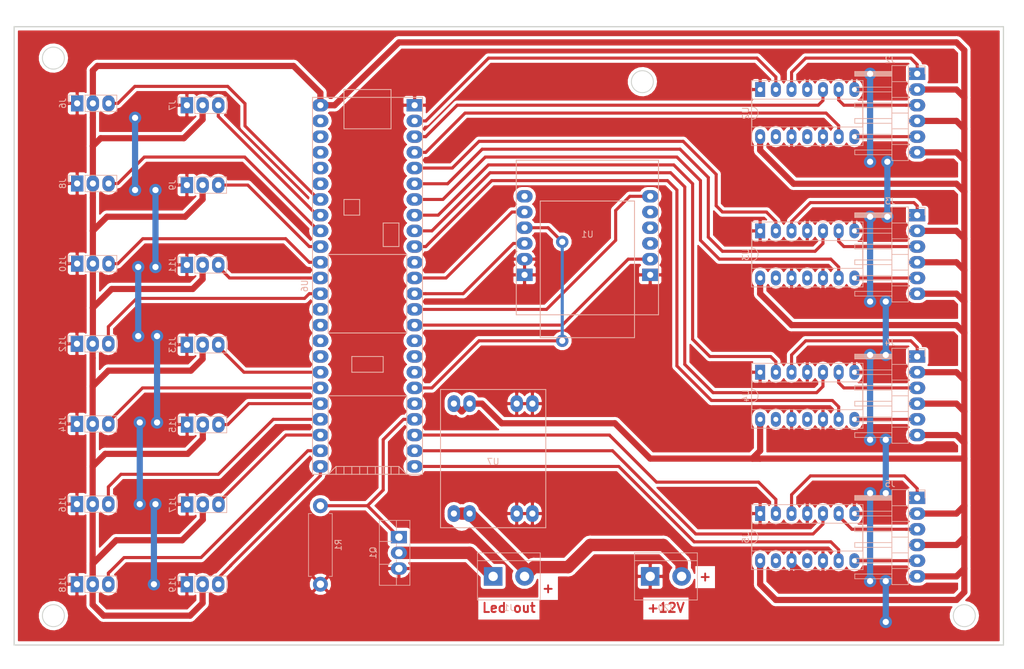
<source format=kicad_pcb>
(kicad_pcb (version 20171130) (host pcbnew 5.0.0+dfsg1-2)

  (general
    (thickness 1.6)
    (drawings 12)
    (tracks 401)
    (zones 0)
    (modules 29)
    (nets 49)
  )

  (page A4)
  (layers
    (0 F.Cu signal)
    (31 B.Cu signal)
    (32 B.Adhes user)
    (33 F.Adhes user)
    (34 B.Paste user)
    (35 F.Paste user)
    (36 B.SilkS user)
    (37 F.SilkS user)
    (38 B.Mask user)
    (39 F.Mask user)
    (40 Dwgs.User user)
    (41 Cmts.User user)
    (42 Eco1.User user)
    (43 Eco2.User user)
    (44 Edge.Cuts user)
    (45 Margin user)
    (46 B.CrtYd user)
    (47 F.CrtYd user)
    (48 B.Fab user)
    (49 F.Fab user)
  )

  (setup
    (last_trace_width 0.5)
    (user_trace_width 1)
    (user_trace_width 2)
    (trace_clearance 0.2)
    (zone_clearance 0.508)
    (zone_45_only no)
    (trace_min 0.2)
    (segment_width 0.2)
    (edge_width 0.15)
    (via_size 2)
    (via_drill 1)
    (via_min_size 0.4)
    (via_min_drill 0.3)
    (uvia_size 0.3)
    (uvia_drill 0.1)
    (uvias_allowed no)
    (uvia_min_size 0.2)
    (uvia_min_drill 0.1)
    (pcb_text_width 0.3)
    (pcb_text_size 1.5 1.5)
    (mod_edge_width 0.15)
    (mod_text_size 1 1)
    (mod_text_width 0.15)
    (pad_size 2 2.6)
    (pad_drill 1.2)
    (pad_to_mask_clearance 0.2)
    (aux_axis_origin 229.87 59.69)
    (grid_origin 229.87 59.69)
    (visible_elements FFFFFF7F)
    (pcbplotparams
      (layerselection 0x01000_7fffffff)
      (usegerberextensions false)
      (usegerberattributes false)
      (usegerberadvancedattributes false)
      (creategerberjobfile false)
      (excludeedgelayer true)
      (linewidth 0.100000)
      (plotframeref false)
      (viasonmask false)
      (mode 1)
      (useauxorigin true)
      (hpglpennumber 1)
      (hpglpenspeed 20)
      (hpglpendiameter 15.000000)
      (psnegative false)
      (psa4output false)
      (plotreference true)
      (plotvalue true)
      (plotinvisibletext false)
      (padsonsilk false)
      (subtractmaskfromsilk false)
      (outputformat 1)
      (mirror false)
      (drillshape 0)
      (scaleselection 1)
      (outputdirectory ""))
  )

  (net 0 "")
  (net 1 +12V)
  (net 2 "Net-(J1-Pad1)")
  (net 3 "Net-(J2-Pad1)")
  (net 4 +5V)
  (net 5 "Net-(J2-Pad3)")
  (net 6 "Net-(J2-Pad5)")
  (net 7 "Net-(J3-Pad5)")
  (net 8 "Net-(J3-Pad3)")
  (net 9 "Net-(J3-Pad1)")
  (net 10 "Net-(J4-Pad5)")
  (net 11 "Net-(J4-Pad3)")
  (net 12 "Net-(J4-Pad1)")
  (net 13 "Net-(J5-Pad1)")
  (net 14 "Net-(J5-Pad3)")
  (net 15 "Net-(J5-Pad5)")
  (net 16 GND)
  (net 17 "Net-(Q1-Pad1)")
  (net 18 "Net-(U1-Pad4)")
  (net 19 "Net-(U1-Pad3)")
  (net 20 "Net-(U1-Pad2)")
  (net 21 "Net-(U1-Pad8)")
  (net 22 "Net-(U1-Pad6)")
  (net 23 "Net-(U2-Pad2)")
  (net 24 "Net-(U2-Pad9)")
  (net 25 "Net-(U2-Pad5)")
  (net 26 "Net-(U3-Pad5)")
  (net 27 "Net-(U3-Pad9)")
  (net 28 "Net-(U3-Pad2)")
  (net 29 "Net-(U4-Pad5)")
  (net 30 "Net-(U4-Pad9)")
  (net 31 "Net-(U4-Pad2)")
  (net 32 "Net-(U5-Pad2)")
  (net 33 "Net-(U5-Pad9)")
  (net 34 "Net-(U5-Pad5)")
  (net 35 "Net-(J6-Pad3)")
  (net 36 "Net-(J7-Pad3)")
  (net 37 "Net-(J8-Pad3)")
  (net 38 "Net-(J9-Pad3)")
  (net 39 "Net-(J10-Pad3)")
  (net 40 "Net-(J11-Pad3)")
  (net 41 "Net-(J12-Pad3)")
  (net 42 "Net-(J13-Pad3)")
  (net 43 "Net-(J14-Pad3)")
  (net 44 "Net-(J15-Pad3)")
  (net 45 "Net-(J16-Pad3)")
  (net 46 "Net-(J17-Pad3)")
  (net 47 "Net-(J18-Pad3)")
  (net 48 "Net-(J19-Pad3)")

  (net_class Default "Ceci est la Netclass par défaut."
    (clearance 0.2)
    (trace_width 0.5)
    (via_dia 2)
    (via_drill 1)
    (uvia_dia 0.3)
    (uvia_drill 0.1)
    (add_net "Net-(J1-Pad1)")
    (add_net "Net-(J10-Pad3)")
    (add_net "Net-(J11-Pad3)")
    (add_net "Net-(J12-Pad3)")
    (add_net "Net-(J13-Pad3)")
    (add_net "Net-(J14-Pad3)")
    (add_net "Net-(J15-Pad3)")
    (add_net "Net-(J16-Pad3)")
    (add_net "Net-(J17-Pad3)")
    (add_net "Net-(J18-Pad3)")
    (add_net "Net-(J19-Pad3)")
    (add_net "Net-(J2-Pad1)")
    (add_net "Net-(J2-Pad3)")
    (add_net "Net-(J2-Pad5)")
    (add_net "Net-(J3-Pad1)")
    (add_net "Net-(J3-Pad3)")
    (add_net "Net-(J3-Pad5)")
    (add_net "Net-(J4-Pad1)")
    (add_net "Net-(J4-Pad3)")
    (add_net "Net-(J4-Pad5)")
    (add_net "Net-(J5-Pad1)")
    (add_net "Net-(J5-Pad3)")
    (add_net "Net-(J5-Pad5)")
    (add_net "Net-(J6-Pad3)")
    (add_net "Net-(J7-Pad3)")
    (add_net "Net-(J8-Pad3)")
    (add_net "Net-(J9-Pad3)")
    (add_net "Net-(Q1-Pad1)")
    (add_net "Net-(U1-Pad2)")
    (add_net "Net-(U1-Pad3)")
    (add_net "Net-(U1-Pad4)")
    (add_net "Net-(U1-Pad6)")
    (add_net "Net-(U1-Pad8)")
    (add_net "Net-(U2-Pad2)")
    (add_net "Net-(U2-Pad5)")
    (add_net "Net-(U2-Pad9)")
    (add_net "Net-(U3-Pad2)")
    (add_net "Net-(U3-Pad5)")
    (add_net "Net-(U3-Pad9)")
    (add_net "Net-(U4-Pad2)")
    (add_net "Net-(U4-Pad5)")
    (add_net "Net-(U4-Pad9)")
    (add_net "Net-(U5-Pad2)")
    (add_net "Net-(U5-Pad5)")
    (add_net "Net-(U5-Pad9)")
  )

  (net_class +12 ""
    (clearance 0.2)
    (trace_width 2)
    (via_dia 2)
    (via_drill 1)
    (uvia_dia 0.3)
    (uvia_drill 0.1)
    (add_net +12V)
  )

  (net_class power ""
    (clearance 0.2)
    (trace_width 1)
    (via_dia 2)
    (via_drill 1)
    (uvia_dia 0.3)
    (uvia_drill 0.1)
    (add_net +5V)
    (add_net GND)
  )

  (module Lien:W5500 (layer B.Cu) (tedit 5CBF62F3) (tstamp 5CDFD6E2)
    (at 162.56 81.28)
    (path /5CBF06B1)
    (fp_text reference U1 (at 0 12) (layer B.SilkS)
      (effects (font (size 1 1) (thickness 0.15)) (justify mirror))
    )
    (fp_text value W5500 (at 0.254 16.256) (layer B.Fab)
      (effects (font (size 1 1) (thickness 0.15)) (justify mirror))
    )
    (fp_line (start -11.5 25) (end 11.5 25) (layer B.SilkS) (width 0.15))
    (fp_line (start 11.5 25) (end 11.5 0) (layer B.SilkS) (width 0.15))
    (fp_line (start 11.5 0) (end -11.5 0) (layer B.SilkS) (width 0.15))
    (fp_line (start -11.5 0) (end -11.5 25) (layer B.SilkS) (width 0.15))
    (fp_line (start -7.62 28.702) (end 7.62 28.702) (layer B.SilkS) (width 0.15))
    (fp_line (start 7.62 28.702) (end 7.62 6.604) (layer B.SilkS) (width 0.15))
    (fp_line (start 7.62 6.604) (end -7.62 6.604) (layer B.SilkS) (width 0.15))
    (fp_line (start -7.62 6.604) (end -7.62 28.702) (layer B.SilkS) (width 0.15))
    (pad 5 thru_hole oval (at -10.16 5.842) (size 2.6 2) (drill 1) (layers *.Cu *.Mask))
    (pad 4 thru_hole oval (at -10.16 8.382) (size 2.6 2) (drill 1) (layers *.Cu *.Mask)
      (net 18 "Net-(U1-Pad4)"))
    (pad 3 thru_hole oval (at -10.16 10.922) (size 2.6 2) (drill 1) (layers *.Cu *.Mask)
      (net 19 "Net-(U1-Pad3)"))
    (pad 2 thru_hole oval (at -10.16 13.462) (size 2.6 2) (drill 1) (layers *.Cu *.Mask)
      (net 20 "Net-(U1-Pad2)"))
    (pad 1 thru_hole oval (at -10.16 16.002) (size 2.6 2) (drill 1) (layers *.Cu *.Mask)
      (net 16 GND))
    (pad 1 thru_hole rect (at -10.16 18.542) (size 2.6 2) (drill 1) (layers *.Cu *.Mask)
      (net 16 GND))
    (pad 1 thru_hole rect (at 10.16 18.542) (size 2.6 2) (drill 1) (layers *.Cu *.Mask)
      (net 16 GND))
    (pad 8 thru_hole oval (at 10.16 16.002) (size 2.6 2) (drill 1) (layers *.Cu *.Mask)
      (net 21 "Net-(U1-Pad8)"))
    (pad 8 thru_hole oval (at 10.16 13.462) (size 2.6 2) (drill 1) (layers *.Cu *.Mask)
      (net 21 "Net-(U1-Pad8)"))
    (pad "" thru_hole oval (at 10.16 10.922) (size 2.6 2) (drill 1) (layers *.Cu *.Mask))
    (pad 7 thru_hole oval (at 10.16 8.382) (size 2.6 2) (drill 1) (layers *.Cu *.Mask))
    (pad 6 thru_hole oval (at 10.16 5.842) (size 2.6 2) (drill 1) (layers *.Cu *.Mask)
      (net 22 "Net-(U1-Pad6)"))
  )

  (module TerminalBlock:TerminalBlock_bornier-2_P5.08mm (layer B.Cu) (tedit 59FF03AB) (tstamp 5CDFA0F6)
    (at 147.32 148.59)
    (descr "simple 2-pin terminal block, pitch 5.08mm, revamped version of bornier2")
    (tags "terminal block bornier2")
    (path /5CBF0EE1)
    (fp_text reference J1 (at 2.54 5.08) (layer B.SilkS)
      (effects (font (size 1 1) (thickness 0.15)) (justify mirror))
    )
    (fp_text value LedOut (at 2.54 -5.08) (layer B.Fab)
      (effects (font (size 1 1) (thickness 0.15)) (justify mirror))
    )
    (fp_line (start 7.79 -4) (end -2.71 -4) (layer B.CrtYd) (width 0.05))
    (fp_line (start 7.79 -4) (end 7.79 4) (layer B.CrtYd) (width 0.05))
    (fp_line (start -2.71 4) (end -2.71 -4) (layer B.CrtYd) (width 0.05))
    (fp_line (start -2.71 4) (end 7.79 4) (layer B.CrtYd) (width 0.05))
    (fp_line (start -2.54 -3.81) (end 7.62 -3.81) (layer B.SilkS) (width 0.12))
    (fp_line (start -2.54 3.81) (end -2.54 -3.81) (layer B.SilkS) (width 0.12))
    (fp_line (start 7.62 3.81) (end -2.54 3.81) (layer B.SilkS) (width 0.12))
    (fp_line (start 7.62 -3.81) (end 7.62 3.81) (layer B.SilkS) (width 0.12))
    (fp_line (start 7.62 -2.54) (end -2.54 -2.54) (layer B.SilkS) (width 0.12))
    (fp_line (start 7.54 3.75) (end -2.46 3.75) (layer B.Fab) (width 0.1))
    (fp_line (start 7.54 -3.75) (end 7.54 3.75) (layer B.Fab) (width 0.1))
    (fp_line (start -2.46 -3.75) (end 7.54 -3.75) (layer B.Fab) (width 0.1))
    (fp_line (start -2.46 3.75) (end -2.46 -3.75) (layer B.Fab) (width 0.1))
    (fp_line (start -2.41 -2.55) (end 7.49 -2.55) (layer B.Fab) (width 0.1))
    (fp_text user %R (at 2.54 0) (layer B.Fab)
      (effects (font (size 1 1) (thickness 0.15)) (justify mirror))
    )
    (pad 2 thru_hole circle (at 5.08 0) (size 3 3) (drill 1.52) (layers *.Cu *.Mask)
      (net 1 +12V))
    (pad 1 thru_hole rect (at 0 0) (size 3 3) (drill 1.52) (layers *.Cu *.Mask)
      (net 2 "Net-(J1-Pad1)"))
    (model ${KISYS3DMOD}/TerminalBlock.3dshapes/TerminalBlock_bornier-2_P5.08mm.wrl
      (offset (xyz 2.539999961853027 0 0))
      (scale (xyz 1 1 1))
      (rotate (xyz 0 0 0))
    )
  )

  (module Connector_PinHeader_2.54mm:PinHeader_1x06_P2.54mm_Horizontal (layer B.Cu) (tedit 5CBF728A) (tstamp 5CDFA15D)
    (at 215.9 67.31 180)
    (descr "Through hole angled pin header, 1x06, 2.54mm pitch, 6mm pin length, single row")
    (tags "Through hole angled pin header THT 1x06 2.54mm single row")
    (path /5CBF9B09)
    (fp_text reference J2 (at 4.385 2.27 180) (layer B.SilkS)
      (effects (font (size 1 1) (thickness 0.15)) (justify mirror))
    )
    (fp_text value Conn_01x06 (at 4.385 -14.97 180) (layer B.Fab)
      (effects (font (size 1 1) (thickness 0.15)) (justify mirror))
    )
    (fp_line (start 2.135 1.27) (end 4.04 1.27) (layer B.Fab) (width 0.1))
    (fp_line (start 4.04 1.27) (end 4.04 -13.97) (layer B.Fab) (width 0.1))
    (fp_line (start 4.04 -13.97) (end 1.5 -13.97) (layer B.Fab) (width 0.1))
    (fp_line (start 1.5 -13.97) (end 1.5 0.635) (layer B.Fab) (width 0.1))
    (fp_line (start 1.5 0.635) (end 2.135 1.27) (layer B.Fab) (width 0.1))
    (fp_line (start -0.32 0.32) (end 1.5 0.32) (layer B.Fab) (width 0.1))
    (fp_line (start -0.32 0.32) (end -0.32 -0.32) (layer B.Fab) (width 0.1))
    (fp_line (start -0.32 -0.32) (end 1.5 -0.32) (layer B.Fab) (width 0.1))
    (fp_line (start 4.04 0.32) (end 10.04 0.32) (layer B.Fab) (width 0.1))
    (fp_line (start 10.04 0.32) (end 10.04 -0.32) (layer B.Fab) (width 0.1))
    (fp_line (start 4.04 -0.32) (end 10.04 -0.32) (layer B.Fab) (width 0.1))
    (fp_line (start -0.32 -2.22) (end 1.5 -2.22) (layer B.Fab) (width 0.1))
    (fp_line (start -0.32 -2.22) (end -0.32 -2.86) (layer B.Fab) (width 0.1))
    (fp_line (start -0.32 -2.86) (end 1.5 -2.86) (layer B.Fab) (width 0.1))
    (fp_line (start 4.04 -2.22) (end 10.04 -2.22) (layer B.Fab) (width 0.1))
    (fp_line (start 10.04 -2.22) (end 10.04 -2.86) (layer B.Fab) (width 0.1))
    (fp_line (start 4.04 -2.86) (end 10.04 -2.86) (layer B.Fab) (width 0.1))
    (fp_line (start -0.32 -4.76) (end 1.5 -4.76) (layer B.Fab) (width 0.1))
    (fp_line (start -0.32 -4.76) (end -0.32 -5.4) (layer B.Fab) (width 0.1))
    (fp_line (start -0.32 -5.4) (end 1.5 -5.4) (layer B.Fab) (width 0.1))
    (fp_line (start 4.04 -4.76) (end 10.04 -4.76) (layer B.Fab) (width 0.1))
    (fp_line (start 10.04 -4.76) (end 10.04 -5.4) (layer B.Fab) (width 0.1))
    (fp_line (start 4.04 -5.4) (end 10.04 -5.4) (layer B.Fab) (width 0.1))
    (fp_line (start -0.32 -7.3) (end 1.5 -7.3) (layer B.Fab) (width 0.1))
    (fp_line (start -0.32 -7.3) (end -0.32 -7.94) (layer B.Fab) (width 0.1))
    (fp_line (start -0.32 -7.94) (end 1.5 -7.94) (layer B.Fab) (width 0.1))
    (fp_line (start 4.04 -7.3) (end 10.04 -7.3) (layer B.Fab) (width 0.1))
    (fp_line (start 10.04 -7.3) (end 10.04 -7.94) (layer B.Fab) (width 0.1))
    (fp_line (start 4.04 -7.94) (end 10.04 -7.94) (layer B.Fab) (width 0.1))
    (fp_line (start -0.32 -9.84) (end 1.5 -9.84) (layer B.Fab) (width 0.1))
    (fp_line (start -0.32 -9.84) (end -0.32 -10.48) (layer B.Fab) (width 0.1))
    (fp_line (start -0.32 -10.48) (end 1.5 -10.48) (layer B.Fab) (width 0.1))
    (fp_line (start 4.04 -9.84) (end 10.04 -9.84) (layer B.Fab) (width 0.1))
    (fp_line (start 10.04 -9.84) (end 10.04 -10.48) (layer B.Fab) (width 0.1))
    (fp_line (start 4.04 -10.48) (end 10.04 -10.48) (layer B.Fab) (width 0.1))
    (fp_line (start -0.32 -12.38) (end 1.5 -12.38) (layer B.Fab) (width 0.1))
    (fp_line (start -0.32 -12.38) (end -0.32 -13.02) (layer B.Fab) (width 0.1))
    (fp_line (start -0.32 -13.02) (end 1.5 -13.02) (layer B.Fab) (width 0.1))
    (fp_line (start 4.04 -12.38) (end 10.04 -12.38) (layer B.Fab) (width 0.1))
    (fp_line (start 10.04 -12.38) (end 10.04 -13.02) (layer B.Fab) (width 0.1))
    (fp_line (start 4.04 -13.02) (end 10.04 -13.02) (layer B.Fab) (width 0.1))
    (fp_line (start 1.44 1.33) (end 1.44 -14.03) (layer B.SilkS) (width 0.12))
    (fp_line (start 1.44 -14.03) (end 4.1 -14.03) (layer B.SilkS) (width 0.12))
    (fp_line (start 4.1 -14.03) (end 4.1 1.33) (layer B.SilkS) (width 0.12))
    (fp_line (start 4.1 1.33) (end 1.44 1.33) (layer B.SilkS) (width 0.12))
    (fp_line (start 4.1 0.38) (end 10.1 0.38) (layer B.SilkS) (width 0.12))
    (fp_line (start 10.1 0.38) (end 10.1 -0.38) (layer B.SilkS) (width 0.12))
    (fp_line (start 10.1 -0.38) (end 4.1 -0.38) (layer B.SilkS) (width 0.12))
    (fp_line (start 4.1 0.32) (end 10.1 0.32) (layer B.SilkS) (width 0.12))
    (fp_line (start 4.1 0.2) (end 10.1 0.2) (layer B.SilkS) (width 0.12))
    (fp_line (start 4.1 0.08) (end 10.1 0.08) (layer B.SilkS) (width 0.12))
    (fp_line (start 4.1 -0.04) (end 10.1 -0.04) (layer B.SilkS) (width 0.12))
    (fp_line (start 4.1 -0.16) (end 10.1 -0.16) (layer B.SilkS) (width 0.12))
    (fp_line (start 4.1 -0.28) (end 10.1 -0.28) (layer B.SilkS) (width 0.12))
    (fp_line (start 1.11 0.38) (end 1.44 0.38) (layer B.SilkS) (width 0.12))
    (fp_line (start 1.11 -0.38) (end 1.44 -0.38) (layer B.SilkS) (width 0.12))
    (fp_line (start 1.44 -1.27) (end 4.1 -1.27) (layer B.SilkS) (width 0.12))
    (fp_line (start 4.1 -2.16) (end 10.1 -2.16) (layer B.SilkS) (width 0.12))
    (fp_line (start 10.1 -2.16) (end 10.1 -2.92) (layer B.SilkS) (width 0.12))
    (fp_line (start 10.1 -2.92) (end 4.1 -2.92) (layer B.SilkS) (width 0.12))
    (fp_line (start 1.042929 -2.16) (end 1.44 -2.16) (layer B.SilkS) (width 0.12))
    (fp_line (start 1.042929 -2.92) (end 1.44 -2.92) (layer B.SilkS) (width 0.12))
    (fp_line (start 1.44 -3.81) (end 4.1 -3.81) (layer B.SilkS) (width 0.12))
    (fp_line (start 4.1 -4.7) (end 10.1 -4.7) (layer B.SilkS) (width 0.12))
    (fp_line (start 10.1 -4.7) (end 10.1 -5.46) (layer B.SilkS) (width 0.12))
    (fp_line (start 10.1 -5.46) (end 4.1 -5.46) (layer B.SilkS) (width 0.12))
    (fp_line (start 1.042929 -4.7) (end 1.44 -4.7) (layer B.SilkS) (width 0.12))
    (fp_line (start 1.042929 -5.46) (end 1.44 -5.46) (layer B.SilkS) (width 0.12))
    (fp_line (start 1.44 -6.35) (end 4.1 -6.35) (layer B.SilkS) (width 0.12))
    (fp_line (start 4.1 -7.24) (end 10.1 -7.24) (layer B.SilkS) (width 0.12))
    (fp_line (start 10.1 -7.24) (end 10.1 -8) (layer B.SilkS) (width 0.12))
    (fp_line (start 10.1 -8) (end 4.1 -8) (layer B.SilkS) (width 0.12))
    (fp_line (start 1.042929 -7.24) (end 1.44 -7.24) (layer B.SilkS) (width 0.12))
    (fp_line (start 1.042929 -8) (end 1.44 -8) (layer B.SilkS) (width 0.12))
    (fp_line (start 1.44 -8.89) (end 4.1 -8.89) (layer B.SilkS) (width 0.12))
    (fp_line (start 4.1 -9.78) (end 10.1 -9.78) (layer B.SilkS) (width 0.12))
    (fp_line (start 10.1 -9.78) (end 10.1 -10.54) (layer B.SilkS) (width 0.12))
    (fp_line (start 10.1 -10.54) (end 4.1 -10.54) (layer B.SilkS) (width 0.12))
    (fp_line (start 1.042929 -9.78) (end 1.44 -9.78) (layer B.SilkS) (width 0.12))
    (fp_line (start 1.042929 -10.54) (end 1.44 -10.54) (layer B.SilkS) (width 0.12))
    (fp_line (start 1.44 -11.43) (end 4.1 -11.43) (layer B.SilkS) (width 0.12))
    (fp_line (start 4.1 -12.32) (end 10.1 -12.32) (layer B.SilkS) (width 0.12))
    (fp_line (start 10.1 -12.32) (end 10.1 -13.08) (layer B.SilkS) (width 0.12))
    (fp_line (start 10.1 -13.08) (end 4.1 -13.08) (layer B.SilkS) (width 0.12))
    (fp_line (start 1.042929 -12.32) (end 1.44 -12.32) (layer B.SilkS) (width 0.12))
    (fp_line (start 1.042929 -13.08) (end 1.44 -13.08) (layer B.SilkS) (width 0.12))
    (fp_line (start -1.27 0) (end -1.27 1.27) (layer B.SilkS) (width 0.12))
    (fp_line (start -1.27 1.27) (end 0 1.27) (layer B.SilkS) (width 0.12))
    (fp_line (start -1.8 1.8) (end -1.8 -14.5) (layer B.CrtYd) (width 0.05))
    (fp_line (start -1.8 -14.5) (end 10.55 -14.5) (layer B.CrtYd) (width 0.05))
    (fp_line (start 10.55 -14.5) (end 10.55 1.8) (layer B.CrtYd) (width 0.05))
    (fp_line (start 10.55 1.8) (end -1.8 1.8) (layer B.CrtYd) (width 0.05))
    (fp_text user %R (at 2.77 -6.35 90) (layer B.Fab)
      (effects (font (size 1 1) (thickness 0.15)) (justify mirror))
    )
    (pad 1 thru_hole rect (at 0 0 180) (size 2.6 2) (drill 1) (layers *.Cu *.Mask)
      (net 3 "Net-(J2-Pad1)"))
    (pad 2 thru_hole oval (at 0 -2.54 180) (size 2.6 2) (drill 1) (layers *.Cu *.Mask)
      (net 4 +5V))
    (pad 3 thru_hole oval (at 0 -5.08 180) (size 2.6 2) (drill 1) (layers *.Cu *.Mask)
      (net 5 "Net-(J2-Pad3)"))
    (pad 4 thru_hole oval (at 0 -7.62 180) (size 2.6 2) (drill 1) (layers *.Cu *.Mask)
      (net 4 +5V))
    (pad 5 thru_hole oval (at 0 -10.16 180) (size 2.6 2) (drill 1) (layers *.Cu *.Mask)
      (net 6 "Net-(J2-Pad5)"))
    (pad 6 thru_hole oval (at 0 -12.7 180) (size 2.6 2) (drill 1) (layers *.Cu *.Mask)
      (net 4 +5V))
    (model ${KISYS3DMOD}/Connector_PinHeader_2.54mm.3dshapes/PinHeader_1x06_P2.54mm_Horizontal.wrl
      (at (xyz 0 0 0))
      (scale (xyz 1 1 1))
      (rotate (xyz 0 0 0))
    )
  )

  (module Connector_PinHeader_2.54mm:PinHeader_1x06_P2.54mm_Horizontal (layer B.Cu) (tedit 59FED5CB) (tstamp 5CDFA1C4)
    (at 215.9 90.17 180)
    (descr "Through hole angled pin header, 1x06, 2.54mm pitch, 6mm pin length, single row")
    (tags "Through hole angled pin header THT 1x06 2.54mm single row")
    (path /5CC0076C)
    (fp_text reference J3 (at 4.385 2.27 180) (layer B.SilkS)
      (effects (font (size 1 1) (thickness 0.15)) (justify mirror))
    )
    (fp_text value Conn_01x06 (at 4.385 -14.97 180) (layer B.Fab)
      (effects (font (size 1 1) (thickness 0.15)) (justify mirror))
    )
    (fp_text user %R (at 2.77 -6.35 90) (layer B.Fab)
      (effects (font (size 1 1) (thickness 0.15)) (justify mirror))
    )
    (fp_line (start 10.55 1.8) (end -1.8 1.8) (layer B.CrtYd) (width 0.05))
    (fp_line (start 10.55 -14.5) (end 10.55 1.8) (layer B.CrtYd) (width 0.05))
    (fp_line (start -1.8 -14.5) (end 10.55 -14.5) (layer B.CrtYd) (width 0.05))
    (fp_line (start -1.8 1.8) (end -1.8 -14.5) (layer B.CrtYd) (width 0.05))
    (fp_line (start -1.27 1.27) (end 0 1.27) (layer B.SilkS) (width 0.12))
    (fp_line (start -1.27 0) (end -1.27 1.27) (layer B.SilkS) (width 0.12))
    (fp_line (start 1.042929 -13.08) (end 1.44 -13.08) (layer B.SilkS) (width 0.12))
    (fp_line (start 1.042929 -12.32) (end 1.44 -12.32) (layer B.SilkS) (width 0.12))
    (fp_line (start 10.1 -13.08) (end 4.1 -13.08) (layer B.SilkS) (width 0.12))
    (fp_line (start 10.1 -12.32) (end 10.1 -13.08) (layer B.SilkS) (width 0.12))
    (fp_line (start 4.1 -12.32) (end 10.1 -12.32) (layer B.SilkS) (width 0.12))
    (fp_line (start 1.44 -11.43) (end 4.1 -11.43) (layer B.SilkS) (width 0.12))
    (fp_line (start 1.042929 -10.54) (end 1.44 -10.54) (layer B.SilkS) (width 0.12))
    (fp_line (start 1.042929 -9.78) (end 1.44 -9.78) (layer B.SilkS) (width 0.12))
    (fp_line (start 10.1 -10.54) (end 4.1 -10.54) (layer B.SilkS) (width 0.12))
    (fp_line (start 10.1 -9.78) (end 10.1 -10.54) (layer B.SilkS) (width 0.12))
    (fp_line (start 4.1 -9.78) (end 10.1 -9.78) (layer B.SilkS) (width 0.12))
    (fp_line (start 1.44 -8.89) (end 4.1 -8.89) (layer B.SilkS) (width 0.12))
    (fp_line (start 1.042929 -8) (end 1.44 -8) (layer B.SilkS) (width 0.12))
    (fp_line (start 1.042929 -7.24) (end 1.44 -7.24) (layer B.SilkS) (width 0.12))
    (fp_line (start 10.1 -8) (end 4.1 -8) (layer B.SilkS) (width 0.12))
    (fp_line (start 10.1 -7.24) (end 10.1 -8) (layer B.SilkS) (width 0.12))
    (fp_line (start 4.1 -7.24) (end 10.1 -7.24) (layer B.SilkS) (width 0.12))
    (fp_line (start 1.44 -6.35) (end 4.1 -6.35) (layer B.SilkS) (width 0.12))
    (fp_line (start 1.042929 -5.46) (end 1.44 -5.46) (layer B.SilkS) (width 0.12))
    (fp_line (start 1.042929 -4.7) (end 1.44 -4.7) (layer B.SilkS) (width 0.12))
    (fp_line (start 10.1 -5.46) (end 4.1 -5.46) (layer B.SilkS) (width 0.12))
    (fp_line (start 10.1 -4.7) (end 10.1 -5.46) (layer B.SilkS) (width 0.12))
    (fp_line (start 4.1 -4.7) (end 10.1 -4.7) (layer B.SilkS) (width 0.12))
    (fp_line (start 1.44 -3.81) (end 4.1 -3.81) (layer B.SilkS) (width 0.12))
    (fp_line (start 1.042929 -2.92) (end 1.44 -2.92) (layer B.SilkS) (width 0.12))
    (fp_line (start 1.042929 -2.16) (end 1.44 -2.16) (layer B.SilkS) (width 0.12))
    (fp_line (start 10.1 -2.92) (end 4.1 -2.92) (layer B.SilkS) (width 0.12))
    (fp_line (start 10.1 -2.16) (end 10.1 -2.92) (layer B.SilkS) (width 0.12))
    (fp_line (start 4.1 -2.16) (end 10.1 -2.16) (layer B.SilkS) (width 0.12))
    (fp_line (start 1.44 -1.27) (end 4.1 -1.27) (layer B.SilkS) (width 0.12))
    (fp_line (start 1.11 -0.38) (end 1.44 -0.38) (layer B.SilkS) (width 0.12))
    (fp_line (start 1.11 0.38) (end 1.44 0.38) (layer B.SilkS) (width 0.12))
    (fp_line (start 4.1 -0.28) (end 10.1 -0.28) (layer B.SilkS) (width 0.12))
    (fp_line (start 4.1 -0.16) (end 10.1 -0.16) (layer B.SilkS) (width 0.12))
    (fp_line (start 4.1 -0.04) (end 10.1 -0.04) (layer B.SilkS) (width 0.12))
    (fp_line (start 4.1 0.08) (end 10.1 0.08) (layer B.SilkS) (width 0.12))
    (fp_line (start 4.1 0.2) (end 10.1 0.2) (layer B.SilkS) (width 0.12))
    (fp_line (start 4.1 0.32) (end 10.1 0.32) (layer B.SilkS) (width 0.12))
    (fp_line (start 10.1 -0.38) (end 4.1 -0.38) (layer B.SilkS) (width 0.12))
    (fp_line (start 10.1 0.38) (end 10.1 -0.38) (layer B.SilkS) (width 0.12))
    (fp_line (start 4.1 0.38) (end 10.1 0.38) (layer B.SilkS) (width 0.12))
    (fp_line (start 4.1 1.33) (end 1.44 1.33) (layer B.SilkS) (width 0.12))
    (fp_line (start 4.1 -14.03) (end 4.1 1.33) (layer B.SilkS) (width 0.12))
    (fp_line (start 1.44 -14.03) (end 4.1 -14.03) (layer B.SilkS) (width 0.12))
    (fp_line (start 1.44 1.33) (end 1.44 -14.03) (layer B.SilkS) (width 0.12))
    (fp_line (start 4.04 -13.02) (end 10.04 -13.02) (layer B.Fab) (width 0.1))
    (fp_line (start 10.04 -12.38) (end 10.04 -13.02) (layer B.Fab) (width 0.1))
    (fp_line (start 4.04 -12.38) (end 10.04 -12.38) (layer B.Fab) (width 0.1))
    (fp_line (start -0.32 -13.02) (end 1.5 -13.02) (layer B.Fab) (width 0.1))
    (fp_line (start -0.32 -12.38) (end -0.32 -13.02) (layer B.Fab) (width 0.1))
    (fp_line (start -0.32 -12.38) (end 1.5 -12.38) (layer B.Fab) (width 0.1))
    (fp_line (start 4.04 -10.48) (end 10.04 -10.48) (layer B.Fab) (width 0.1))
    (fp_line (start 10.04 -9.84) (end 10.04 -10.48) (layer B.Fab) (width 0.1))
    (fp_line (start 4.04 -9.84) (end 10.04 -9.84) (layer B.Fab) (width 0.1))
    (fp_line (start -0.32 -10.48) (end 1.5 -10.48) (layer B.Fab) (width 0.1))
    (fp_line (start -0.32 -9.84) (end -0.32 -10.48) (layer B.Fab) (width 0.1))
    (fp_line (start -0.32 -9.84) (end 1.5 -9.84) (layer B.Fab) (width 0.1))
    (fp_line (start 4.04 -7.94) (end 10.04 -7.94) (layer B.Fab) (width 0.1))
    (fp_line (start 10.04 -7.3) (end 10.04 -7.94) (layer B.Fab) (width 0.1))
    (fp_line (start 4.04 -7.3) (end 10.04 -7.3) (layer B.Fab) (width 0.1))
    (fp_line (start -0.32 -7.94) (end 1.5 -7.94) (layer B.Fab) (width 0.1))
    (fp_line (start -0.32 -7.3) (end -0.32 -7.94) (layer B.Fab) (width 0.1))
    (fp_line (start -0.32 -7.3) (end 1.5 -7.3) (layer B.Fab) (width 0.1))
    (fp_line (start 4.04 -5.4) (end 10.04 -5.4) (layer B.Fab) (width 0.1))
    (fp_line (start 10.04 -4.76) (end 10.04 -5.4) (layer B.Fab) (width 0.1))
    (fp_line (start 4.04 -4.76) (end 10.04 -4.76) (layer B.Fab) (width 0.1))
    (fp_line (start -0.32 -5.4) (end 1.5 -5.4) (layer B.Fab) (width 0.1))
    (fp_line (start -0.32 -4.76) (end -0.32 -5.4) (layer B.Fab) (width 0.1))
    (fp_line (start -0.32 -4.76) (end 1.5 -4.76) (layer B.Fab) (width 0.1))
    (fp_line (start 4.04 -2.86) (end 10.04 -2.86) (layer B.Fab) (width 0.1))
    (fp_line (start 10.04 -2.22) (end 10.04 -2.86) (layer B.Fab) (width 0.1))
    (fp_line (start 4.04 -2.22) (end 10.04 -2.22) (layer B.Fab) (width 0.1))
    (fp_line (start -0.32 -2.86) (end 1.5 -2.86) (layer B.Fab) (width 0.1))
    (fp_line (start -0.32 -2.22) (end -0.32 -2.86) (layer B.Fab) (width 0.1))
    (fp_line (start -0.32 -2.22) (end 1.5 -2.22) (layer B.Fab) (width 0.1))
    (fp_line (start 4.04 -0.32) (end 10.04 -0.32) (layer B.Fab) (width 0.1))
    (fp_line (start 10.04 0.32) (end 10.04 -0.32) (layer B.Fab) (width 0.1))
    (fp_line (start 4.04 0.32) (end 10.04 0.32) (layer B.Fab) (width 0.1))
    (fp_line (start -0.32 -0.32) (end 1.5 -0.32) (layer B.Fab) (width 0.1))
    (fp_line (start -0.32 0.32) (end -0.32 -0.32) (layer B.Fab) (width 0.1))
    (fp_line (start -0.32 0.32) (end 1.5 0.32) (layer B.Fab) (width 0.1))
    (fp_line (start 1.5 0.635) (end 2.135 1.27) (layer B.Fab) (width 0.1))
    (fp_line (start 1.5 -13.97) (end 1.5 0.635) (layer B.Fab) (width 0.1))
    (fp_line (start 4.04 -13.97) (end 1.5 -13.97) (layer B.Fab) (width 0.1))
    (fp_line (start 4.04 1.27) (end 4.04 -13.97) (layer B.Fab) (width 0.1))
    (fp_line (start 2.135 1.27) (end 4.04 1.27) (layer B.Fab) (width 0.1))
    (pad 6 thru_hole oval (at 0 -12.7 180) (size 2.6 2) (drill 1) (layers *.Cu *.Mask)
      (net 4 +5V))
    (pad 5 thru_hole oval (at 0 -10.16 180) (size 2.6 2) (drill 1) (layers *.Cu *.Mask)
      (net 7 "Net-(J3-Pad5)"))
    (pad 4 thru_hole oval (at 0 -7.62 180) (size 2.6 2) (drill 1) (layers *.Cu *.Mask)
      (net 4 +5V))
    (pad 3 thru_hole oval (at 0 -5.08 180) (size 2.6 2) (drill 1) (layers *.Cu *.Mask)
      (net 8 "Net-(J3-Pad3)"))
    (pad 2 thru_hole oval (at 0 -2.54 180) (size 2.6 2) (drill 1) (layers *.Cu *.Mask)
      (net 4 +5V))
    (pad 1 thru_hole rect (at 0 0 180) (size 2.6 2) (drill 1) (layers *.Cu *.Mask)
      (net 9 "Net-(J3-Pad1)"))
    (model ${KISYS3DMOD}/Connector_PinHeader_2.54mm.3dshapes/PinHeader_1x06_P2.54mm_Horizontal.wrl
      (at (xyz 0 0 0))
      (scale (xyz 1 1 1))
      (rotate (xyz 0 0 0))
    )
  )

  (module Connector_PinHeader_2.54mm:PinHeader_1x06_P2.54mm_Horizontal (layer B.Cu) (tedit 59FED5CB) (tstamp 5CE04AF2)
    (at 215.9 113.03 180)
    (descr "Through hole angled pin header, 1x06, 2.54mm pitch, 6mm pin length, single row")
    (tags "Through hole angled pin header THT 1x06 2.54mm single row")
    (path /5CC028FE)
    (fp_text reference J4 (at 4.385 2.27 180) (layer B.SilkS)
      (effects (font (size 1 1) (thickness 0.15)) (justify mirror))
    )
    (fp_text value Conn_01x06 (at 4.385 -14.97 180) (layer B.Fab)
      (effects (font (size 1 1) (thickness 0.15)) (justify mirror))
    )
    (fp_text user %R (at 2.77 -6.35 90) (layer B.Fab)
      (effects (font (size 1 1) (thickness 0.15)) (justify mirror))
    )
    (fp_line (start 10.55 1.8) (end -1.8 1.8) (layer B.CrtYd) (width 0.05))
    (fp_line (start 10.55 -14.5) (end 10.55 1.8) (layer B.CrtYd) (width 0.05))
    (fp_line (start -1.8 -14.5) (end 10.55 -14.5) (layer B.CrtYd) (width 0.05))
    (fp_line (start -1.8 1.8) (end -1.8 -14.5) (layer B.CrtYd) (width 0.05))
    (fp_line (start -1.27 1.27) (end 0 1.27) (layer B.SilkS) (width 0.12))
    (fp_line (start -1.27 0) (end -1.27 1.27) (layer B.SilkS) (width 0.12))
    (fp_line (start 1.042929 -13.08) (end 1.44 -13.08) (layer B.SilkS) (width 0.12))
    (fp_line (start 1.042929 -12.32) (end 1.44 -12.32) (layer B.SilkS) (width 0.12))
    (fp_line (start 10.1 -13.08) (end 4.1 -13.08) (layer B.SilkS) (width 0.12))
    (fp_line (start 10.1 -12.32) (end 10.1 -13.08) (layer B.SilkS) (width 0.12))
    (fp_line (start 4.1 -12.32) (end 10.1 -12.32) (layer B.SilkS) (width 0.12))
    (fp_line (start 1.44 -11.43) (end 4.1 -11.43) (layer B.SilkS) (width 0.12))
    (fp_line (start 1.042929 -10.54) (end 1.44 -10.54) (layer B.SilkS) (width 0.12))
    (fp_line (start 1.042929 -9.78) (end 1.44 -9.78) (layer B.SilkS) (width 0.12))
    (fp_line (start 10.1 -10.54) (end 4.1 -10.54) (layer B.SilkS) (width 0.12))
    (fp_line (start 10.1 -9.78) (end 10.1 -10.54) (layer B.SilkS) (width 0.12))
    (fp_line (start 4.1 -9.78) (end 10.1 -9.78) (layer B.SilkS) (width 0.12))
    (fp_line (start 1.44 -8.89) (end 4.1 -8.89) (layer B.SilkS) (width 0.12))
    (fp_line (start 1.042929 -8) (end 1.44 -8) (layer B.SilkS) (width 0.12))
    (fp_line (start 1.042929 -7.24) (end 1.44 -7.24) (layer B.SilkS) (width 0.12))
    (fp_line (start 10.1 -8) (end 4.1 -8) (layer B.SilkS) (width 0.12))
    (fp_line (start 10.1 -7.24) (end 10.1 -8) (layer B.SilkS) (width 0.12))
    (fp_line (start 4.1 -7.24) (end 10.1 -7.24) (layer B.SilkS) (width 0.12))
    (fp_line (start 1.44 -6.35) (end 4.1 -6.35) (layer B.SilkS) (width 0.12))
    (fp_line (start 1.042929 -5.46) (end 1.44 -5.46) (layer B.SilkS) (width 0.12))
    (fp_line (start 1.042929 -4.7) (end 1.44 -4.7) (layer B.SilkS) (width 0.12))
    (fp_line (start 10.1 -5.46) (end 4.1 -5.46) (layer B.SilkS) (width 0.12))
    (fp_line (start 10.1 -4.7) (end 10.1 -5.46) (layer B.SilkS) (width 0.12))
    (fp_line (start 4.1 -4.7) (end 10.1 -4.7) (layer B.SilkS) (width 0.12))
    (fp_line (start 1.44 -3.81) (end 4.1 -3.81) (layer B.SilkS) (width 0.12))
    (fp_line (start 1.042929 -2.92) (end 1.44 -2.92) (layer B.SilkS) (width 0.12))
    (fp_line (start 1.042929 -2.16) (end 1.44 -2.16) (layer B.SilkS) (width 0.12))
    (fp_line (start 10.1 -2.92) (end 4.1 -2.92) (layer B.SilkS) (width 0.12))
    (fp_line (start 10.1 -2.16) (end 10.1 -2.92) (layer B.SilkS) (width 0.12))
    (fp_line (start 4.1 -2.16) (end 10.1 -2.16) (layer B.SilkS) (width 0.12))
    (fp_line (start 1.44 -1.27) (end 4.1 -1.27) (layer B.SilkS) (width 0.12))
    (fp_line (start 1.11 -0.38) (end 1.44 -0.38) (layer B.SilkS) (width 0.12))
    (fp_line (start 1.11 0.38) (end 1.44 0.38) (layer B.SilkS) (width 0.12))
    (fp_line (start 4.1 -0.28) (end 10.1 -0.28) (layer B.SilkS) (width 0.12))
    (fp_line (start 4.1 -0.16) (end 10.1 -0.16) (layer B.SilkS) (width 0.12))
    (fp_line (start 4.1 -0.04) (end 10.1 -0.04) (layer B.SilkS) (width 0.12))
    (fp_line (start 4.1 0.08) (end 10.1 0.08) (layer B.SilkS) (width 0.12))
    (fp_line (start 4.1 0.2) (end 10.1 0.2) (layer B.SilkS) (width 0.12))
    (fp_line (start 4.1 0.32) (end 10.1 0.32) (layer B.SilkS) (width 0.12))
    (fp_line (start 10.1 -0.38) (end 4.1 -0.38) (layer B.SilkS) (width 0.12))
    (fp_line (start 10.1 0.38) (end 10.1 -0.38) (layer B.SilkS) (width 0.12))
    (fp_line (start 4.1 0.38) (end 10.1 0.38) (layer B.SilkS) (width 0.12))
    (fp_line (start 4.1 1.33) (end 1.44 1.33) (layer B.SilkS) (width 0.12))
    (fp_line (start 4.1 -14.03) (end 4.1 1.33) (layer B.SilkS) (width 0.12))
    (fp_line (start 1.44 -14.03) (end 4.1 -14.03) (layer B.SilkS) (width 0.12))
    (fp_line (start 1.44 1.33) (end 1.44 -14.03) (layer B.SilkS) (width 0.12))
    (fp_line (start 4.04 -13.02) (end 10.04 -13.02) (layer B.Fab) (width 0.1))
    (fp_line (start 10.04 -12.38) (end 10.04 -13.02) (layer B.Fab) (width 0.1))
    (fp_line (start 4.04 -12.38) (end 10.04 -12.38) (layer B.Fab) (width 0.1))
    (fp_line (start -0.32 -13.02) (end 1.5 -13.02) (layer B.Fab) (width 0.1))
    (fp_line (start -0.32 -12.38) (end -0.32 -13.02) (layer B.Fab) (width 0.1))
    (fp_line (start -0.32 -12.38) (end 1.5 -12.38) (layer B.Fab) (width 0.1))
    (fp_line (start 4.04 -10.48) (end 10.04 -10.48) (layer B.Fab) (width 0.1))
    (fp_line (start 10.04 -9.84) (end 10.04 -10.48) (layer B.Fab) (width 0.1))
    (fp_line (start 4.04 -9.84) (end 10.04 -9.84) (layer B.Fab) (width 0.1))
    (fp_line (start -0.32 -10.48) (end 1.5 -10.48) (layer B.Fab) (width 0.1))
    (fp_line (start -0.32 -9.84) (end -0.32 -10.48) (layer B.Fab) (width 0.1))
    (fp_line (start -0.32 -9.84) (end 1.5 -9.84) (layer B.Fab) (width 0.1))
    (fp_line (start 4.04 -7.94) (end 10.04 -7.94) (layer B.Fab) (width 0.1))
    (fp_line (start 10.04 -7.3) (end 10.04 -7.94) (layer B.Fab) (width 0.1))
    (fp_line (start 4.04 -7.3) (end 10.04 -7.3) (layer B.Fab) (width 0.1))
    (fp_line (start -0.32 -7.94) (end 1.5 -7.94) (layer B.Fab) (width 0.1))
    (fp_line (start -0.32 -7.3) (end -0.32 -7.94) (layer B.Fab) (width 0.1))
    (fp_line (start -0.32 -7.3) (end 1.5 -7.3) (layer B.Fab) (width 0.1))
    (fp_line (start 4.04 -5.4) (end 10.04 -5.4) (layer B.Fab) (width 0.1))
    (fp_line (start 10.04 -4.76) (end 10.04 -5.4) (layer B.Fab) (width 0.1))
    (fp_line (start 4.04 -4.76) (end 10.04 -4.76) (layer B.Fab) (width 0.1))
    (fp_line (start -0.32 -5.4) (end 1.5 -5.4) (layer B.Fab) (width 0.1))
    (fp_line (start -0.32 -4.76) (end -0.32 -5.4) (layer B.Fab) (width 0.1))
    (fp_line (start -0.32 -4.76) (end 1.5 -4.76) (layer B.Fab) (width 0.1))
    (fp_line (start 4.04 -2.86) (end 10.04 -2.86) (layer B.Fab) (width 0.1))
    (fp_line (start 10.04 -2.22) (end 10.04 -2.86) (layer B.Fab) (width 0.1))
    (fp_line (start 4.04 -2.22) (end 10.04 -2.22) (layer B.Fab) (width 0.1))
    (fp_line (start -0.32 -2.86) (end 1.5 -2.86) (layer B.Fab) (width 0.1))
    (fp_line (start -0.32 -2.22) (end -0.32 -2.86) (layer B.Fab) (width 0.1))
    (fp_line (start -0.32 -2.22) (end 1.5 -2.22) (layer B.Fab) (width 0.1))
    (fp_line (start 4.04 -0.32) (end 10.04 -0.32) (layer B.Fab) (width 0.1))
    (fp_line (start 10.04 0.32) (end 10.04 -0.32) (layer B.Fab) (width 0.1))
    (fp_line (start 4.04 0.32) (end 10.04 0.32) (layer B.Fab) (width 0.1))
    (fp_line (start -0.32 -0.32) (end 1.5 -0.32) (layer B.Fab) (width 0.1))
    (fp_line (start -0.32 0.32) (end -0.32 -0.32) (layer B.Fab) (width 0.1))
    (fp_line (start -0.32 0.32) (end 1.5 0.32) (layer B.Fab) (width 0.1))
    (fp_line (start 1.5 0.635) (end 2.135 1.27) (layer B.Fab) (width 0.1))
    (fp_line (start 1.5 -13.97) (end 1.5 0.635) (layer B.Fab) (width 0.1))
    (fp_line (start 4.04 -13.97) (end 1.5 -13.97) (layer B.Fab) (width 0.1))
    (fp_line (start 4.04 1.27) (end 4.04 -13.97) (layer B.Fab) (width 0.1))
    (fp_line (start 2.135 1.27) (end 4.04 1.27) (layer B.Fab) (width 0.1))
    (pad 6 thru_hole oval (at 0 -12.7 180) (size 2.6 2) (drill 1) (layers *.Cu *.Mask)
      (net 4 +5V))
    (pad 5 thru_hole oval (at 0 -10.16 180) (size 2.6 2) (drill 1) (layers *.Cu *.Mask)
      (net 10 "Net-(J4-Pad5)"))
    (pad 4 thru_hole oval (at 0 -7.62 180) (size 2.6 2) (drill 1) (layers *.Cu *.Mask)
      (net 4 +5V))
    (pad 3 thru_hole oval (at 0 -5.08 180) (size 2.6 2) (drill 1) (layers *.Cu *.Mask)
      (net 11 "Net-(J4-Pad3)"))
    (pad 2 thru_hole oval (at 0 -2.54 180) (size 2.6 2) (drill 1) (layers *.Cu *.Mask)
      (net 4 +5V))
    (pad 1 thru_hole rect (at 0 0 180) (size 2.6 2) (drill 1) (layers *.Cu *.Mask)
      (net 12 "Net-(J4-Pad1)"))
    (model ${KISYS3DMOD}/Connector_PinHeader_2.54mm.3dshapes/PinHeader_1x06_P2.54mm_Horizontal.wrl
      (at (xyz 0 0 0))
      (scale (xyz 1 1 1))
      (rotate (xyz 0 0 0))
    )
  )

  (module Connector_PinHeader_2.54mm:PinHeader_1x06_P2.54mm_Horizontal (layer B.Cu) (tedit 59FED5CB) (tstamp 5CE04E8C)
    (at 215.9 135.89 180)
    (descr "Through hole angled pin header, 1x06, 2.54mm pitch, 6mm pin length, single row")
    (tags "Through hole angled pin header THT 1x06 2.54mm single row")
    (path /5CC18945)
    (fp_text reference J5 (at 4.385 2.27 180) (layer B.SilkS)
      (effects (font (size 1 1) (thickness 0.15)) (justify mirror))
    )
    (fp_text value Conn_01x06 (at 4.385 -14.97 180) (layer B.Fab)
      (effects (font (size 1 1) (thickness 0.15)) (justify mirror))
    )
    (fp_line (start 2.135 1.27) (end 4.04 1.27) (layer B.Fab) (width 0.1))
    (fp_line (start 4.04 1.27) (end 4.04 -13.97) (layer B.Fab) (width 0.1))
    (fp_line (start 4.04 -13.97) (end 1.5 -13.97) (layer B.Fab) (width 0.1))
    (fp_line (start 1.5 -13.97) (end 1.5 0.635) (layer B.Fab) (width 0.1))
    (fp_line (start 1.5 0.635) (end 2.135 1.27) (layer B.Fab) (width 0.1))
    (fp_line (start -0.32 0.32) (end 1.5 0.32) (layer B.Fab) (width 0.1))
    (fp_line (start -0.32 0.32) (end -0.32 -0.32) (layer B.Fab) (width 0.1))
    (fp_line (start -0.32 -0.32) (end 1.5 -0.32) (layer B.Fab) (width 0.1))
    (fp_line (start 4.04 0.32) (end 10.04 0.32) (layer B.Fab) (width 0.1))
    (fp_line (start 10.04 0.32) (end 10.04 -0.32) (layer B.Fab) (width 0.1))
    (fp_line (start 4.04 -0.32) (end 10.04 -0.32) (layer B.Fab) (width 0.1))
    (fp_line (start -0.32 -2.22) (end 1.5 -2.22) (layer B.Fab) (width 0.1))
    (fp_line (start -0.32 -2.22) (end -0.32 -2.86) (layer B.Fab) (width 0.1))
    (fp_line (start -0.32 -2.86) (end 1.5 -2.86) (layer B.Fab) (width 0.1))
    (fp_line (start 4.04 -2.22) (end 10.04 -2.22) (layer B.Fab) (width 0.1))
    (fp_line (start 10.04 -2.22) (end 10.04 -2.86) (layer B.Fab) (width 0.1))
    (fp_line (start 4.04 -2.86) (end 10.04 -2.86) (layer B.Fab) (width 0.1))
    (fp_line (start -0.32 -4.76) (end 1.5 -4.76) (layer B.Fab) (width 0.1))
    (fp_line (start -0.32 -4.76) (end -0.32 -5.4) (layer B.Fab) (width 0.1))
    (fp_line (start -0.32 -5.4) (end 1.5 -5.4) (layer B.Fab) (width 0.1))
    (fp_line (start 4.04 -4.76) (end 10.04 -4.76) (layer B.Fab) (width 0.1))
    (fp_line (start 10.04 -4.76) (end 10.04 -5.4) (layer B.Fab) (width 0.1))
    (fp_line (start 4.04 -5.4) (end 10.04 -5.4) (layer B.Fab) (width 0.1))
    (fp_line (start -0.32 -7.3) (end 1.5 -7.3) (layer B.Fab) (width 0.1))
    (fp_line (start -0.32 -7.3) (end -0.32 -7.94) (layer B.Fab) (width 0.1))
    (fp_line (start -0.32 -7.94) (end 1.5 -7.94) (layer B.Fab) (width 0.1))
    (fp_line (start 4.04 -7.3) (end 10.04 -7.3) (layer B.Fab) (width 0.1))
    (fp_line (start 10.04 -7.3) (end 10.04 -7.94) (layer B.Fab) (width 0.1))
    (fp_line (start 4.04 -7.94) (end 10.04 -7.94) (layer B.Fab) (width 0.1))
    (fp_line (start -0.32 -9.84) (end 1.5 -9.84) (layer B.Fab) (width 0.1))
    (fp_line (start -0.32 -9.84) (end -0.32 -10.48) (layer B.Fab) (width 0.1))
    (fp_line (start -0.32 -10.48) (end 1.5 -10.48) (layer B.Fab) (width 0.1))
    (fp_line (start 4.04 -9.84) (end 10.04 -9.84) (layer B.Fab) (width 0.1))
    (fp_line (start 10.04 -9.84) (end 10.04 -10.48) (layer B.Fab) (width 0.1))
    (fp_line (start 4.04 -10.48) (end 10.04 -10.48) (layer B.Fab) (width 0.1))
    (fp_line (start -0.32 -12.38) (end 1.5 -12.38) (layer B.Fab) (width 0.1))
    (fp_line (start -0.32 -12.38) (end -0.32 -13.02) (layer B.Fab) (width 0.1))
    (fp_line (start -0.32 -13.02) (end 1.5 -13.02) (layer B.Fab) (width 0.1))
    (fp_line (start 4.04 -12.38) (end 10.04 -12.38) (layer B.Fab) (width 0.1))
    (fp_line (start 10.04 -12.38) (end 10.04 -13.02) (layer B.Fab) (width 0.1))
    (fp_line (start 4.04 -13.02) (end 10.04 -13.02) (layer B.Fab) (width 0.1))
    (fp_line (start 1.44 1.33) (end 1.44 -14.03) (layer B.SilkS) (width 0.12))
    (fp_line (start 1.44 -14.03) (end 4.1 -14.03) (layer B.SilkS) (width 0.12))
    (fp_line (start 4.1 -14.03) (end 4.1 1.33) (layer B.SilkS) (width 0.12))
    (fp_line (start 4.1 1.33) (end 1.44 1.33) (layer B.SilkS) (width 0.12))
    (fp_line (start 4.1 0.38) (end 10.1 0.38) (layer B.SilkS) (width 0.12))
    (fp_line (start 10.1 0.38) (end 10.1 -0.38) (layer B.SilkS) (width 0.12))
    (fp_line (start 10.1 -0.38) (end 4.1 -0.38) (layer B.SilkS) (width 0.12))
    (fp_line (start 4.1 0.32) (end 10.1 0.32) (layer B.SilkS) (width 0.12))
    (fp_line (start 4.1 0.2) (end 10.1 0.2) (layer B.SilkS) (width 0.12))
    (fp_line (start 4.1 0.08) (end 10.1 0.08) (layer B.SilkS) (width 0.12))
    (fp_line (start 4.1 -0.04) (end 10.1 -0.04) (layer B.SilkS) (width 0.12))
    (fp_line (start 4.1 -0.16) (end 10.1 -0.16) (layer B.SilkS) (width 0.12))
    (fp_line (start 4.1 -0.28) (end 10.1 -0.28) (layer B.SilkS) (width 0.12))
    (fp_line (start 1.11 0.38) (end 1.44 0.38) (layer B.SilkS) (width 0.12))
    (fp_line (start 1.11 -0.38) (end 1.44 -0.38) (layer B.SilkS) (width 0.12))
    (fp_line (start 1.44 -1.27) (end 4.1 -1.27) (layer B.SilkS) (width 0.12))
    (fp_line (start 4.1 -2.16) (end 10.1 -2.16) (layer B.SilkS) (width 0.12))
    (fp_line (start 10.1 -2.16) (end 10.1 -2.92) (layer B.SilkS) (width 0.12))
    (fp_line (start 10.1 -2.92) (end 4.1 -2.92) (layer B.SilkS) (width 0.12))
    (fp_line (start 1.042929 -2.16) (end 1.44 -2.16) (layer B.SilkS) (width 0.12))
    (fp_line (start 1.042929 -2.92) (end 1.44 -2.92) (layer B.SilkS) (width 0.12))
    (fp_line (start 1.44 -3.81) (end 4.1 -3.81) (layer B.SilkS) (width 0.12))
    (fp_line (start 4.1 -4.7) (end 10.1 -4.7) (layer B.SilkS) (width 0.12))
    (fp_line (start 10.1 -4.7) (end 10.1 -5.46) (layer B.SilkS) (width 0.12))
    (fp_line (start 10.1 -5.46) (end 4.1 -5.46) (layer B.SilkS) (width 0.12))
    (fp_line (start 1.042929 -4.7) (end 1.44 -4.7) (layer B.SilkS) (width 0.12))
    (fp_line (start 1.042929 -5.46) (end 1.44 -5.46) (layer B.SilkS) (width 0.12))
    (fp_line (start 1.44 -6.35) (end 4.1 -6.35) (layer B.SilkS) (width 0.12))
    (fp_line (start 4.1 -7.24) (end 10.1 -7.24) (layer B.SilkS) (width 0.12))
    (fp_line (start 10.1 -7.24) (end 10.1 -8) (layer B.SilkS) (width 0.12))
    (fp_line (start 10.1 -8) (end 4.1 -8) (layer B.SilkS) (width 0.12))
    (fp_line (start 1.042929 -7.24) (end 1.44 -7.24) (layer B.SilkS) (width 0.12))
    (fp_line (start 1.042929 -8) (end 1.44 -8) (layer B.SilkS) (width 0.12))
    (fp_line (start 1.44 -8.89) (end 4.1 -8.89) (layer B.SilkS) (width 0.12))
    (fp_line (start 4.1 -9.78) (end 10.1 -9.78) (layer B.SilkS) (width 0.12))
    (fp_line (start 10.1 -9.78) (end 10.1 -10.54) (layer B.SilkS) (width 0.12))
    (fp_line (start 10.1 -10.54) (end 4.1 -10.54) (layer B.SilkS) (width 0.12))
    (fp_line (start 1.042929 -9.78) (end 1.44 -9.78) (layer B.SilkS) (width 0.12))
    (fp_line (start 1.042929 -10.54) (end 1.44 -10.54) (layer B.SilkS) (width 0.12))
    (fp_line (start 1.44 -11.43) (end 4.1 -11.43) (layer B.SilkS) (width 0.12))
    (fp_line (start 4.1 -12.32) (end 10.1 -12.32) (layer B.SilkS) (width 0.12))
    (fp_line (start 10.1 -12.32) (end 10.1 -13.08) (layer B.SilkS) (width 0.12))
    (fp_line (start 10.1 -13.08) (end 4.1 -13.08) (layer B.SilkS) (width 0.12))
    (fp_line (start 1.042929 -12.32) (end 1.44 -12.32) (layer B.SilkS) (width 0.12))
    (fp_line (start 1.042929 -13.08) (end 1.44 -13.08) (layer B.SilkS) (width 0.12))
    (fp_line (start -1.27 0) (end -1.27 1.27) (layer B.SilkS) (width 0.12))
    (fp_line (start -1.27 1.27) (end 0 1.27) (layer B.SilkS) (width 0.12))
    (fp_line (start -1.8 1.8) (end -1.8 -14.5) (layer B.CrtYd) (width 0.05))
    (fp_line (start -1.8 -14.5) (end 10.55 -14.5) (layer B.CrtYd) (width 0.05))
    (fp_line (start 10.55 -14.5) (end 10.55 1.8) (layer B.CrtYd) (width 0.05))
    (fp_line (start 10.55 1.8) (end -1.8 1.8) (layer B.CrtYd) (width 0.05))
    (fp_text user %R (at 2.77 -6.35 90) (layer B.Fab)
      (effects (font (size 1 1) (thickness 0.15)) (justify mirror))
    )
    (pad 1 thru_hole rect (at 0 0 180) (size 2.6 2) (drill 1) (layers *.Cu *.Mask)
      (net 13 "Net-(J5-Pad1)"))
    (pad 2 thru_hole oval (at 0 -2.54 180) (size 2.6 2) (drill 1) (layers *.Cu *.Mask)
      (net 4 +5V))
    (pad 3 thru_hole oval (at 0 -5.08 180) (size 2.6 2) (drill 1) (layers *.Cu *.Mask)
      (net 14 "Net-(J5-Pad3)"))
    (pad 4 thru_hole oval (at 0 -7.62 180) (size 2.6 2) (drill 1) (layers *.Cu *.Mask)
      (net 4 +5V))
    (pad 5 thru_hole oval (at 0 -10.16 180) (size 2.6 2) (drill 1) (layers *.Cu *.Mask)
      (net 15 "Net-(J5-Pad5)"))
    (pad 6 thru_hole oval (at 0 -12.7 180) (size 2.6 2) (drill 1) (layers *.Cu *.Mask)
      (net 4 +5V))
    (model ${KISYS3DMOD}/Connector_PinHeader_2.54mm.3dshapes/PinHeader_1x06_P2.54mm_Horizontal.wrl
      (at (xyz 0 0 0))
      (scale (xyz 1 1 1))
      (rotate (xyz 0 0 0))
    )
  )

  (module Connector_PinHeader_2.54mm:PinHeader_1x03_P2.54mm_Vertical (layer B.Cu) (tedit 5CBF724E) (tstamp 5CDFEC1E)
    (at 80.04329 72.088487 270)
    (descr "Through hole straight pin header, 1x03, 2.54mm pitch, single row")
    (tags "Through hole pin header THT 1x03 2.54mm single row")
    (path /5CBF26E8)
    (fp_text reference J6 (at 0 2.33 270) (layer B.SilkS)
      (effects (font (size 1 1) (thickness 0.15)) (justify mirror))
    )
    (fp_text value Conn_01x03 (at 0 -7.41 270) (layer B.Fab)
      (effects (font (size 1 1) (thickness 0.15)) (justify mirror))
    )
    (fp_text user %R (at 0 -2.54 180) (layer B.Fab)
      (effects (font (size 1 1) (thickness 0.15)) (justify mirror))
    )
    (fp_line (start 1.8 1.8) (end -1.8 1.8) (layer B.CrtYd) (width 0.05))
    (fp_line (start 1.8 -6.85) (end 1.8 1.8) (layer B.CrtYd) (width 0.05))
    (fp_line (start -1.8 -6.85) (end 1.8 -6.85) (layer B.CrtYd) (width 0.05))
    (fp_line (start -1.8 1.8) (end -1.8 -6.85) (layer B.CrtYd) (width 0.05))
    (fp_line (start -1.33 1.33) (end 0 1.33) (layer B.SilkS) (width 0.12))
    (fp_line (start -1.33 0) (end -1.33 1.33) (layer B.SilkS) (width 0.12))
    (fp_line (start -1.33 -1.27) (end 1.33 -1.27) (layer B.SilkS) (width 0.12))
    (fp_line (start 1.33 -1.27) (end 1.33 -6.41) (layer B.SilkS) (width 0.12))
    (fp_line (start -1.33 -1.27) (end -1.33 -6.41) (layer B.SilkS) (width 0.12))
    (fp_line (start -1.33 -6.41) (end 1.33 -6.41) (layer B.SilkS) (width 0.12))
    (fp_line (start -1.27 0.635) (end -0.635 1.27) (layer B.Fab) (width 0.1))
    (fp_line (start -1.27 -6.35) (end -1.27 0.635) (layer B.Fab) (width 0.1))
    (fp_line (start 1.27 -6.35) (end -1.27 -6.35) (layer B.Fab) (width 0.1))
    (fp_line (start 1.27 1.27) (end 1.27 -6.35) (layer B.Fab) (width 0.1))
    (fp_line (start -0.635 1.27) (end 1.27 1.27) (layer B.Fab) (width 0.1))
    (pad 3 thru_hole oval (at 0 -5.08 270) (size 2.6 2) (drill 1) (layers *.Cu *.Mask)
      (net 35 "Net-(J6-Pad3)"))
    (pad 2 thru_hole oval (at 0 -2.54 270) (size 2.6 2) (drill 1) (layers *.Cu *.Mask)
      (net 4 +5V))
    (pad 1 thru_hole rect (at 0 0 270) (size 2.6 2) (drill 1) (layers *.Cu *.Mask)
      (net 16 GND))
    (model ${KISYS3DMOD}/Connector_PinHeader_2.54mm.3dshapes/PinHeader_1x03_P2.54mm_Vertical.wrl
      (at (xyz 0 0 0))
      (scale (xyz 1 1 1))
      (rotate (xyz 0 0 0))
    )
  )

  (module Connector_PinHeader_2.54mm:PinHeader_1x03_P2.54mm_Vertical (layer B.Cu) (tedit 5CBF7263) (tstamp 5CDFA2C0)
    (at 97.79 72.39 270)
    (descr "Through hole straight pin header, 1x03, 2.54mm pitch, single row")
    (tags "Through hole pin header THT 1x03 2.54mm single row")
    (path /5CDE1661)
    (fp_text reference J7 (at 0 2.33 270) (layer B.SilkS)
      (effects (font (size 1 1) (thickness 0.15)) (justify mirror))
    )
    (fp_text value Conn_01x03 (at 0 -7.41 270) (layer B.Fab)
      (effects (font (size 1 1) (thickness 0.15)) (justify mirror))
    )
    (fp_line (start -0.635 1.27) (end 1.27 1.27) (layer B.Fab) (width 0.1))
    (fp_line (start 1.27 1.27) (end 1.27 -6.35) (layer B.Fab) (width 0.1))
    (fp_line (start 1.27 -6.35) (end -1.27 -6.35) (layer B.Fab) (width 0.1))
    (fp_line (start -1.27 -6.35) (end -1.27 0.635) (layer B.Fab) (width 0.1))
    (fp_line (start -1.27 0.635) (end -0.635 1.27) (layer B.Fab) (width 0.1))
    (fp_line (start -1.33 -6.41) (end 1.33 -6.41) (layer B.SilkS) (width 0.12))
    (fp_line (start -1.33 -1.27) (end -1.33 -6.41) (layer B.SilkS) (width 0.12))
    (fp_line (start 1.33 -1.27) (end 1.33 -6.41) (layer B.SilkS) (width 0.12))
    (fp_line (start -1.33 -1.27) (end 1.33 -1.27) (layer B.SilkS) (width 0.12))
    (fp_line (start -1.33 0) (end -1.33 1.33) (layer B.SilkS) (width 0.12))
    (fp_line (start -1.33 1.33) (end 0 1.33) (layer B.SilkS) (width 0.12))
    (fp_line (start -1.8 1.8) (end -1.8 -6.85) (layer B.CrtYd) (width 0.05))
    (fp_line (start -1.8 -6.85) (end 1.8 -6.85) (layer B.CrtYd) (width 0.05))
    (fp_line (start 1.8 -6.85) (end 1.8 1.8) (layer B.CrtYd) (width 0.05))
    (fp_line (start 1.8 1.8) (end -1.8 1.8) (layer B.CrtYd) (width 0.05))
    (fp_text user %R (at 0 -2.54 180) (layer B.Fab)
      (effects (font (size 1 1) (thickness 0.15)) (justify mirror))
    )
    (pad 1 thru_hole rect (at 0 0 270) (size 2.6 2) (drill 1) (layers *.Cu *.Mask)
      (net 16 GND))
    (pad 2 thru_hole oval (at 0 -2.54 270) (size 2.6 2) (drill 1) (layers *.Cu *.Mask)
      (net 4 +5V))
    (pad 3 thru_hole oval (at 0 -5.08 270) (size 2.6 2) (drill 1) (layers *.Cu *.Mask)
      (net 36 "Net-(J7-Pad3)"))
    (model ${KISYS3DMOD}/Connector_PinHeader_2.54mm.3dshapes/PinHeader_1x03_P2.54mm_Vertical.wrl
      (at (xyz 0 0 0))
      (scale (xyz 1 1 1))
      (rotate (xyz 0 0 0))
    )
  )

  (module Connector_PinHeader_2.54mm:PinHeader_1x03_P2.54mm_Vertical (layer B.Cu) (tedit 59FED5CC) (tstamp 5CDFA2D7)
    (at 80.04329 85.050405 270)
    (descr "Through hole straight pin header, 1x03, 2.54mm pitch, single row")
    (tags "Through hole pin header THT 1x03 2.54mm single row")
    (path /5CDEDFE5)
    (fp_text reference J8 (at 0 2.33 270) (layer B.SilkS)
      (effects (font (size 1 1) (thickness 0.15)) (justify mirror))
    )
    (fp_text value Conn_01x03 (at 0 -7.41 270) (layer B.Fab)
      (effects (font (size 1 1) (thickness 0.15)) (justify mirror))
    )
    (fp_text user %R (at 0 -2.54 180) (layer B.Fab)
      (effects (font (size 1 1) (thickness 0.15)) (justify mirror))
    )
    (fp_line (start 1.8 1.8) (end -1.8 1.8) (layer B.CrtYd) (width 0.05))
    (fp_line (start 1.8 -6.85) (end 1.8 1.8) (layer B.CrtYd) (width 0.05))
    (fp_line (start -1.8 -6.85) (end 1.8 -6.85) (layer B.CrtYd) (width 0.05))
    (fp_line (start -1.8 1.8) (end -1.8 -6.85) (layer B.CrtYd) (width 0.05))
    (fp_line (start -1.33 1.33) (end 0 1.33) (layer B.SilkS) (width 0.12))
    (fp_line (start -1.33 0) (end -1.33 1.33) (layer B.SilkS) (width 0.12))
    (fp_line (start -1.33 -1.27) (end 1.33 -1.27) (layer B.SilkS) (width 0.12))
    (fp_line (start 1.33 -1.27) (end 1.33 -6.41) (layer B.SilkS) (width 0.12))
    (fp_line (start -1.33 -1.27) (end -1.33 -6.41) (layer B.SilkS) (width 0.12))
    (fp_line (start -1.33 -6.41) (end 1.33 -6.41) (layer B.SilkS) (width 0.12))
    (fp_line (start -1.27 0.635) (end -0.635 1.27) (layer B.Fab) (width 0.1))
    (fp_line (start -1.27 -6.35) (end -1.27 0.635) (layer B.Fab) (width 0.1))
    (fp_line (start 1.27 -6.35) (end -1.27 -6.35) (layer B.Fab) (width 0.1))
    (fp_line (start 1.27 1.27) (end 1.27 -6.35) (layer B.Fab) (width 0.1))
    (fp_line (start -0.635 1.27) (end 1.27 1.27) (layer B.Fab) (width 0.1))
    (pad 3 thru_hole oval (at 0 -5.08 270) (size 2.6 2) (drill 1) (layers *.Cu *.Mask)
      (net 37 "Net-(J8-Pad3)"))
    (pad 2 thru_hole oval (at 0 -2.54 270) (size 2.6 2) (drill 1) (layers *.Cu *.Mask)
      (net 4 +5V))
    (pad 1 thru_hole rect (at 0 0 270) (size 2.6 2) (drill 1) (layers *.Cu *.Mask)
      (net 16 GND))
    (model ${KISYS3DMOD}/Connector_PinHeader_2.54mm.3dshapes/PinHeader_1x03_P2.54mm_Vertical.wrl
      (at (xyz 0 0 0))
      (scale (xyz 1 1 1))
      (rotate (xyz 0 0 0))
    )
  )

  (module Connector_PinHeader_2.54mm:PinHeader_1x03_P2.54mm_Vertical (layer B.Cu) (tedit 59FED5CC) (tstamp 5CDFA2EE)
    (at 97.79 85.301666 270)
    (descr "Through hole straight pin header, 1x03, 2.54mm pitch, single row")
    (tags "Through hole pin header THT 1x03 2.54mm single row")
    (path /5CDEDFEC)
    (fp_text reference J9 (at 0 2.33 270) (layer B.SilkS)
      (effects (font (size 1 1) (thickness 0.15)) (justify mirror))
    )
    (fp_text value Conn_01x03 (at 0 -7.41 270) (layer B.Fab)
      (effects (font (size 1 1) (thickness 0.15)) (justify mirror))
    )
    (fp_line (start -0.635 1.27) (end 1.27 1.27) (layer B.Fab) (width 0.1))
    (fp_line (start 1.27 1.27) (end 1.27 -6.35) (layer B.Fab) (width 0.1))
    (fp_line (start 1.27 -6.35) (end -1.27 -6.35) (layer B.Fab) (width 0.1))
    (fp_line (start -1.27 -6.35) (end -1.27 0.635) (layer B.Fab) (width 0.1))
    (fp_line (start -1.27 0.635) (end -0.635 1.27) (layer B.Fab) (width 0.1))
    (fp_line (start -1.33 -6.41) (end 1.33 -6.41) (layer B.SilkS) (width 0.12))
    (fp_line (start -1.33 -1.27) (end -1.33 -6.41) (layer B.SilkS) (width 0.12))
    (fp_line (start 1.33 -1.27) (end 1.33 -6.41) (layer B.SilkS) (width 0.12))
    (fp_line (start -1.33 -1.27) (end 1.33 -1.27) (layer B.SilkS) (width 0.12))
    (fp_line (start -1.33 0) (end -1.33 1.33) (layer B.SilkS) (width 0.12))
    (fp_line (start -1.33 1.33) (end 0 1.33) (layer B.SilkS) (width 0.12))
    (fp_line (start -1.8 1.8) (end -1.8 -6.85) (layer B.CrtYd) (width 0.05))
    (fp_line (start -1.8 -6.85) (end 1.8 -6.85) (layer B.CrtYd) (width 0.05))
    (fp_line (start 1.8 -6.85) (end 1.8 1.8) (layer B.CrtYd) (width 0.05))
    (fp_line (start 1.8 1.8) (end -1.8 1.8) (layer B.CrtYd) (width 0.05))
    (fp_text user %R (at 0 -2.54 180) (layer B.Fab)
      (effects (font (size 1 1) (thickness 0.15)) (justify mirror))
    )
    (pad 1 thru_hole rect (at 0 0 270) (size 2.6 2) (drill 1) (layers *.Cu *.Mask)
      (net 16 GND))
    (pad 2 thru_hole oval (at 0 -2.54 270) (size 2.6 2) (drill 1) (layers *.Cu *.Mask)
      (net 4 +5V))
    (pad 3 thru_hole oval (at 0 -5.08 270) (size 2.6 2) (drill 1) (layers *.Cu *.Mask)
      (net 38 "Net-(J9-Pad3)"))
    (model ${KISYS3DMOD}/Connector_PinHeader_2.54mm.3dshapes/PinHeader_1x03_P2.54mm_Vertical.wrl
      (at (xyz 0 0 0))
      (scale (xyz 1 1 1))
      (rotate (xyz 0 0 0))
    )
  )

  (module Connector_PinHeader_2.54mm:PinHeader_1x03_P2.54mm_Vertical (layer B.Cu) (tedit 59FED5CC) (tstamp 5CDFA305)
    (at 80.04329 98.012323 270)
    (descr "Through hole straight pin header, 1x03, 2.54mm pitch, single row")
    (tags "Through hole pin header THT 1x03 2.54mm single row")
    (path /5CDFAA57)
    (fp_text reference J10 (at 0 2.33 270) (layer B.SilkS)
      (effects (font (size 1 1) (thickness 0.15)) (justify mirror))
    )
    (fp_text value Conn_01x03 (at 0 -7.41 270) (layer B.Fab)
      (effects (font (size 1 1) (thickness 0.15)) (justify mirror))
    )
    (fp_text user %R (at 0 -2.54 180) (layer B.Fab)
      (effects (font (size 1 1) (thickness 0.15)) (justify mirror))
    )
    (fp_line (start 1.8 1.8) (end -1.8 1.8) (layer B.CrtYd) (width 0.05))
    (fp_line (start 1.8 -6.85) (end 1.8 1.8) (layer B.CrtYd) (width 0.05))
    (fp_line (start -1.8 -6.85) (end 1.8 -6.85) (layer B.CrtYd) (width 0.05))
    (fp_line (start -1.8 1.8) (end -1.8 -6.85) (layer B.CrtYd) (width 0.05))
    (fp_line (start -1.33 1.33) (end 0 1.33) (layer B.SilkS) (width 0.12))
    (fp_line (start -1.33 0) (end -1.33 1.33) (layer B.SilkS) (width 0.12))
    (fp_line (start -1.33 -1.27) (end 1.33 -1.27) (layer B.SilkS) (width 0.12))
    (fp_line (start 1.33 -1.27) (end 1.33 -6.41) (layer B.SilkS) (width 0.12))
    (fp_line (start -1.33 -1.27) (end -1.33 -6.41) (layer B.SilkS) (width 0.12))
    (fp_line (start -1.33 -6.41) (end 1.33 -6.41) (layer B.SilkS) (width 0.12))
    (fp_line (start -1.27 0.635) (end -0.635 1.27) (layer B.Fab) (width 0.1))
    (fp_line (start -1.27 -6.35) (end -1.27 0.635) (layer B.Fab) (width 0.1))
    (fp_line (start 1.27 -6.35) (end -1.27 -6.35) (layer B.Fab) (width 0.1))
    (fp_line (start 1.27 1.27) (end 1.27 -6.35) (layer B.Fab) (width 0.1))
    (fp_line (start -0.635 1.27) (end 1.27 1.27) (layer B.Fab) (width 0.1))
    (pad 3 thru_hole oval (at 0 -5.08 270) (size 2.6 2) (drill 1) (layers *.Cu *.Mask)
      (net 39 "Net-(J10-Pad3)"))
    (pad 2 thru_hole oval (at 0 -2.54 270) (size 2.6 2) (drill 1) (layers *.Cu *.Mask)
      (net 4 +5V))
    (pad 1 thru_hole rect (at 0 0 270) (size 2.6 2) (drill 1) (layers *.Cu *.Mask)
      (net 16 GND))
    (model ${KISYS3DMOD}/Connector_PinHeader_2.54mm.3dshapes/PinHeader_1x03_P2.54mm_Vertical.wrl
      (at (xyz 0 0 0))
      (scale (xyz 1 1 1))
      (rotate (xyz 0 0 0))
    )
  )

  (module Connector_PinHeader_2.54mm:PinHeader_1x03_P2.54mm_Vertical (layer B.Cu) (tedit 59FED5CC) (tstamp 5CDFA31C)
    (at 97.79 98.213332 270)
    (descr "Through hole straight pin header, 1x03, 2.54mm pitch, single row")
    (tags "Through hole pin header THT 1x03 2.54mm single row")
    (path /5CDFAA5F)
    (fp_text reference J11 (at 0 2.33 270) (layer B.SilkS)
      (effects (font (size 1 1) (thickness 0.15)) (justify mirror))
    )
    (fp_text value Conn_01x03 (at 0 -7.41 270) (layer B.Fab)
      (effects (font (size 1 1) (thickness 0.15)) (justify mirror))
    )
    (fp_line (start -0.635 1.27) (end 1.27 1.27) (layer B.Fab) (width 0.1))
    (fp_line (start 1.27 1.27) (end 1.27 -6.35) (layer B.Fab) (width 0.1))
    (fp_line (start 1.27 -6.35) (end -1.27 -6.35) (layer B.Fab) (width 0.1))
    (fp_line (start -1.27 -6.35) (end -1.27 0.635) (layer B.Fab) (width 0.1))
    (fp_line (start -1.27 0.635) (end -0.635 1.27) (layer B.Fab) (width 0.1))
    (fp_line (start -1.33 -6.41) (end 1.33 -6.41) (layer B.SilkS) (width 0.12))
    (fp_line (start -1.33 -1.27) (end -1.33 -6.41) (layer B.SilkS) (width 0.12))
    (fp_line (start 1.33 -1.27) (end 1.33 -6.41) (layer B.SilkS) (width 0.12))
    (fp_line (start -1.33 -1.27) (end 1.33 -1.27) (layer B.SilkS) (width 0.12))
    (fp_line (start -1.33 0) (end -1.33 1.33) (layer B.SilkS) (width 0.12))
    (fp_line (start -1.33 1.33) (end 0 1.33) (layer B.SilkS) (width 0.12))
    (fp_line (start -1.8 1.8) (end -1.8 -6.85) (layer B.CrtYd) (width 0.05))
    (fp_line (start -1.8 -6.85) (end 1.8 -6.85) (layer B.CrtYd) (width 0.05))
    (fp_line (start 1.8 -6.85) (end 1.8 1.8) (layer B.CrtYd) (width 0.05))
    (fp_line (start 1.8 1.8) (end -1.8 1.8) (layer B.CrtYd) (width 0.05))
    (fp_text user %R (at 0 -2.54 180) (layer B.Fab)
      (effects (font (size 1 1) (thickness 0.15)) (justify mirror))
    )
    (pad 1 thru_hole rect (at 0 0 270) (size 2.6 2) (drill 1) (layers *.Cu *.Mask)
      (net 16 GND))
    (pad 2 thru_hole oval (at 0 -2.54 270) (size 2.6 2) (drill 1) (layers *.Cu *.Mask)
      (net 4 +5V))
    (pad 3 thru_hole oval (at 0 -5.08 270) (size 2.6 2) (drill 1) (layers *.Cu *.Mask)
      (net 40 "Net-(J11-Pad3)"))
    (model ${KISYS3DMOD}/Connector_PinHeader_2.54mm.3dshapes/PinHeader_1x03_P2.54mm_Vertical.wrl
      (at (xyz 0 0 0))
      (scale (xyz 1 1 1))
      (rotate (xyz 0 0 0))
    )
  )

  (module Connector_PinHeader_2.54mm:PinHeader_1x03_P2.54mm_Vertical (layer B.Cu) (tedit 59FED5CC) (tstamp 5CE8677E)
    (at 80.01 110.974241 270)
    (descr "Through hole straight pin header, 1x03, 2.54mm pitch, single row")
    (tags "Through hole pin header THT 1x03 2.54mm single row")
    (path /5CDFAA66)
    (fp_text reference J12 (at 0 2.33 270) (layer B.SilkS)
      (effects (font (size 1 1) (thickness 0.15)) (justify mirror))
    )
    (fp_text value Conn_01x03 (at 0 -7.41 270) (layer B.Fab)
      (effects (font (size 1 1) (thickness 0.15)) (justify mirror))
    )
    (fp_text user %R (at 0 -2.54 180) (layer B.Fab)
      (effects (font (size 1 1) (thickness 0.15)) (justify mirror))
    )
    (fp_line (start 1.8 1.8) (end -1.8 1.8) (layer B.CrtYd) (width 0.05))
    (fp_line (start 1.8 -6.85) (end 1.8 1.8) (layer B.CrtYd) (width 0.05))
    (fp_line (start -1.8 -6.85) (end 1.8 -6.85) (layer B.CrtYd) (width 0.05))
    (fp_line (start -1.8 1.8) (end -1.8 -6.85) (layer B.CrtYd) (width 0.05))
    (fp_line (start -1.33 1.33) (end 0 1.33) (layer B.SilkS) (width 0.12))
    (fp_line (start -1.33 0) (end -1.33 1.33) (layer B.SilkS) (width 0.12))
    (fp_line (start -1.33 -1.27) (end 1.33 -1.27) (layer B.SilkS) (width 0.12))
    (fp_line (start 1.33 -1.27) (end 1.33 -6.41) (layer B.SilkS) (width 0.12))
    (fp_line (start -1.33 -1.27) (end -1.33 -6.41) (layer B.SilkS) (width 0.12))
    (fp_line (start -1.33 -6.41) (end 1.33 -6.41) (layer B.SilkS) (width 0.12))
    (fp_line (start -1.27 0.635) (end -0.635 1.27) (layer B.Fab) (width 0.1))
    (fp_line (start -1.27 -6.35) (end -1.27 0.635) (layer B.Fab) (width 0.1))
    (fp_line (start 1.27 -6.35) (end -1.27 -6.35) (layer B.Fab) (width 0.1))
    (fp_line (start 1.27 1.27) (end 1.27 -6.35) (layer B.Fab) (width 0.1))
    (fp_line (start -0.635 1.27) (end 1.27 1.27) (layer B.Fab) (width 0.1))
    (pad 3 thru_hole oval (at 0 -5.08 270) (size 2.6 2) (drill 1) (layers *.Cu *.Mask)
      (net 41 "Net-(J12-Pad3)"))
    (pad 2 thru_hole oval (at 0 -2.54 270) (size 2.6 2) (drill 1) (layers *.Cu *.Mask)
      (net 4 +5V))
    (pad 1 thru_hole rect (at 0 0 270) (size 2.6 2) (drill 1) (layers *.Cu *.Mask)
      (net 16 GND))
    (model ${KISYS3DMOD}/Connector_PinHeader_2.54mm.3dshapes/PinHeader_1x03_P2.54mm_Vertical.wrl
      (at (xyz 0 0 0))
      (scale (xyz 1 1 1))
      (rotate (xyz 0 0 0))
    )
  )

  (module Connector_PinHeader_2.54mm:PinHeader_1x03_P2.54mm_Vertical (layer B.Cu) (tedit 59FED5CC) (tstamp 5CDFA34A)
    (at 97.79 111.124998 270)
    (descr "Through hole straight pin header, 1x03, 2.54mm pitch, single row")
    (tags "Through hole pin header THT 1x03 2.54mm single row")
    (path /5CDFAA6D)
    (fp_text reference J13 (at 0 2.33 270) (layer B.SilkS)
      (effects (font (size 1 1) (thickness 0.15)) (justify mirror))
    )
    (fp_text value Conn_01x03 (at 0 -7.41 270) (layer B.Fab)
      (effects (font (size 1 1) (thickness 0.15)) (justify mirror))
    )
    (fp_line (start -0.635 1.27) (end 1.27 1.27) (layer B.Fab) (width 0.1))
    (fp_line (start 1.27 1.27) (end 1.27 -6.35) (layer B.Fab) (width 0.1))
    (fp_line (start 1.27 -6.35) (end -1.27 -6.35) (layer B.Fab) (width 0.1))
    (fp_line (start -1.27 -6.35) (end -1.27 0.635) (layer B.Fab) (width 0.1))
    (fp_line (start -1.27 0.635) (end -0.635 1.27) (layer B.Fab) (width 0.1))
    (fp_line (start -1.33 -6.41) (end 1.33 -6.41) (layer B.SilkS) (width 0.12))
    (fp_line (start -1.33 -1.27) (end -1.33 -6.41) (layer B.SilkS) (width 0.12))
    (fp_line (start 1.33 -1.27) (end 1.33 -6.41) (layer B.SilkS) (width 0.12))
    (fp_line (start -1.33 -1.27) (end 1.33 -1.27) (layer B.SilkS) (width 0.12))
    (fp_line (start -1.33 0) (end -1.33 1.33) (layer B.SilkS) (width 0.12))
    (fp_line (start -1.33 1.33) (end 0 1.33) (layer B.SilkS) (width 0.12))
    (fp_line (start -1.8 1.8) (end -1.8 -6.85) (layer B.CrtYd) (width 0.05))
    (fp_line (start -1.8 -6.85) (end 1.8 -6.85) (layer B.CrtYd) (width 0.05))
    (fp_line (start 1.8 -6.85) (end 1.8 1.8) (layer B.CrtYd) (width 0.05))
    (fp_line (start 1.8 1.8) (end -1.8 1.8) (layer B.CrtYd) (width 0.05))
    (fp_text user %R (at 0 -2.54 180) (layer B.Fab)
      (effects (font (size 1 1) (thickness 0.15)) (justify mirror))
    )
    (pad 1 thru_hole rect (at 0 0 270) (size 2.6 2) (drill 1) (layers *.Cu *.Mask)
      (net 16 GND))
    (pad 2 thru_hole oval (at 0 -2.54 270) (size 2.6 2) (drill 1) (layers *.Cu *.Mask)
      (net 4 +5V))
    (pad 3 thru_hole oval (at 0 -5.08 270) (size 2.6 2) (drill 1) (layers *.Cu *.Mask)
      (net 42 "Net-(J13-Pad3)"))
    (model ${KISYS3DMOD}/Connector_PinHeader_2.54mm.3dshapes/PinHeader_1x03_P2.54mm_Vertical.wrl
      (at (xyz 0 0 0))
      (scale (xyz 1 1 1))
      (rotate (xyz 0 0 0))
    )
  )

  (module Connector_PinHeader_2.54mm:PinHeader_1x03_P2.54mm_Vertical (layer B.Cu) (tedit 59FED5CC) (tstamp 5CE866F2)
    (at 80.01 123.936159 270)
    (descr "Through hole straight pin header, 1x03, 2.54mm pitch, single row")
    (tags "Through hole pin header THT 1x03 2.54mm single row")
    (path /5CE075EA)
    (fp_text reference J14 (at 0 2.33 270) (layer B.SilkS)
      (effects (font (size 1 1) (thickness 0.15)) (justify mirror))
    )
    (fp_text value Conn_01x03 (at 0 -7.41 270) (layer B.Fab)
      (effects (font (size 1 1) (thickness 0.15)) (justify mirror))
    )
    (fp_text user %R (at 0 -2.54 180) (layer B.Fab)
      (effects (font (size 1 1) (thickness 0.15)) (justify mirror))
    )
    (fp_line (start 1.8 1.8) (end -1.8 1.8) (layer B.CrtYd) (width 0.05))
    (fp_line (start 1.8 -6.85) (end 1.8 1.8) (layer B.CrtYd) (width 0.05))
    (fp_line (start -1.8 -6.85) (end 1.8 -6.85) (layer B.CrtYd) (width 0.05))
    (fp_line (start -1.8 1.8) (end -1.8 -6.85) (layer B.CrtYd) (width 0.05))
    (fp_line (start -1.33 1.33) (end 0 1.33) (layer B.SilkS) (width 0.12))
    (fp_line (start -1.33 0) (end -1.33 1.33) (layer B.SilkS) (width 0.12))
    (fp_line (start -1.33 -1.27) (end 1.33 -1.27) (layer B.SilkS) (width 0.12))
    (fp_line (start 1.33 -1.27) (end 1.33 -6.41) (layer B.SilkS) (width 0.12))
    (fp_line (start -1.33 -1.27) (end -1.33 -6.41) (layer B.SilkS) (width 0.12))
    (fp_line (start -1.33 -6.41) (end 1.33 -6.41) (layer B.SilkS) (width 0.12))
    (fp_line (start -1.27 0.635) (end -0.635 1.27) (layer B.Fab) (width 0.1))
    (fp_line (start -1.27 -6.35) (end -1.27 0.635) (layer B.Fab) (width 0.1))
    (fp_line (start 1.27 -6.35) (end -1.27 -6.35) (layer B.Fab) (width 0.1))
    (fp_line (start 1.27 1.27) (end 1.27 -6.35) (layer B.Fab) (width 0.1))
    (fp_line (start -0.635 1.27) (end 1.27 1.27) (layer B.Fab) (width 0.1))
    (pad 3 thru_hole oval (at 0 -5.08 270) (size 2.6 2) (drill 1) (layers *.Cu *.Mask)
      (net 43 "Net-(J14-Pad3)"))
    (pad 2 thru_hole oval (at 0 -2.54 270) (size 2.6 2) (drill 1) (layers *.Cu *.Mask)
      (net 4 +5V))
    (pad 1 thru_hole rect (at 0 0 270) (size 2.6 2) (drill 1) (layers *.Cu *.Mask)
      (net 16 GND))
    (model ${KISYS3DMOD}/Connector_PinHeader_2.54mm.3dshapes/PinHeader_1x03_P2.54mm_Vertical.wrl
      (at (xyz 0 0 0))
      (scale (xyz 1 1 1))
      (rotate (xyz 0 0 0))
    )
  )

  (module Connector_PinHeader_2.54mm:PinHeader_1x03_P2.54mm_Vertical (layer B.Cu) (tedit 59FED5CC) (tstamp 5CDFA378)
    (at 97.82329 124.036664 270)
    (descr "Through hole straight pin header, 1x03, 2.54mm pitch, single row")
    (tags "Through hole pin header THT 1x03 2.54mm single row")
    (path /5CE075F1)
    (fp_text reference J15 (at 0 2.33 270) (layer B.SilkS)
      (effects (font (size 1 1) (thickness 0.15)) (justify mirror))
    )
    (fp_text value Conn_01x03 (at 0 -7.41 270) (layer B.Fab)
      (effects (font (size 1 1) (thickness 0.15)) (justify mirror))
    )
    (fp_line (start -0.635 1.27) (end 1.27 1.27) (layer B.Fab) (width 0.1))
    (fp_line (start 1.27 1.27) (end 1.27 -6.35) (layer B.Fab) (width 0.1))
    (fp_line (start 1.27 -6.35) (end -1.27 -6.35) (layer B.Fab) (width 0.1))
    (fp_line (start -1.27 -6.35) (end -1.27 0.635) (layer B.Fab) (width 0.1))
    (fp_line (start -1.27 0.635) (end -0.635 1.27) (layer B.Fab) (width 0.1))
    (fp_line (start -1.33 -6.41) (end 1.33 -6.41) (layer B.SilkS) (width 0.12))
    (fp_line (start -1.33 -1.27) (end -1.33 -6.41) (layer B.SilkS) (width 0.12))
    (fp_line (start 1.33 -1.27) (end 1.33 -6.41) (layer B.SilkS) (width 0.12))
    (fp_line (start -1.33 -1.27) (end 1.33 -1.27) (layer B.SilkS) (width 0.12))
    (fp_line (start -1.33 0) (end -1.33 1.33) (layer B.SilkS) (width 0.12))
    (fp_line (start -1.33 1.33) (end 0 1.33) (layer B.SilkS) (width 0.12))
    (fp_line (start -1.8 1.8) (end -1.8 -6.85) (layer B.CrtYd) (width 0.05))
    (fp_line (start -1.8 -6.85) (end 1.8 -6.85) (layer B.CrtYd) (width 0.05))
    (fp_line (start 1.8 -6.85) (end 1.8 1.8) (layer B.CrtYd) (width 0.05))
    (fp_line (start 1.8 1.8) (end -1.8 1.8) (layer B.CrtYd) (width 0.05))
    (fp_text user %R (at -0.019681 -2.54 180) (layer B.Fab)
      (effects (font (size 1 1) (thickness 0.15)) (justify mirror))
    )
    (pad 1 thru_hole rect (at 0 0 270) (size 2.6 2) (drill 1) (layers *.Cu *.Mask)
      (net 16 GND))
    (pad 2 thru_hole oval (at 0 -2.54 270) (size 2.6 2) (drill 1) (layers *.Cu *.Mask)
      (net 4 +5V))
    (pad 3 thru_hole oval (at 0 -5.08 270) (size 2.6 2) (drill 1) (layers *.Cu *.Mask)
      (net 44 "Net-(J15-Pad3)"))
    (model ${KISYS3DMOD}/Connector_PinHeader_2.54mm.3dshapes/PinHeader_1x03_P2.54mm_Vertical.wrl
      (at (xyz 0 0 0))
      (scale (xyz 1 1 1))
      (rotate (xyz 0 0 0))
    )
  )

  (module Connector_PinHeader_2.54mm:PinHeader_1x03_P2.54mm_Vertical (layer B.Cu) (tedit 59FED5CC) (tstamp 5CDFA38F)
    (at 80.01 136.898077 270)
    (descr "Through hole straight pin header, 1x03, 2.54mm pitch, single row")
    (tags "Through hole pin header THT 1x03 2.54mm single row")
    (path /5CE075F8)
    (fp_text reference J16 (at 0 2.33 270) (layer B.SilkS)
      (effects (font (size 1 1) (thickness 0.15)) (justify mirror))
    )
    (fp_text value Conn_01x03 (at 0 -7.41 270) (layer B.Fab)
      (effects (font (size 1 1) (thickness 0.15)) (justify mirror))
    )
    (fp_text user %R (at 0 -2.54 180) (layer B.Fab)
      (effects (font (size 1 1) (thickness 0.15)) (justify mirror))
    )
    (fp_line (start 1.8 1.8) (end -1.8 1.8) (layer B.CrtYd) (width 0.05))
    (fp_line (start 1.8 -6.85) (end 1.8 1.8) (layer B.CrtYd) (width 0.05))
    (fp_line (start -1.8 -6.85) (end 1.8 -6.85) (layer B.CrtYd) (width 0.05))
    (fp_line (start -1.8 1.8) (end -1.8 -6.85) (layer B.CrtYd) (width 0.05))
    (fp_line (start -1.33 1.33) (end 0 1.33) (layer B.SilkS) (width 0.12))
    (fp_line (start -1.33 0) (end -1.33 1.33) (layer B.SilkS) (width 0.12))
    (fp_line (start -1.33 -1.27) (end 1.33 -1.27) (layer B.SilkS) (width 0.12))
    (fp_line (start 1.33 -1.27) (end 1.33 -6.41) (layer B.SilkS) (width 0.12))
    (fp_line (start -1.33 -1.27) (end -1.33 -6.41) (layer B.SilkS) (width 0.12))
    (fp_line (start -1.33 -6.41) (end 1.33 -6.41) (layer B.SilkS) (width 0.12))
    (fp_line (start -1.27 0.635) (end -0.635 1.27) (layer B.Fab) (width 0.1))
    (fp_line (start -1.27 -6.35) (end -1.27 0.635) (layer B.Fab) (width 0.1))
    (fp_line (start 1.27 -6.35) (end -1.27 -6.35) (layer B.Fab) (width 0.1))
    (fp_line (start 1.27 1.27) (end 1.27 -6.35) (layer B.Fab) (width 0.1))
    (fp_line (start -0.635 1.27) (end 1.27 1.27) (layer B.Fab) (width 0.1))
    (pad 3 thru_hole oval (at 0 -5.08 270) (size 2.6 2) (drill 1) (layers *.Cu *.Mask)
      (net 45 "Net-(J16-Pad3)"))
    (pad 2 thru_hole oval (at 0 -2.54 270) (size 2.6 2) (drill 1) (layers *.Cu *.Mask)
      (net 4 +5V))
    (pad 1 thru_hole rect (at 0 0 270) (size 2.6 2) (drill 1) (layers *.Cu *.Mask)
      (net 16 GND))
    (model ${KISYS3DMOD}/Connector_PinHeader_2.54mm.3dshapes/PinHeader_1x03_P2.54mm_Vertical.wrl
      (at (xyz 0 0 0))
      (scale (xyz 1 1 1))
      (rotate (xyz 0 0 0))
    )
  )

  (module Connector_PinHeader_2.54mm:PinHeader_1x03_P2.54mm_Vertical (layer B.Cu) (tedit 59FED5CC) (tstamp 5CDFA3A6)
    (at 97.82329 136.94833 270)
    (descr "Through hole straight pin header, 1x03, 2.54mm pitch, single row")
    (tags "Through hole pin header THT 1x03 2.54mm single row")
    (path /5CE07600)
    (fp_text reference J17 (at 0 2.33 270) (layer B.SilkS)
      (effects (font (size 1 1) (thickness 0.15)) (justify mirror))
    )
    (fp_text value Conn_01x03 (at 0 -7.41 270) (layer B.Fab)
      (effects (font (size 1 1) (thickness 0.15)) (justify mirror))
    )
    (fp_line (start -0.635 1.27) (end 1.27 1.27) (layer B.Fab) (width 0.1))
    (fp_line (start 1.27 1.27) (end 1.27 -6.35) (layer B.Fab) (width 0.1))
    (fp_line (start 1.27 -6.35) (end -1.27 -6.35) (layer B.Fab) (width 0.1))
    (fp_line (start -1.27 -6.35) (end -1.27 0.635) (layer B.Fab) (width 0.1))
    (fp_line (start -1.27 0.635) (end -0.635 1.27) (layer B.Fab) (width 0.1))
    (fp_line (start -1.33 -6.41) (end 1.33 -6.41) (layer B.SilkS) (width 0.12))
    (fp_line (start -1.33 -1.27) (end -1.33 -6.41) (layer B.SilkS) (width 0.12))
    (fp_line (start 1.33 -1.27) (end 1.33 -6.41) (layer B.SilkS) (width 0.12))
    (fp_line (start -1.33 -1.27) (end 1.33 -1.27) (layer B.SilkS) (width 0.12))
    (fp_line (start -1.33 0) (end -1.33 1.33) (layer B.SilkS) (width 0.12))
    (fp_line (start -1.33 1.33) (end 0 1.33) (layer B.SilkS) (width 0.12))
    (fp_line (start -1.8 1.8) (end -1.8 -6.85) (layer B.CrtYd) (width 0.05))
    (fp_line (start -1.8 -6.85) (end 1.8 -6.85) (layer B.CrtYd) (width 0.05))
    (fp_line (start 1.8 -6.85) (end 1.8 1.8) (layer B.CrtYd) (width 0.05))
    (fp_line (start 1.8 1.8) (end -1.8 1.8) (layer B.CrtYd) (width 0.05))
    (fp_text user %R (at 0 -2.54 180) (layer B.Fab)
      (effects (font (size 1 1) (thickness 0.15)) (justify mirror))
    )
    (pad 1 thru_hole rect (at 0 0 270) (size 2.6 2) (drill 1) (layers *.Cu *.Mask)
      (net 16 GND))
    (pad 2 thru_hole oval (at 0 -2.54 270) (size 2.6 2) (drill 1) (layers *.Cu *.Mask)
      (net 4 +5V))
    (pad 3 thru_hole oval (at 0 -5.08 270) (size 2.6 2) (drill 1) (layers *.Cu *.Mask)
      (net 46 "Net-(J17-Pad3)"))
    (model ${KISYS3DMOD}/Connector_PinHeader_2.54mm.3dshapes/PinHeader_1x03_P2.54mm_Vertical.wrl
      (at (xyz 0 0 0))
      (scale (xyz 1 1 1))
      (rotate (xyz 0 0 0))
    )
  )

  (module Connector_PinHeader_2.54mm:PinHeader_1x03_P2.54mm_Vertical (layer B.Cu) (tedit 59FED5CC) (tstamp 5CE86832)
    (at 80.01 149.86 270)
    (descr "Through hole straight pin header, 1x03, 2.54mm pitch, single row")
    (tags "Through hole pin header THT 1x03 2.54mm single row")
    (path /5CE07607)
    (fp_text reference J18 (at 0 2.33 270) (layer B.SilkS)
      (effects (font (size 1 1) (thickness 0.15)) (justify mirror))
    )
    (fp_text value Conn_01x03 (at 0 -7.41 270) (layer B.Fab)
      (effects (font (size 1 1) (thickness 0.15)) (justify mirror))
    )
    (fp_text user %R (at 0 -2.54 180) (layer B.Fab)
      (effects (font (size 1 1) (thickness 0.15)) (justify mirror))
    )
    (fp_line (start 1.8 1.8) (end -1.8 1.8) (layer B.CrtYd) (width 0.05))
    (fp_line (start 1.8 -6.85) (end 1.8 1.8) (layer B.CrtYd) (width 0.05))
    (fp_line (start -1.8 -6.85) (end 1.8 -6.85) (layer B.CrtYd) (width 0.05))
    (fp_line (start -1.8 1.8) (end -1.8 -6.85) (layer B.CrtYd) (width 0.05))
    (fp_line (start -1.33 1.33) (end 0 1.33) (layer B.SilkS) (width 0.12))
    (fp_line (start -1.33 0) (end -1.33 1.33) (layer B.SilkS) (width 0.12))
    (fp_line (start -1.33 -1.27) (end 1.33 -1.27) (layer B.SilkS) (width 0.12))
    (fp_line (start 1.33 -1.27) (end 1.33 -6.41) (layer B.SilkS) (width 0.12))
    (fp_line (start -1.33 -1.27) (end -1.33 -6.41) (layer B.SilkS) (width 0.12))
    (fp_line (start -1.33 -6.41) (end 1.33 -6.41) (layer B.SilkS) (width 0.12))
    (fp_line (start -1.27 0.635) (end -0.635 1.27) (layer B.Fab) (width 0.1))
    (fp_line (start -1.27 -6.35) (end -1.27 0.635) (layer B.Fab) (width 0.1))
    (fp_line (start 1.27 -6.35) (end -1.27 -6.35) (layer B.Fab) (width 0.1))
    (fp_line (start 1.27 1.27) (end 1.27 -6.35) (layer B.Fab) (width 0.1))
    (fp_line (start -0.635 1.27) (end 1.27 1.27) (layer B.Fab) (width 0.1))
    (pad 3 thru_hole oval (at 0 -5.08 270) (size 2.6 2) (drill 1) (layers *.Cu *.Mask)
      (net 47 "Net-(J18-Pad3)"))
    (pad 2 thru_hole oval (at 0 -2.54 270) (size 2.6 2) (drill 1) (layers *.Cu *.Mask)
      (net 4 +5V))
    (pad 1 thru_hole rect (at 0 0 270) (size 2.6 2) (drill 1) (layers *.Cu *.Mask)
      (net 16 GND))
    (model ${KISYS3DMOD}/Connector_PinHeader_2.54mm.3dshapes/PinHeader_1x03_P2.54mm_Vertical.wrl
      (at (xyz 0 0 0))
      (scale (xyz 1 1 1))
      (rotate (xyz 0 0 0))
    )
  )

  (module Connector_PinHeader_2.54mm:PinHeader_1x03_P2.54mm_Vertical (layer B.Cu) (tedit 59FED5CC) (tstamp 5CDFEA49)
    (at 97.79 149.86 270)
    (descr "Through hole straight pin header, 1x03, 2.54mm pitch, single row")
    (tags "Through hole pin header THT 1x03 2.54mm single row")
    (path /5CE0760E)
    (fp_text reference J19 (at 0 2.33 270) (layer B.SilkS)
      (effects (font (size 1 1) (thickness 0.15)) (justify mirror))
    )
    (fp_text value Conn_01x03 (at 0 -7.41 270) (layer B.Fab)
      (effects (font (size 1 1) (thickness 0.15)) (justify mirror))
    )
    (fp_line (start -0.635 1.27) (end 1.27 1.27) (layer B.Fab) (width 0.1))
    (fp_line (start 1.27 1.27) (end 1.27 -6.35) (layer B.Fab) (width 0.1))
    (fp_line (start 1.27 -6.35) (end -1.27 -6.35) (layer B.Fab) (width 0.1))
    (fp_line (start -1.27 -6.35) (end -1.27 0.635) (layer B.Fab) (width 0.1))
    (fp_line (start -1.27 0.635) (end -0.635 1.27) (layer B.Fab) (width 0.1))
    (fp_line (start -1.33 -6.41) (end 1.33 -6.41) (layer B.SilkS) (width 0.12))
    (fp_line (start -1.33 -1.27) (end -1.33 -6.41) (layer B.SilkS) (width 0.12))
    (fp_line (start 1.33 -1.27) (end 1.33 -6.41) (layer B.SilkS) (width 0.12))
    (fp_line (start -1.33 -1.27) (end 1.33 -1.27) (layer B.SilkS) (width 0.12))
    (fp_line (start -1.33 0) (end -1.33 1.33) (layer B.SilkS) (width 0.12))
    (fp_line (start -1.33 1.33) (end 0 1.33) (layer B.SilkS) (width 0.12))
    (fp_line (start -1.8 1.8) (end -1.8 -6.85) (layer B.CrtYd) (width 0.05))
    (fp_line (start -1.8 -6.85) (end 1.8 -6.85) (layer B.CrtYd) (width 0.05))
    (fp_line (start 1.8 -6.85) (end 1.8 1.8) (layer B.CrtYd) (width 0.05))
    (fp_line (start 1.8 1.8) (end -1.8 1.8) (layer B.CrtYd) (width 0.05))
    (fp_text user %R (at 0 -2.54 180) (layer B.Fab)
      (effects (font (size 1 1) (thickness 0.15)) (justify mirror))
    )
    (pad 1 thru_hole rect (at 0 0 270) (size 2.6 2) (drill 1) (layers *.Cu *.Mask)
      (net 16 GND))
    (pad 2 thru_hole oval (at 0 -2.54 270) (size 2.6 2) (drill 1) (layers *.Cu *.Mask)
      (net 4 +5V))
    (pad 3 thru_hole oval (at 0 -5.08 270) (size 2.6 2) (drill 1) (layers *.Cu *.Mask)
      (net 48 "Net-(J19-Pad3)"))
    (model ${KISYS3DMOD}/Connector_PinHeader_2.54mm.3dshapes/PinHeader_1x03_P2.54mm_Vertical.wrl
      (at (xyz 0 0 0))
      (scale (xyz 1 1 1))
      (rotate (xyz 0 0 0))
    )
  )

  (module TerminalBlock:TerminalBlock_bornier-2_P5.08mm (layer B.Cu) (tedit 59FF03AB) (tstamp 5CDFE941)
    (at 172.72 148.59)
    (descr "simple 2-pin terminal block, pitch 5.08mm, revamped version of bornier2")
    (tags "terminal block bornier2")
    (path /5CBF0AED)
    (fp_text reference J20 (at 2.54 5.08) (layer B.SilkS)
      (effects (font (size 1 1) (thickness 0.15)) (justify mirror))
    )
    (fp_text value +12V (at 2.54 -5.08) (layer B.Fab)
      (effects (font (size 1 1) (thickness 0.15)) (justify mirror))
    )
    (fp_text user %R (at 2.54 0) (layer B.Fab)
      (effects (font (size 1 1) (thickness 0.15)) (justify mirror))
    )
    (fp_line (start -2.41 -2.55) (end 7.49 -2.55) (layer B.Fab) (width 0.1))
    (fp_line (start -2.46 3.75) (end -2.46 -3.75) (layer B.Fab) (width 0.1))
    (fp_line (start -2.46 -3.75) (end 7.54 -3.75) (layer B.Fab) (width 0.1))
    (fp_line (start 7.54 -3.75) (end 7.54 3.75) (layer B.Fab) (width 0.1))
    (fp_line (start 7.54 3.75) (end -2.46 3.75) (layer B.Fab) (width 0.1))
    (fp_line (start 7.62 -2.54) (end -2.54 -2.54) (layer B.SilkS) (width 0.12))
    (fp_line (start 7.62 -3.81) (end 7.62 3.81) (layer B.SilkS) (width 0.12))
    (fp_line (start 7.62 3.81) (end -2.54 3.81) (layer B.SilkS) (width 0.12))
    (fp_line (start -2.54 3.81) (end -2.54 -3.81) (layer B.SilkS) (width 0.12))
    (fp_line (start -2.54 -3.81) (end 7.62 -3.81) (layer B.SilkS) (width 0.12))
    (fp_line (start -2.71 4) (end 7.79 4) (layer B.CrtYd) (width 0.05))
    (fp_line (start -2.71 4) (end -2.71 -4) (layer B.CrtYd) (width 0.05))
    (fp_line (start 7.79 -4) (end 7.79 4) (layer B.CrtYd) (width 0.05))
    (fp_line (start 7.79 -4) (end -2.71 -4) (layer B.CrtYd) (width 0.05))
    (pad 1 thru_hole rect (at 0 0) (size 3 3) (drill 1.52) (layers *.Cu *.Mask)
      (net 16 GND))
    (pad 2 thru_hole circle (at 5.08 0) (size 3 3) (drill 1.52) (layers *.Cu *.Mask)
      (net 1 +12V))
    (model ${KISYS3DMOD}/TerminalBlock.3dshapes/TerminalBlock_bornier-2_P5.08mm.wrl
      (offset (xyz 2.539999961853027 0 0))
      (scale (xyz 1 1 1))
      (rotate (xyz 0 0 0))
    )
  )

  (module Package_TO_SOT_THT:TO-220F-3_Vertical (layer B.Cu) (tedit 5CBF72CB) (tstamp 5D02B6DF)
    (at 132.08 142.24 270)
    (descr "TO-220F-3, Vertical, RM 2.54mm, see http://www.st.com/resource/en/datasheet/stp20nm60.pdf")
    (tags "TO-220F-3 Vertical RM 2.54mm")
    (path /5CB8825A)
    (fp_text reference Q1 (at 2.54 4.1675 270) (layer B.SilkS)
      (effects (font (size 1 1) (thickness 0.15)) (justify mirror))
    )
    (fp_text value IRLIZ44N (at 2.54 -2.9025 270) (layer B.Fab)
      (effects (font (size 1 1) (thickness 0.15)) (justify mirror))
    )
    (fp_line (start -2.59 3.0475) (end -2.59 -1.6525) (layer B.Fab) (width 0.1))
    (fp_line (start -2.59 -1.6525) (end 7.67 -1.6525) (layer B.Fab) (width 0.1))
    (fp_line (start 7.67 -1.6525) (end 7.67 3.0475) (layer B.Fab) (width 0.1))
    (fp_line (start 7.67 3.0475) (end -2.59 3.0475) (layer B.Fab) (width 0.1))
    (fp_line (start -2.59 0.5275) (end 7.67 0.5275) (layer B.Fab) (width 0.1))
    (fp_line (start 0.69 3.0475) (end 0.69 0.5275) (layer B.Fab) (width 0.1))
    (fp_line (start 4.39 3.0475) (end 4.39 0.5275) (layer B.Fab) (width 0.1))
    (fp_line (start -2.71 3.168) (end 7.79 3.168) (layer B.SilkS) (width 0.12))
    (fp_line (start -2.71 -1.773) (end 7.79 -1.773) (layer B.SilkS) (width 0.12))
    (fp_line (start -2.71 3.168) (end -2.71 -1.773) (layer B.SilkS) (width 0.12))
    (fp_line (start 7.79 3.168) (end 7.79 -1.773) (layer B.SilkS) (width 0.12))
    (fp_line (start -2.71 0.408) (end -1.103 0.408) (layer B.SilkS) (width 0.12))
    (fp_line (start 1.103 0.408) (end 1.438 0.408) (layer B.SilkS) (width 0.12))
    (fp_line (start 3.643 0.408) (end 3.978 0.408) (layer B.SilkS) (width 0.12))
    (fp_line (start 6.183 0.408) (end 7.79 0.408) (layer B.SilkS) (width 0.12))
    (fp_line (start 0.69 3.168) (end 0.69 1.15) (layer B.SilkS) (width 0.12))
    (fp_line (start 4.391 3.168) (end 4.391 1.15) (layer B.SilkS) (width 0.12))
    (fp_line (start -2.84 3.3) (end -2.84 -1.91) (layer B.CrtYd) (width 0.05))
    (fp_line (start -2.84 -1.91) (end 7.92 -1.91) (layer B.CrtYd) (width 0.05))
    (fp_line (start 7.92 -1.91) (end 7.92 3.3) (layer B.CrtYd) (width 0.05))
    (fp_line (start 7.92 3.3) (end -2.84 3.3) (layer B.CrtYd) (width 0.05))
    (fp_text user %R (at 2.54 4.1675 270) (layer B.Fab)
      (effects (font (size 1 1) (thickness 0.15)) (justify mirror))
    )
    (pad 1 thru_hole rect (at 0 0 270) (size 2 2.6) (drill 1.2) (layers *.Cu *.Mask)
      (net 17 "Net-(Q1-Pad1)"))
    (pad 2 thru_hole oval (at 2.54 0 270) (size 2 2.6) (drill 1.2) (layers *.Cu *.Mask)
      (net 2 "Net-(J1-Pad1)"))
    (pad 3 thru_hole oval (at 5.08 0 270) (size 2 2.6) (drill 1.2) (layers *.Cu *.Mask)
      (net 16 GND))
    (model ${KISYS3DMOD}/Package_TO_SOT_THT.3dshapes/TO-220F-3_Vertical.wrl
      (at (xyz 0 0 0))
      (scale (xyz 1 1 1))
      (rotate (xyz 0 0 0))
    )
  )

  (module Resistor_THT:R_Axial_DIN0411_L9.9mm_D3.6mm_P12.70mm_Horizontal (layer B.Cu) (tedit 5AE5139B) (tstamp 5CDFD76A)
    (at 119.38 149.86 90)
    (descr "Resistor, Axial_DIN0411 series, Axial, Horizontal, pin pitch=12.7mm, 1W, length*diameter=9.9*3.6mm^2")
    (tags "Resistor Axial_DIN0411 series Axial Horizontal pin pitch 12.7mm 1W length 9.9mm diameter 3.6mm")
    (path /5CDBBFD6)
    (fp_text reference R1 (at 6.35 2.92 90) (layer B.SilkS)
      (effects (font (size 1 1) (thickness 0.15)) (justify mirror))
    )
    (fp_text value 10k (at 6.35 -2.92 90) (layer B.Fab)
      (effects (font (size 1 1) (thickness 0.15)) (justify mirror))
    )
    (fp_line (start 1.4 1.8) (end 1.4 -1.8) (layer B.Fab) (width 0.1))
    (fp_line (start 1.4 -1.8) (end 11.3 -1.8) (layer B.Fab) (width 0.1))
    (fp_line (start 11.3 -1.8) (end 11.3 1.8) (layer B.Fab) (width 0.1))
    (fp_line (start 11.3 1.8) (end 1.4 1.8) (layer B.Fab) (width 0.1))
    (fp_line (start 0 0) (end 1.4 0) (layer B.Fab) (width 0.1))
    (fp_line (start 12.7 0) (end 11.3 0) (layer B.Fab) (width 0.1))
    (fp_line (start 1.28 1.44) (end 1.28 1.92) (layer B.SilkS) (width 0.12))
    (fp_line (start 1.28 1.92) (end 11.42 1.92) (layer B.SilkS) (width 0.12))
    (fp_line (start 11.42 1.92) (end 11.42 1.44) (layer B.SilkS) (width 0.12))
    (fp_line (start 1.28 -1.44) (end 1.28 -1.92) (layer B.SilkS) (width 0.12))
    (fp_line (start 1.28 -1.92) (end 11.42 -1.92) (layer B.SilkS) (width 0.12))
    (fp_line (start 11.42 -1.92) (end 11.42 -1.44) (layer B.SilkS) (width 0.12))
    (fp_line (start -1.45 2.05) (end -1.45 -2.05) (layer B.CrtYd) (width 0.05))
    (fp_line (start -1.45 -2.05) (end 14.15 -2.05) (layer B.CrtYd) (width 0.05))
    (fp_line (start 14.15 -2.05) (end 14.15 2.05) (layer B.CrtYd) (width 0.05))
    (fp_line (start 14.15 2.05) (end -1.45 2.05) (layer B.CrtYd) (width 0.05))
    (fp_text user %R (at 6.35 0 90) (layer B.Fab)
      (effects (font (size 1 1) (thickness 0.15)) (justify mirror))
    )
    (pad 1 thru_hole circle (at 0 0 90) (size 2.4 2.4) (drill 1.2) (layers *.Cu *.Mask)
      (net 16 GND))
    (pad 2 thru_hole oval (at 12.7 0 90) (size 2.4 2.4) (drill 1.2) (layers *.Cu *.Mask)
      (net 17 "Net-(Q1-Pad1)"))
    (model ${KISYS3DMOD}/Resistor_THT.3dshapes/R_Axial_DIN0411_L9.9mm_D3.6mm_P12.70mm_Horizontal.wrl
      (at (xyz 0 0 0))
      (scale (xyz 1 1 1))
      (rotate (xyz 0 0 0))
    )
  )

  (module Package_DIP:DIP-14_W7.62mm_Socket_LongPads (layer B.Cu) (tedit 5A02E8C5) (tstamp 5CDFCB6D)
    (at 190.5 69.85 270)
    (descr "14-lead though-hole mounted DIP package, row spacing 7.62 mm (300 mils), Socket, LongPads")
    (tags "THT DIP DIL PDIP 2.54mm 7.62mm 300mil Socket LongPads")
    (path /5CB8813C)
    (fp_text reference U2 (at 3.81 2.33 270) (layer B.SilkS)
      (effects (font (size 1 1) (thickness 0.15)) (justify mirror))
    )
    (fp_text value 74HCT125N (at 3.81 -17.57 270) (layer B.Fab)
      (effects (font (size 1 1) (thickness 0.15)) (justify mirror))
    )
    (fp_arc (start 3.81 1.33) (end 2.81 1.33) (angle 180) (layer B.SilkS) (width 0.12))
    (fp_line (start 1.635 1.27) (end 6.985 1.27) (layer B.Fab) (width 0.1))
    (fp_line (start 6.985 1.27) (end 6.985 -16.51) (layer B.Fab) (width 0.1))
    (fp_line (start 6.985 -16.51) (end 0.635 -16.51) (layer B.Fab) (width 0.1))
    (fp_line (start 0.635 -16.51) (end 0.635 0.27) (layer B.Fab) (width 0.1))
    (fp_line (start 0.635 0.27) (end 1.635 1.27) (layer B.Fab) (width 0.1))
    (fp_line (start -1.27 1.33) (end -1.27 -16.57) (layer B.Fab) (width 0.1))
    (fp_line (start -1.27 -16.57) (end 8.89 -16.57) (layer B.Fab) (width 0.1))
    (fp_line (start 8.89 -16.57) (end 8.89 1.33) (layer B.Fab) (width 0.1))
    (fp_line (start 8.89 1.33) (end -1.27 1.33) (layer B.Fab) (width 0.1))
    (fp_line (start 2.81 1.33) (end 1.56 1.33) (layer B.SilkS) (width 0.12))
    (fp_line (start 1.56 1.33) (end 1.56 -16.57) (layer B.SilkS) (width 0.12))
    (fp_line (start 1.56 -16.57) (end 6.06 -16.57) (layer B.SilkS) (width 0.12))
    (fp_line (start 6.06 -16.57) (end 6.06 1.33) (layer B.SilkS) (width 0.12))
    (fp_line (start 6.06 1.33) (end 4.81 1.33) (layer B.SilkS) (width 0.12))
    (fp_line (start -1.44 1.39) (end -1.44 -16.63) (layer B.SilkS) (width 0.12))
    (fp_line (start -1.44 -16.63) (end 9.06 -16.63) (layer B.SilkS) (width 0.12))
    (fp_line (start 9.06 -16.63) (end 9.06 1.39) (layer B.SilkS) (width 0.12))
    (fp_line (start 9.06 1.39) (end -1.44 1.39) (layer B.SilkS) (width 0.12))
    (fp_line (start -1.55 1.6) (end -1.55 -16.85) (layer B.CrtYd) (width 0.05))
    (fp_line (start -1.55 -16.85) (end 9.15 -16.85) (layer B.CrtYd) (width 0.05))
    (fp_line (start 9.15 -16.85) (end 9.15 1.6) (layer B.CrtYd) (width 0.05))
    (fp_line (start 9.15 1.6) (end -1.55 1.6) (layer B.CrtYd) (width 0.05))
    (fp_text user %R (at 3.81 -7.62 270) (layer B.Fab)
      (effects (font (size 1 1) (thickness 0.15)) (justify mirror))
    )
    (pad 1 thru_hole rect (at 0 0 270) (size 2.4 1.6) (drill 0.8) (layers *.Cu *.Mask)
      (net 16 GND))
    (pad 8 thru_hole oval (at 7.62 -15.24 270) (size 2.4 1.6) (drill 0.8) (layers *.Cu *.Mask)
      (net 6 "Net-(J2-Pad5)"))
    (pad 2 thru_hole oval (at 0 -2.54 270) (size 2.4 1.6) (drill 0.8) (layers *.Cu *.Mask)
      (net 23 "Net-(U2-Pad2)"))
    (pad 9 thru_hole oval (at 7.62 -12.7 270) (size 2.4 1.6) (drill 0.8) (layers *.Cu *.Mask)
      (net 24 "Net-(U2-Pad9)"))
    (pad 3 thru_hole oval (at 0 -5.08 270) (size 2.4 1.6) (drill 0.8) (layers *.Cu *.Mask)
      (net 3 "Net-(J2-Pad1)"))
    (pad 10 thru_hole oval (at 7.62 -10.16 270) (size 2.4 1.6) (drill 0.8) (layers *.Cu *.Mask)
      (net 16 GND))
    (pad 4 thru_hole oval (at 0 -7.62 270) (size 2.4 1.6) (drill 0.8) (layers *.Cu *.Mask)
      (net 16 GND))
    (pad 11 thru_hole oval (at 7.62 -7.62 270) (size 2.4 1.6) (drill 0.8) (layers *.Cu *.Mask))
    (pad 5 thru_hole oval (at 0 -10.16 270) (size 2.4 1.6) (drill 0.8) (layers *.Cu *.Mask)
      (net 25 "Net-(U2-Pad5)"))
    (pad 12 thru_hole oval (at 7.62 -5.08 270) (size 2.4 1.6) (drill 0.8) (layers *.Cu *.Mask)
      (net 16 GND))
    (pad 6 thru_hole oval (at 0 -12.7 270) (size 2.4 1.6) (drill 0.8) (layers *.Cu *.Mask)
      (net 5 "Net-(J2-Pad3)"))
    (pad 13 thru_hole oval (at 7.62 -2.54 270) (size 2.4 1.6) (drill 0.8) (layers *.Cu *.Mask))
    (pad 7 thru_hole oval (at 0 -15.24 270) (size 2.4 1.6) (drill 0.8) (layers *.Cu *.Mask)
      (net 16 GND))
    (pad 14 thru_hole oval (at 7.62 0 270) (size 2.4 1.6) (drill 0.8) (layers *.Cu *.Mask)
      (net 4 +5V))
    (model ${KISYS3DMOD}/Package_DIP.3dshapes/DIP-14_W7.62mm_Socket.wrl
      (at (xyz 0 0 0))
      (scale (xyz 1 1 1))
      (rotate (xyz 0 0 0))
    )
  )

  (module Package_DIP:DIP-14_W7.62mm_Socket_LongPads (layer B.Cu) (tedit 5A02E8C5) (tstamp 5CDFA489)
    (at 190.5 92.71 270)
    (descr "14-lead though-hole mounted DIP package, row spacing 7.62 mm (300 mils), Socket, LongPads")
    (tags "THT DIP DIL PDIP 2.54mm 7.62mm 300mil Socket LongPads")
    (path /5CC00746)
    (fp_text reference U3 (at 3.81 2.33 270) (layer B.SilkS)
      (effects (font (size 1 1) (thickness 0.15)) (justify mirror))
    )
    (fp_text value 74HCT125N (at 3.81 -17.57 270) (layer B.Fab)
      (effects (font (size 1 1) (thickness 0.15)) (justify mirror))
    )
    (fp_text user %R (at 3.81 -7.62 270) (layer B.Fab)
      (effects (font (size 1 1) (thickness 0.15)) (justify mirror))
    )
    (fp_line (start 9.15 1.6) (end -1.55 1.6) (layer B.CrtYd) (width 0.05))
    (fp_line (start 9.15 -16.85) (end 9.15 1.6) (layer B.CrtYd) (width 0.05))
    (fp_line (start -1.55 -16.85) (end 9.15 -16.85) (layer B.CrtYd) (width 0.05))
    (fp_line (start -1.55 1.6) (end -1.55 -16.85) (layer B.CrtYd) (width 0.05))
    (fp_line (start 9.06 1.39) (end -1.44 1.39) (layer B.SilkS) (width 0.12))
    (fp_line (start 9.06 -16.63) (end 9.06 1.39) (layer B.SilkS) (width 0.12))
    (fp_line (start -1.44 -16.63) (end 9.06 -16.63) (layer B.SilkS) (width 0.12))
    (fp_line (start -1.44 1.39) (end -1.44 -16.63) (layer B.SilkS) (width 0.12))
    (fp_line (start 6.06 1.33) (end 4.81 1.33) (layer B.SilkS) (width 0.12))
    (fp_line (start 6.06 -16.57) (end 6.06 1.33) (layer B.SilkS) (width 0.12))
    (fp_line (start 1.56 -16.57) (end 6.06 -16.57) (layer B.SilkS) (width 0.12))
    (fp_line (start 1.56 1.33) (end 1.56 -16.57) (layer B.SilkS) (width 0.12))
    (fp_line (start 2.81 1.33) (end 1.56 1.33) (layer B.SilkS) (width 0.12))
    (fp_line (start 8.89 1.33) (end -1.27 1.33) (layer B.Fab) (width 0.1))
    (fp_line (start 8.89 -16.57) (end 8.89 1.33) (layer B.Fab) (width 0.1))
    (fp_line (start -1.27 -16.57) (end 8.89 -16.57) (layer B.Fab) (width 0.1))
    (fp_line (start -1.27 1.33) (end -1.27 -16.57) (layer B.Fab) (width 0.1))
    (fp_line (start 0.635 0.27) (end 1.635 1.27) (layer B.Fab) (width 0.1))
    (fp_line (start 0.635 -16.51) (end 0.635 0.27) (layer B.Fab) (width 0.1))
    (fp_line (start 6.985 -16.51) (end 0.635 -16.51) (layer B.Fab) (width 0.1))
    (fp_line (start 6.985 1.27) (end 6.985 -16.51) (layer B.Fab) (width 0.1))
    (fp_line (start 1.635 1.27) (end 6.985 1.27) (layer B.Fab) (width 0.1))
    (fp_arc (start 3.81 1.33) (end 2.81 1.33) (angle 180) (layer B.SilkS) (width 0.12))
    (pad 14 thru_hole oval (at 7.62 0 270) (size 2.4 1.6) (drill 0.8) (layers *.Cu *.Mask)
      (net 4 +5V))
    (pad 7 thru_hole oval (at 0 -15.24 270) (size 2.4 1.6) (drill 0.8) (layers *.Cu *.Mask)
      (net 16 GND))
    (pad 13 thru_hole oval (at 7.62 -2.54 270) (size 2.4 1.6) (drill 0.8) (layers *.Cu *.Mask))
    (pad 6 thru_hole oval (at 0 -12.7 270) (size 2.4 1.6) (drill 0.8) (layers *.Cu *.Mask)
      (net 8 "Net-(J3-Pad3)"))
    (pad 12 thru_hole oval (at 7.62 -5.08 270) (size 2.4 1.6) (drill 0.8) (layers *.Cu *.Mask)
      (net 16 GND))
    (pad 5 thru_hole oval (at 0 -10.16 270) (size 2.4 1.6) (drill 0.8) (layers *.Cu *.Mask)
      (net 26 "Net-(U3-Pad5)"))
    (pad 11 thru_hole oval (at 7.62 -7.62 270) (size 2.4 1.6) (drill 0.8) (layers *.Cu *.Mask))
    (pad 4 thru_hole oval (at 0 -7.62 270) (size 2.4 1.6) (drill 0.8) (layers *.Cu *.Mask)
      (net 16 GND))
    (pad 10 thru_hole oval (at 7.62 -10.16 270) (size 2.4 1.6) (drill 0.8) (layers *.Cu *.Mask)
      (net 16 GND))
    (pad 3 thru_hole oval (at 0 -5.08 270) (size 2.4 1.6) (drill 0.8) (layers *.Cu *.Mask)
      (net 9 "Net-(J3-Pad1)"))
    (pad 9 thru_hole oval (at 7.62 -12.7 270) (size 2.4 1.6) (drill 0.8) (layers *.Cu *.Mask)
      (net 27 "Net-(U3-Pad9)"))
    (pad 2 thru_hole oval (at 0 -2.54 270) (size 2.4 1.6) (drill 0.8) (layers *.Cu *.Mask)
      (net 28 "Net-(U3-Pad2)"))
    (pad 8 thru_hole oval (at 7.62 -15.24 270) (size 2.4 1.6) (drill 0.8) (layers *.Cu *.Mask)
      (net 7 "Net-(J3-Pad5)"))
    (pad 1 thru_hole rect (at 0 0 270) (size 2.4 1.6) (drill 0.8) (layers *.Cu *.Mask)
      (net 16 GND))
    (model ${KISYS3DMOD}/Package_DIP.3dshapes/DIP-14_W7.62mm_Socket.wrl
      (at (xyz 0 0 0))
      (scale (xyz 1 1 1))
      (rotate (xyz 0 0 0))
    )
  )

  (module Package_DIP:DIP-14_W7.62mm_Socket_LongPads (layer B.Cu) (tedit 5A02E8C5) (tstamp 5CDFCF81)
    (at 190.5 115.57 270)
    (descr "14-lead though-hole mounted DIP package, row spacing 7.62 mm (300 mils), Socket, LongPads")
    (tags "THT DIP DIL PDIP 2.54mm 7.62mm 300mil Socket LongPads")
    (path /5CC028D8)
    (fp_text reference U4 (at 3.81 2.33 270) (layer B.SilkS)
      (effects (font (size 1 1) (thickness 0.15)) (justify mirror))
    )
    (fp_text value 74HCT125N (at 3.81 -17.57 270) (layer B.Fab)
      (effects (font (size 1 1) (thickness 0.15)) (justify mirror))
    )
    (fp_text user %R (at 3.81 -7.62 270) (layer B.Fab)
      (effects (font (size 1 1) (thickness 0.15)) (justify mirror))
    )
    (fp_line (start 9.15 1.6) (end -1.55 1.6) (layer B.CrtYd) (width 0.05))
    (fp_line (start 9.15 -16.85) (end 9.15 1.6) (layer B.CrtYd) (width 0.05))
    (fp_line (start -1.55 -16.85) (end 9.15 -16.85) (layer B.CrtYd) (width 0.05))
    (fp_line (start -1.55 1.6) (end -1.55 -16.85) (layer B.CrtYd) (width 0.05))
    (fp_line (start 9.06 1.39) (end -1.44 1.39) (layer B.SilkS) (width 0.12))
    (fp_line (start 9.06 -16.63) (end 9.06 1.39) (layer B.SilkS) (width 0.12))
    (fp_line (start -1.44 -16.63) (end 9.06 -16.63) (layer B.SilkS) (width 0.12))
    (fp_line (start -1.44 1.39) (end -1.44 -16.63) (layer B.SilkS) (width 0.12))
    (fp_line (start 6.06 1.33) (end 4.81 1.33) (layer B.SilkS) (width 0.12))
    (fp_line (start 6.06 -16.57) (end 6.06 1.33) (layer B.SilkS) (width 0.12))
    (fp_line (start 1.56 -16.57) (end 6.06 -16.57) (layer B.SilkS) (width 0.12))
    (fp_line (start 1.56 1.33) (end 1.56 -16.57) (layer B.SilkS) (width 0.12))
    (fp_line (start 2.81 1.33) (end 1.56 1.33) (layer B.SilkS) (width 0.12))
    (fp_line (start 8.89 1.33) (end -1.27 1.33) (layer B.Fab) (width 0.1))
    (fp_line (start 8.89 -16.57) (end 8.89 1.33) (layer B.Fab) (width 0.1))
    (fp_line (start -1.27 -16.57) (end 8.89 -16.57) (layer B.Fab) (width 0.1))
    (fp_line (start -1.27 1.33) (end -1.27 -16.57) (layer B.Fab) (width 0.1))
    (fp_line (start 0.635 0.27) (end 1.635 1.27) (layer B.Fab) (width 0.1))
    (fp_line (start 0.635 -16.51) (end 0.635 0.27) (layer B.Fab) (width 0.1))
    (fp_line (start 6.985 -16.51) (end 0.635 -16.51) (layer B.Fab) (width 0.1))
    (fp_line (start 6.985 1.27) (end 6.985 -16.51) (layer B.Fab) (width 0.1))
    (fp_line (start 1.635 1.27) (end 6.985 1.27) (layer B.Fab) (width 0.1))
    (fp_arc (start 3.81 1.33) (end 2.81 1.33) (angle 180) (layer B.SilkS) (width 0.12))
    (pad 14 thru_hole oval (at 7.62 0 270) (size 2.4 1.6) (drill 0.8) (layers *.Cu *.Mask)
      (net 4 +5V))
    (pad 7 thru_hole oval (at 0 -15.24 270) (size 2.4 1.6) (drill 0.8) (layers *.Cu *.Mask)
      (net 16 GND))
    (pad 13 thru_hole oval (at 7.62 -2.54 270) (size 2.4 1.6) (drill 0.8) (layers *.Cu *.Mask))
    (pad 6 thru_hole oval (at 0 -12.7 270) (size 2.4 1.6) (drill 0.8) (layers *.Cu *.Mask)
      (net 11 "Net-(J4-Pad3)"))
    (pad 12 thru_hole oval (at 7.62 -5.08 270) (size 2.4 1.6) (drill 0.8) (layers *.Cu *.Mask)
      (net 16 GND))
    (pad 5 thru_hole oval (at 0 -10.16 270) (size 2.4 1.6) (drill 0.8) (layers *.Cu *.Mask)
      (net 29 "Net-(U4-Pad5)"))
    (pad 11 thru_hole oval (at 7.62 -7.62 270) (size 2.4 1.6) (drill 0.8) (layers *.Cu *.Mask))
    (pad 4 thru_hole oval (at 0 -7.62 270) (size 2.4 1.6) (drill 0.8) (layers *.Cu *.Mask)
      (net 16 GND))
    (pad 10 thru_hole oval (at 7.62 -10.16 270) (size 2.4 1.6) (drill 0.8) (layers *.Cu *.Mask)
      (net 16 GND))
    (pad 3 thru_hole oval (at 0 -5.08 270) (size 2.4 1.6) (drill 0.8) (layers *.Cu *.Mask)
      (net 12 "Net-(J4-Pad1)"))
    (pad 9 thru_hole oval (at 7.62 -12.7 270) (size 2.4 1.6) (drill 0.8) (layers *.Cu *.Mask)
      (net 30 "Net-(U4-Pad9)"))
    (pad 2 thru_hole oval (at 0 -2.54 270) (size 2.4 1.6) (drill 0.8) (layers *.Cu *.Mask)
      (net 31 "Net-(U4-Pad2)"))
    (pad 8 thru_hole oval (at 7.62 -15.24 270) (size 2.4 1.6) (drill 0.8) (layers *.Cu *.Mask)
      (net 10 "Net-(J4-Pad5)"))
    (pad 1 thru_hole rect (at 0 0 270) (size 2.4 1.6) (drill 0.8) (layers *.Cu *.Mask)
      (net 16 GND))
    (model ${KISYS3DMOD}/Package_DIP.3dshapes/DIP-14_W7.62mm_Socket.wrl
      (at (xyz 0 0 0))
      (scale (xyz 1 1 1))
      (rotate (xyz 0 0 0))
    )
  )

  (module Package_DIP:DIP-14_W7.62mm_Socket_LongPads (layer B.Cu) (tedit 5A02E8C5) (tstamp 5CDFA4DD)
    (at 190.5 138.43 270)
    (descr "14-lead though-hole mounted DIP package, row spacing 7.62 mm (300 mils), Socket, LongPads")
    (tags "THT DIP DIL PDIP 2.54mm 7.62mm 300mil Socket LongPads")
    (path /5CC1891F)
    (fp_text reference U5 (at 3.81 2.33 270) (layer B.SilkS)
      (effects (font (size 1 1) (thickness 0.15)) (justify mirror))
    )
    (fp_text value 74HCT125N (at 3.81 -17.57 270) (layer B.Fab)
      (effects (font (size 1 1) (thickness 0.15)) (justify mirror))
    )
    (fp_arc (start 3.81 1.33) (end 2.81 1.33) (angle 180) (layer B.SilkS) (width 0.12))
    (fp_line (start 1.635 1.27) (end 6.985 1.27) (layer B.Fab) (width 0.1))
    (fp_line (start 6.985 1.27) (end 6.985 -16.51) (layer B.Fab) (width 0.1))
    (fp_line (start 6.985 -16.51) (end 0.635 -16.51) (layer B.Fab) (width 0.1))
    (fp_line (start 0.635 -16.51) (end 0.635 0.27) (layer B.Fab) (width 0.1))
    (fp_line (start 0.635 0.27) (end 1.635 1.27) (layer B.Fab) (width 0.1))
    (fp_line (start -1.27 1.33) (end -1.27 -16.57) (layer B.Fab) (width 0.1))
    (fp_line (start -1.27 -16.57) (end 8.89 -16.57) (layer B.Fab) (width 0.1))
    (fp_line (start 8.89 -16.57) (end 8.89 1.33) (layer B.Fab) (width 0.1))
    (fp_line (start 8.89 1.33) (end -1.27 1.33) (layer B.Fab) (width 0.1))
    (fp_line (start 2.81 1.33) (end 1.56 1.33) (layer B.SilkS) (width 0.12))
    (fp_line (start 1.56 1.33) (end 1.56 -16.57) (layer B.SilkS) (width 0.12))
    (fp_line (start 1.56 -16.57) (end 6.06 -16.57) (layer B.SilkS) (width 0.12))
    (fp_line (start 6.06 -16.57) (end 6.06 1.33) (layer B.SilkS) (width 0.12))
    (fp_line (start 6.06 1.33) (end 4.81 1.33) (layer B.SilkS) (width 0.12))
    (fp_line (start -1.44 1.39) (end -1.44 -16.63) (layer B.SilkS) (width 0.12))
    (fp_line (start -1.44 -16.63) (end 9.06 -16.63) (layer B.SilkS) (width 0.12))
    (fp_line (start 9.06 -16.63) (end 9.06 1.39) (layer B.SilkS) (width 0.12))
    (fp_line (start 9.06 1.39) (end -1.44 1.39) (layer B.SilkS) (width 0.12))
    (fp_line (start -1.55 1.6) (end -1.55 -16.85) (layer B.CrtYd) (width 0.05))
    (fp_line (start -1.55 -16.85) (end 9.15 -16.85) (layer B.CrtYd) (width 0.05))
    (fp_line (start 9.15 -16.85) (end 9.15 1.6) (layer B.CrtYd) (width 0.05))
    (fp_line (start 9.15 1.6) (end -1.55 1.6) (layer B.CrtYd) (width 0.05))
    (fp_text user %R (at 3.81 -7.62 270) (layer B.Fab)
      (effects (font (size 1 1) (thickness 0.15)) (justify mirror))
    )
    (pad 1 thru_hole rect (at 0 0 270) (size 2.4 1.6) (drill 0.8) (layers *.Cu *.Mask)
      (net 16 GND))
    (pad 8 thru_hole oval (at 7.62 -15.24 270) (size 2.4 1.6) (drill 0.8) (layers *.Cu *.Mask)
      (net 15 "Net-(J5-Pad5)"))
    (pad 2 thru_hole oval (at 0 -2.54 270) (size 2.4 1.6) (drill 0.8) (layers *.Cu *.Mask)
      (net 32 "Net-(U5-Pad2)"))
    (pad 9 thru_hole oval (at 7.62 -12.7 270) (size 2.4 1.6) (drill 0.8) (layers *.Cu *.Mask)
      (net 33 "Net-(U5-Pad9)"))
    (pad 3 thru_hole oval (at 0 -5.08 270) (size 2.4 1.6) (drill 0.8) (layers *.Cu *.Mask)
      (net 13 "Net-(J5-Pad1)"))
    (pad 10 thru_hole oval (at 7.62 -10.16 270) (size 2.4 1.6) (drill 0.8) (layers *.Cu *.Mask)
      (net 16 GND))
    (pad 4 thru_hole oval (at 0 -7.62 270) (size 2.4 1.6) (drill 0.8) (layers *.Cu *.Mask)
      (net 16 GND))
    (pad 11 thru_hole oval (at 7.62 -7.62 270) (size 2.4 1.6) (drill 0.8) (layers *.Cu *.Mask))
    (pad 5 thru_hole oval (at 0 -10.16 270) (size 2.4 1.6) (drill 0.8) (layers *.Cu *.Mask)
      (net 34 "Net-(U5-Pad5)"))
    (pad 12 thru_hole oval (at 7.62 -5.08 270) (size 2.4 1.6) (drill 0.8) (layers *.Cu *.Mask)
      (net 16 GND))
    (pad 6 thru_hole oval (at 0 -12.7 270) (size 2.4 1.6) (drill 0.8) (layers *.Cu *.Mask)
      (net 14 "Net-(J5-Pad3)"))
    (pad 13 thru_hole oval (at 7.62 -2.54 270) (size 2.4 1.6) (drill 0.8) (layers *.Cu *.Mask))
    (pad 7 thru_hole oval (at 0 -15.24 270) (size 2.4 1.6) (drill 0.8) (layers *.Cu *.Mask)
      (net 16 GND))
    (pad 14 thru_hole oval (at 7.62 0 270) (size 2.4 1.6) (drill 0.8) (layers *.Cu *.Mask)
      (net 4 +5V))
    (model ${KISYS3DMOD}/Package_DIP.3dshapes/DIP-14_W7.62mm_Socket.wrl
      (at (xyz 0 0 0))
      (scale (xyz 1 1 1))
      (rotate (xyz 0 0 0))
    )
  )

  (module Lien:DC-DC_MP1584EN (layer B.Cu) (tedit 5CA30AE6) (tstamp 5CDFE9A6)
    (at 147.32 129.54 180)
    (path /5CBF2AA4)
    (fp_text reference U7 (at 0 -0.5 180) (layer B.SilkS)
      (effects (font (size 1 1) (thickness 0.15)) (justify mirror))
    )
    (fp_text value DC-DC_MP1584EN (at 0 0.5 180) (layer B.Fab)
      (effects (font (size 1 1) (thickness 0.15)) (justify mirror))
    )
    (fp_line (start -8.509 -11.176) (end 8.509 -11.176) (layer B.SilkS) (width 0.15))
    (fp_line (start 8.509 -11.176) (end 8.509 11.176) (layer B.SilkS) (width 0.15))
    (fp_line (start 8.509 11.176) (end -8.509 11.176) (layer B.SilkS) (width 0.15))
    (fp_line (start -8.509 11.176) (end -8.509 -11.176) (layer B.SilkS) (width 0.15))
    (pad 1 thru_hole oval (at -6.35 -8.89 180) (size 2 2.7) (drill 1) (layers *.Cu *.Mask)
      (net 16 GND))
    (pad 1 thru_hole oval (at -3.81 -8.89 180) (size 2 2.7) (drill 1) (layers *.Cu *.Mask)
      (net 16 GND))
    (pad 2 thru_hole oval (at 3.81 -8.89 180) (size 2 2.7) (drill 1) (layers *.Cu *.Mask)
      (net 1 +12V))
    (pad 2 thru_hole oval (at 6.35 -8.89 180) (size 2 2.7) (drill 1) (layers *.Cu *.Mask)
      (net 1 +12V))
    (pad 3 thru_hole oval (at -6.35 8.89 180) (size 2 2.7) (drill 1) (layers *.Cu *.Mask)
      (net 16 GND))
    (pad 3 thru_hole oval (at -3.81 8.89 180) (size 2 2.7) (drill 1) (layers *.Cu *.Mask)
      (net 16 GND))
    (pad 4 thru_hole oval (at 3.81 8.89 180) (size 2 2.7) (drill 1) (layers *.Cu *.Mask)
      (net 4 +5V))
    (pad 4 thru_hole oval (at 6.35 8.89 180) (size 2 2.7) (drill 1) (layers *.Cu *.Mask)
      (net 4 +5V))
  )

  (module Lien:Teensy35_36_base (layer B.Cu) (tedit 5CBF715D) (tstamp 5D02AA47)
    (at 127 101.6 270)
    (path /5CBEFFB4)
    (fp_text reference U6 (at 0 10.16 270) (layer B.SilkS)
      (effects (font (size 1 1) (thickness 0.15)) (justify mirror))
    )
    (fp_text value Teensy3.5 (at 0 -10.16 270) (layer B.Fab)
      (effects (font (size 1 1) (thickness 0.15)) (justify mirror))
    )
    (fp_line (start -13.97 3.81) (end -13.97 1.27) (layer B.SilkS) (width 0.15))
    (fp_line (start -13.97 1.27) (end -11.43 1.27) (layer B.SilkS) (width 0.15))
    (fp_line (start -11.43 1.27) (end -11.43 3.81) (layer B.SilkS) (width 0.15))
    (fp_line (start -11.43 3.81) (end -13.97 3.81) (layer B.SilkS) (width 0.15))
    (fp_line (start -6.35 -5.08) (end -10.16 -5.08) (layer B.SilkS) (width 0.15))
    (fp_line (start -10.16 -5.08) (end -10.16 -2.54) (layer B.SilkS) (width 0.15))
    (fp_line (start -10.16 -2.54) (end -6.35 -2.54) (layer B.SilkS) (width 0.15))
    (fp_line (start -6.35 -2.54) (end -6.35 -5.08) (layer B.SilkS) (width 0.15))
    (fp_line (start 7.62 -6.35) (end 7.62 6.35) (layer B.SilkS) (width 0.15))
    (fp_line (start -5.08 6.35) (end -5.08 -6.35) (layer B.SilkS) (width 0.15))
    (fp_line (start -5.08 -6.35) (end 7.62 -6.35) (layer B.SilkS) (width 0.15))
    (fp_line (start -5.08 6.35) (end 7.62 6.35) (layer B.SilkS) (width 0.15))
    (fp_line (start 29.21 -5.08) (end 30.48 -5.08) (layer B.SilkS) (width 0.15))
    (fp_line (start 29.21 -3.81) (end 30.48 -3.81) (layer B.SilkS) (width 0.15))
    (fp_line (start 29.21 -2.54) (end 30.48 -2.54) (layer B.SilkS) (width 0.15))
    (fp_line (start 29.21 -1.27) (end 30.48 -1.27) (layer B.SilkS) (width 0.15))
    (fp_line (start 29.21 0) (end 30.48 0) (layer B.SilkS) (width 0.15))
    (fp_line (start 29.21 1.27) (end 30.48 1.27) (layer B.SilkS) (width 0.15))
    (fp_line (start 29.21 2.54) (end 30.48 2.54) (layer B.SilkS) (width 0.15))
    (fp_line (start 29.21 3.81) (end 30.48 3.81) (layer B.SilkS) (width 0.15))
    (fp_line (start 29.21 5.08) (end 30.48 5.08) (layer B.SilkS) (width 0.15))
    (fp_line (start 30.48 -6.35) (end 29.21 -5.08) (layer B.SilkS) (width 0.15))
    (fp_line (start 29.21 -5.08) (end 29.21 5.08) (layer B.SilkS) (width 0.15))
    (fp_line (start 29.21 5.08) (end 30.48 6.35) (layer B.SilkS) (width 0.15))
    (fp_line (start 30.48 6.35) (end 17.78 6.35) (layer B.SilkS) (width 0.15))
    (fp_line (start 17.78 6.35) (end 17.78 -6.35) (layer B.SilkS) (width 0.15))
    (fp_line (start 17.78 -6.35) (end 30.48 -6.35) (layer B.SilkS) (width 0.15))
    (fp_line (start 30.48 8.89) (end -30.48 8.89) (layer B.SilkS) (width 0.15))
    (fp_line (start -30.48 -8.89) (end 30.48 -8.89) (layer B.SilkS) (width 0.15))
    (fp_line (start -30.48 -3.81) (end -31.75 -3.81) (layer B.SilkS) (width 0.15))
    (fp_line (start -31.75 -3.81) (end -31.75 3.81) (layer B.SilkS) (width 0.15))
    (fp_line (start -31.75 3.81) (end -30.48 3.81) (layer B.SilkS) (width 0.15))
    (fp_line (start -25.4 -3.81) (end -25.4 3.81) (layer B.SilkS) (width 0.15))
    (fp_line (start -25.4 3.81) (end -30.48 3.81) (layer B.SilkS) (width 0.15))
    (fp_line (start -25.4 -3.81) (end -30.48 -3.81) (layer B.SilkS) (width 0.15))
    (fp_line (start 13.97 2.54) (end 13.97 -2.54) (layer B.SilkS) (width 0.15))
    (fp_line (start 13.97 -2.54) (end 11.43 -2.54) (layer B.SilkS) (width 0.15))
    (fp_line (start 11.43 -2.54) (end 11.43 2.54) (layer B.SilkS) (width 0.15))
    (fp_line (start 11.43 2.54) (end 13.97 2.54) (layer B.SilkS) (width 0.15))
    (fp_line (start 30.48 8.89) (end 30.48 -8.89) (layer B.SilkS) (width 0.15))
    (fp_line (start -30.48 -8.89) (end -30.48 8.89) (layer B.SilkS) (width 0.15))
    (pad 17 thru_hole oval (at 11.43 -7.62 270) (size 2 2.6) (drill 1) (layers *.Cu *.Mask))
    (pad 18 thru_hole oval (at 13.97 -7.62 270) (size 2 2.6) (drill 1) (layers *.Cu *.Mask))
    (pad 19 thru_hole oval (at 16.51 -7.62 270) (size 2 2.6) (drill 1) (layers *.Cu *.Mask)
      (net 19 "Net-(U1-Pad3)"))
    (pad 20 thru_hole oval (at 19.05 -7.62 270) (size 2 2.6) (drill 1) (layers *.Cu *.Mask))
    (pad 16 thru_hole oval (at 8.89 -7.62 270) (size 2 2.6) (drill 1) (layers *.Cu *.Mask))
    (pad 15 thru_hole oval (at 6.35 -7.62 270) (size 2 2.6) (drill 1) (layers *.Cu *.Mask)
      (net 21 "Net-(U1-Pad8)"))
    (pad 14 thru_hole oval (at 3.81 -7.62 270) (size 2 2.6) (drill 1) (layers *.Cu *.Mask)
      (net 22 "Net-(U1-Pad6)"))
    (pad 21 thru_hole oval (at 21.59 -7.62 270) (size 2 2.6) (drill 1) (layers *.Cu *.Mask)
      (net 17 "Net-(Q1-Pad1)"))
    (pad 22 thru_hole oval (at 24.13 -7.62 270) (size 2 2.6) (drill 1) (layers *.Cu *.Mask)
      (net 32 "Net-(U5-Pad2)"))
    (pad 23 thru_hole oval (at 26.67 -7.62 270) (size 2 2.6) (drill 1) (layers *.Cu *.Mask)
      (net 34 "Net-(U5-Pad5)"))
    (pad 24 thru_hole oval (at 29.21 -7.62 270) (size 2 2.6) (drill 1) (layers *.Cu *.Mask)
      (net 33 "Net-(U5-Pad9)"))
    (pad 30 thru_hole oval (at 29.21 7.62 270) (size 2 2.6) (drill 1) (layers *.Cu *.Mask)
      (net 48 "Net-(J19-Pad3)"))
    (pad 31 thru_hole oval (at 26.67 7.62 270) (size 2 2.6) (drill 1) (layers *.Cu *.Mask)
      (net 47 "Net-(J18-Pad3)"))
    (pad 32 thru_hole oval (at 24.13 7.62 270) (size 2 2.6) (drill 1) (layers *.Cu *.Mask)
      (net 46 "Net-(J17-Pad3)"))
    (pad 33 thru_hole oval (at 21.59 7.62 270) (size 2 2.6) (drill 1) (layers *.Cu *.Mask)
      (net 45 "Net-(J16-Pad3)"))
    (pad 34 thru_hole oval (at 19.05 7.62 270) (size 2 2.6) (drill 1) (layers *.Cu *.Mask)
      (net 44 "Net-(J15-Pad3)"))
    (pad 35 thru_hole oval (at 16.51 7.62 270) (size 2 2.6) (drill 1) (layers *.Cu *.Mask)
      (net 43 "Net-(J14-Pad3)"))
    (pad 36 thru_hole oval (at 13.97 7.62 270) (size 2 2.6) (drill 1) (layers *.Cu *.Mask)
      (net 42 "Net-(J13-Pad3)"))
    (pad 37 thru_hole oval (at 11.43 7.62 270) (size 2 2.6) (drill 1) (layers *.Cu *.Mask))
    (pad 13 thru_hole oval (at 1.27 -7.62 270) (size 2 2.6) (drill 1) (layers *.Cu *.Mask)
      (net 20 "Net-(U1-Pad2)"))
    (pad 12 thru_hole oval (at -1.27 -7.62 270) (size 2 2.6) (drill 1) (layers *.Cu *.Mask)
      (net 18 "Net-(U1-Pad4)"))
    (pad 11 thru_hole oval (at -3.81 -7.62 270) (size 2 2.6) (drill 1) (layers *.Cu *.Mask))
    (pad 10 thru_hole oval (at -6.35 -7.62 270) (size 2 2.6) (drill 1) (layers *.Cu *.Mask)
      (net 30 "Net-(U4-Pad9)"))
    (pad 9 thru_hole oval (at -8.89 -7.62 270) (size 2 2.6) (drill 1) (layers *.Cu *.Mask)
      (net 29 "Net-(U4-Pad5)"))
    (pad 8 thru_hole oval (at -11.43 -7.62 270) (size 2 2.6) (drill 1) (layers *.Cu *.Mask)
      (net 31 "Net-(U4-Pad2)"))
    (pad 7 thru_hole oval (at -13.97 -7.62 270) (size 2 2.6) (drill 1) (layers *.Cu *.Mask)
      (net 27 "Net-(U3-Pad9)"))
    (pad 6 thru_hole oval (at -16.51 -7.62 270) (size 2 2.6) (drill 1) (layers *.Cu *.Mask)
      (net 26 "Net-(U3-Pad5)"))
    (pad 5 thru_hole oval (at -19.05 -7.62 270) (size 2 2.6) (drill 1) (layers *.Cu *.Mask)
      (net 28 "Net-(U3-Pad2)"))
    (pad 4 thru_hole oval (at -21.59 -7.62 270) (size 2 2.6) (drill 1) (layers *.Cu *.Mask)
      (net 24 "Net-(U2-Pad9)"))
    (pad 3 thru_hole oval (at -24.13 -7.62 270) (size 2 2.6) (drill 1) (layers *.Cu *.Mask)
      (net 25 "Net-(U2-Pad5)"))
    (pad 2 thru_hole oval (at -26.67 -7.62 270) (size 2 2.6) (drill 1) (layers *.Cu *.Mask)
      (net 23 "Net-(U2-Pad2)"))
    (pad 1 thru_hole rect (at -29.21 -7.62 270) (size 2 2.6) (drill 1) (layers *.Cu *.Mask)
      (net 16 GND))
    (pad 38 thru_hole oval (at 8.89 7.62 270) (size 2 2.6) (drill 1) (layers *.Cu *.Mask))
    (pad 39 thru_hole oval (at 6.35 7.62 270) (size 2 2.6) (drill 1) (layers *.Cu *.Mask))
    (pad 40 thru_hole oval (at 3.81 7.62 270) (size 2 2.6) (drill 1) (layers *.Cu *.Mask))
    (pad 41 thru_hole oval (at 1.27 7.62 270) (size 2 2.6) (drill 1) (layers *.Cu *.Mask)
      (net 41 "Net-(J12-Pad3)"))
    (pad 42 thru_hole oval (at -1.27 7.62 270) (size 2 2.6) (drill 1) (layers *.Cu *.Mask)
      (net 40 "Net-(J11-Pad3)"))
    (pad 43 thru_hole oval (at -3.81 7.62 270) (size 2 2.6) (drill 1) (layers *.Cu *.Mask)
      (net 39 "Net-(J10-Pad3)"))
    (pad 44 thru_hole oval (at -6.35 7.62 270) (size 2 2.6) (drill 1) (layers *.Cu *.Mask)
      (net 38 "Net-(J9-Pad3)"))
    (pad 45 thru_hole oval (at -8.89 7.62 270) (size 2 2.6) (drill 1) (layers *.Cu *.Mask)
      (net 37 "Net-(J8-Pad3)"))
    (pad 46 thru_hole oval (at -11.43 7.62 270) (size 2 2.6) (drill 1) (layers *.Cu *.Mask)
      (net 36 "Net-(J7-Pad3)"))
    (pad 47 thru_hole oval (at -13.97 7.62 270) (size 2 2.6) (drill 1) (layers *.Cu *.Mask)
      (net 35 "Net-(J6-Pad3)"))
    (pad 48 thru_hole oval (at -16.51 7.62 270) (size 2 2.6) (drill 1) (layers *.Cu *.Mask))
    (pad 49 thru_hole oval (at -19.05 7.62 270) (size 2 2.6) (drill 1) (layers *.Cu *.Mask))
    (pad 50 thru_hole oval (at -21.59 7.62 270) (size 2 2.6) (drill 1) (layers *.Cu *.Mask))
    (pad 51 thru_hole oval (at -24.13 7.62 270) (size 2 2.6) (drill 1) (layers *.Cu *.Mask))
    (pad 52 thru_hole oval (at -26.67 7.62 270) (size 2 2.6) (drill 1) (layers *.Cu *.Mask))
    (pad 53 thru_hole oval (at -29.21 7.62 270) (size 2 2.6) (drill 1) (layers *.Cu *.Mask)
      (net 4 +5V))
  )

  (gr_text + (at 156.21 150.495) (layer F.Cu)
    (effects (font (size 1.5 1.5) (thickness 0.3)))
  )
  (gr_text "Led out" (at 149.86 153.67) (layer F.Cu)
    (effects (font (size 1.5 1.5) (thickness 0.3)))
  )
  (gr_text + (at 181.61 148.59) (layer F.Cu)
    (effects (font (size 1.5 1.5) (thickness 0.3)))
  )
  (gr_text "+12V\n" (at 175.26 153.67) (layer F.Cu)
    (effects (font (size 1.5 1.5) (thickness 0.3)))
  )
  (gr_circle (center 171.45 68.58) (end 173.228 68.58) (layer Edge.Cuts) (width 0.15) (tstamp 5CE864B9))
  (gr_circle (center 223.52 154.94) (end 225.298 154.94) (layer Edge.Cuts) (width 0.15) (tstamp 5D02BFDB))
  (gr_circle (center 76.2 154.94) (end 77.978 154.94) (layer Edge.Cuts) (width 0.15) (tstamp 5CE864B5))
  (gr_circle (center 76.2 64.77) (end 77.978 64.77) (layer Edge.Cuts) (width 0.15) (tstamp 5D02BFEA))
  (gr_line (start 69.85 159.69) (end 69.85 59.69) (layer Edge.Cuts) (width 0.2))
  (gr_line (start 229.85 59.69) (end 229.85 159.69) (layer Edge.Cuts) (width 0.2))
  (gr_line (start 229.85 159.69) (end 69.85 159.69) (layer Edge.Cuts) (width 0.2))
  (gr_line (start 69.85 59.69) (end 229.85 59.69) (layer Edge.Cuts) (width 0.2))

  (segment (start 177.8 146.46868) (end 174.84132 143.51) (width 2) (layer F.Cu) (net 1))
  (segment (start 174.84132 143.51) (end 163.02 143.51) (width 2) (layer F.Cu) (net 1))
  (segment (start 177.8 148.59) (end 177.8 146.46868) (width 2) (layer F.Cu) (net 1))
  (segment (start 159.439999 147.090001) (end 163.02 143.51) (width 2) (layer F.Cu) (net 1))
  (segment (start 153.899999 147.090001) (end 159.439999 147.090001) (width 2) (layer F.Cu) (net 1))
  (segment (start 152.4 148.59) (end 153.899999 147.090001) (width 2) (layer F.Cu) (net 1))
  (segment (start 152.4 147.32) (end 152.4 148.59) (width 2) (layer F.Cu) (net 1))
  (segment (start 143.51 138.43) (end 152.4 147.32) (width 2) (layer F.Cu) (net 1))
  (segment (start 143.51 138.43) (end 142.24 138.43) (width 2) (layer F.Cu) (net 1))
  (segment (start 143.51 144.78) (end 147.32 148.59) (width 2) (layer F.Cu) (net 2))
  (segment (start 132.08 144.78) (end 143.51 144.78) (width 2) (layer F.Cu) (net 2))
  (segment (start 215.9 65.81) (end 214.86 64.77) (width 0.5) (layer F.Cu) (net 3))
  (segment (start 215.9 67.31) (end 215.9 65.81) (width 0.5) (layer F.Cu) (net 3))
  (segment (start 214.86 64.77) (end 197.866 64.77) (width 0.5) (layer F.Cu) (net 3))
  (segment (start 195.58 67.056) (end 195.58 69.85) (width 0.5) (layer F.Cu) (net 3))
  (segment (start 197.866 64.77) (end 195.58 67.056) (width 0.5) (layer F.Cu) (net 3))
  (segment (start 121.68 72.39) (end 119.38 72.39) (width 1) (layer F.Cu) (net 4))
  (segment (start 132.08 62.23) (end 121.68 72.39) (width 1) (layer F.Cu) (net 4))
  (segment (start 222.25 62.23) (end 132.08 62.23) (width 1) (layer F.Cu) (net 4))
  (segment (start 223.52 63.5) (end 222.25 62.23) (width 1) (layer F.Cu) (net 4))
  (segment (start 222.25 69.85) (end 223.52 71.12) (width 1) (layer F.Cu) (net 4))
  (segment (start 215.9 69.85) (end 222.25 69.85) (width 1) (layer F.Cu) (net 4))
  (segment (start 223.52 71.12) (end 223.52 63.5) (width 1) (layer F.Cu) (net 4))
  (segment (start 222.25 74.93) (end 223.52 76.2) (width 1) (layer F.Cu) (net 4))
  (segment (start 215.9 74.93) (end 222.25 74.93) (width 1) (layer F.Cu) (net 4))
  (segment (start 223.52 76.2) (end 223.52 71.12) (width 1) (layer F.Cu) (net 4))
  (segment (start 222.25 80.01) (end 223.52 81.28) (width 1) (layer F.Cu) (net 4))
  (segment (start 215.9 80.01) (end 222.25 80.01) (width 1) (layer F.Cu) (net 4))
  (segment (start 223.52 81.28) (end 223.52 76.2) (width 1) (layer F.Cu) (net 4))
  (segment (start 215.9 92.71) (end 222.25 92.71) (width 1) (layer F.Cu) (net 4))
  (segment (start 222.25 92.71) (end 223.52 93.98) (width 1) (layer F.Cu) (net 4))
  (segment (start 222.25 97.79) (end 223.52 99.06) (width 1) (layer F.Cu) (net 4))
  (segment (start 215.9 97.79) (end 222.25 97.79) (width 1) (layer F.Cu) (net 4))
  (segment (start 223.52 99.06) (end 223.52 93.98) (width 1) (layer F.Cu) (net 4))
  (segment (start 222.25 102.87) (end 223.52 104.14) (width 1) (layer F.Cu) (net 4))
  (segment (start 215.9 102.87) (end 222.25 102.87) (width 1) (layer F.Cu) (net 4))
  (segment (start 223.52 104.14) (end 223.52 99.06) (width 1) (layer F.Cu) (net 4))
  (segment (start 222.25 115.57) (end 223.52 116.84) (width 1) (layer F.Cu) (net 4))
  (segment (start 215.9 115.57) (end 222.25 115.57) (width 1) (layer F.Cu) (net 4))
  (segment (start 222.25 120.65) (end 223.52 121.92) (width 1) (layer F.Cu) (net 4))
  (segment (start 215.9 120.65) (end 222.25 120.65) (width 1) (layer F.Cu) (net 4))
  (segment (start 223.52 121.92) (end 223.52 116.84) (width 1) (layer F.Cu) (net 4))
  (segment (start 222.25 125.73) (end 223.52 127) (width 1) (layer F.Cu) (net 4))
  (segment (start 215.9 125.73) (end 222.25 125.73) (width 1) (layer F.Cu) (net 4))
  (segment (start 223.52 129.54) (end 223.52 127) (width 1) (layer F.Cu) (net 4))
  (segment (start 223.52 127) (end 223.52 121.92) (width 1) (layer F.Cu) (net 4))
  (segment (start 222.25 148.59) (end 215.9 148.59) (width 1) (layer F.Cu) (net 4))
  (segment (start 223.52 147.32) (end 222.25 148.59) (width 1) (layer F.Cu) (net 4))
  (segment (start 222.25 143.51) (end 223.52 142.24) (width 1) (layer F.Cu) (net 4))
  (segment (start 215.9 143.51) (end 222.25 143.51) (width 1) (layer F.Cu) (net 4))
  (segment (start 223.52 142.24) (end 223.52 147.32) (width 1) (layer F.Cu) (net 4))
  (segment (start 215.9 138.43) (end 222.25 138.43) (width 1) (layer F.Cu) (net 4))
  (segment (start 223.52 129.54) (end 223.52 137.16) (width 1) (layer F.Cu) (net 4))
  (segment (start 222.25 138.43) (end 223.52 137.16) (width 1) (layer F.Cu) (net 4))
  (segment (start 223.52 137.16) (end 223.52 142.24) (width 1) (layer F.Cu) (net 4))
  (segment (start 190.5 79.67) (end 195.92 85.09) (width 1) (layer F.Cu) (net 4))
  (segment (start 190.5 77.47) (end 190.5 79.67) (width 1) (layer F.Cu) (net 4))
  (segment (start 195.92 85.09) (end 222.25 85.09) (width 1) (layer F.Cu) (net 4))
  (segment (start 222.25 85.09) (end 223.52 86.36) (width 1) (layer F.Cu) (net 4))
  (segment (start 223.52 93.98) (end 223.52 86.36) (width 1) (layer F.Cu) (net 4))
  (segment (start 223.52 86.36) (end 223.52 81.28) (width 1) (layer F.Cu) (net 4))
  (segment (start 222.25 107.95) (end 223.52 109.22) (width 1) (layer F.Cu) (net 4))
  (segment (start 195.58 107.95) (end 222.25 107.95) (width 1) (layer F.Cu) (net 4))
  (segment (start 190.5 102.87) (end 195.58 107.95) (width 1) (layer F.Cu) (net 4))
  (segment (start 190.5 100.33) (end 190.5 102.87) (width 1) (layer F.Cu) (net 4))
  (segment (start 223.52 116.84) (end 223.52 109.22) (width 1) (layer F.Cu) (net 4))
  (segment (start 223.52 109.22) (end 223.52 104.14) (width 1) (layer F.Cu) (net 4))
  (segment (start 223.52 151.13) (end 223.52 147.32) (width 1) (layer F.Cu) (net 4))
  (segment (start 222.25 152.4) (end 223.52 151.13) (width 1) (layer F.Cu) (net 4))
  (segment (start 193.04 152.4) (end 222.25 152.4) (width 1) (layer F.Cu) (net 4))
  (segment (start 190.5 146.05) (end 190.5 149.86) (width 1) (layer F.Cu) (net 4))
  (segment (start 190.5 149.86) (end 193.04 152.4) (width 1) (layer F.Cu) (net 4))
  (segment (start 190.5 128.27) (end 189.23 129.54) (width 1) (layer F.Cu) (net 4))
  (segment (start 190.5 123.19) (end 190.5 128.27) (width 1) (layer F.Cu) (net 4))
  (segment (start 119.38 70.39) (end 115.03 66.04) (width 1) (layer F.Cu) (net 4))
  (segment (start 119.38 72.39) (end 119.38 70.39) (width 1) (layer F.Cu) (net 4))
  (segment (start 115.03 66.04) (end 83.312 66.04) (width 1) (layer F.Cu) (net 4))
  (segment (start 82.58329 66.76871) (end 82.58329 72.088487) (width 1) (layer F.Cu) (net 4))
  (segment (start 83.312 66.04) (end 82.58329 66.76871) (width 1) (layer F.Cu) (net 4))
  (segment (start 82.58329 72.088487) (end 82.58329 74.388487) (width 1) (layer F.Cu) (net 4))
  (segment (start 82.58329 85.050405) (end 82.58329 87.350405) (width 1) (layer F.Cu) (net 4))
  (segment (start 82.58329 110.940951) (end 82.55 110.974241) (width 1) (layer F.Cu) (net 4))
  (segment (start 82.55 110.974241) (end 82.55 113.274241) (width 1) (layer F.Cu) (net 4))
  (segment (start 82.55 149.86) (end 82.55 146.558) (width 1) (layer F.Cu) (net 4))
  (segment (start 82.55 146.558) (end 86.36 142.748) (width 1) (layer F.Cu) (net 4))
  (segment (start 86.36 142.748) (end 97.028 142.748) (width 1) (layer F.Cu) (net 4))
  (segment (start 100.36329 139.41271) (end 100.36329 136.94833) (width 1) (layer F.Cu) (net 4))
  (segment (start 97.028 142.748) (end 100.36329 139.41271) (width 1) (layer F.Cu) (net 4))
  (segment (start 100.36329 126.336664) (end 97.921954 128.778) (width 1) (layer F.Cu) (net 4))
  (segment (start 100.36329 124.036664) (end 100.36329 126.336664) (width 1) (layer F.Cu) (net 4))
  (segment (start 84.582 128.778) (end 82.55 130.81) (width 1) (layer F.Cu) (net 4))
  (segment (start 97.921954 128.778) (end 84.582 128.778) (width 1) (layer F.Cu) (net 4))
  (segment (start 82.55 123.936159) (end 82.55 130.81) (width 1) (layer F.Cu) (net 4))
  (segment (start 82.55 130.81) (end 82.55 149.86) (width 1) (layer F.Cu) (net 4))
  (segment (start 100.33 113.424998) (end 98.438998 115.316) (width 1) (layer F.Cu) (net 4))
  (segment (start 100.33 111.124998) (end 100.33 113.424998) (width 1) (layer F.Cu) (net 4))
  (segment (start 85.09 115.316) (end 82.55 117.856) (width 1) (layer F.Cu) (net 4))
  (segment (start 98.438998 115.316) (end 85.09 115.316) (width 1) (layer F.Cu) (net 4))
  (segment (start 82.55 113.274241) (end 82.55 117.856) (width 1) (layer F.Cu) (net 4))
  (segment (start 82.55 117.856) (end 82.55 123.936159) (width 1) (layer F.Cu) (net 4))
  (segment (start 100.33 100.513332) (end 98.735332 102.108) (width 1) (layer F.Cu) (net 4))
  (segment (start 100.33 98.213332) (end 100.33 100.513332) (width 1) (layer F.Cu) (net 4))
  (segment (start 98.735332 102.108) (end 85.63129 102.108) (width 1) (layer F.Cu) (net 4))
  (segment (start 85.63129 102.108) (end 82.58329 105.156) (width 1) (layer F.Cu) (net 4))
  (segment (start 82.58329 98.012323) (end 82.58329 105.156) (width 1) (layer F.Cu) (net 4))
  (segment (start 82.58329 105.156) (end 82.58329 110.940951) (width 1) (layer F.Cu) (net 4))
  (segment (start 100.33 87.601666) (end 97.507666 90.424) (width 1) (layer F.Cu) (net 4))
  (segment (start 100.33 85.301666) (end 100.33 87.601666) (width 1) (layer F.Cu) (net 4))
  (segment (start 84.86929 90.424) (end 82.58329 92.71) (width 1) (layer F.Cu) (net 4))
  (segment (start 97.507666 90.424) (end 84.86929 90.424) (width 1) (layer F.Cu) (net 4))
  (segment (start 82.58329 87.350405) (end 82.58329 92.71) (width 1) (layer F.Cu) (net 4))
  (segment (start 82.58329 92.71) (end 82.58329 98.012323) (width 1) (layer F.Cu) (net 4))
  (segment (start 100.33 74.69) (end 97.296 77.724) (width 1) (layer F.Cu) (net 4))
  (segment (start 100.33 72.39) (end 100.33 74.69) (width 1) (layer F.Cu) (net 4))
  (segment (start 97.296 77.724) (end 83.85329 77.724) (width 1) (layer F.Cu) (net 4))
  (segment (start 83.85329 77.724) (end 82.58329 78.994) (width 1) (layer F.Cu) (net 4))
  (segment (start 82.58329 74.388487) (end 82.58329 78.994) (width 1) (layer F.Cu) (net 4))
  (segment (start 82.58329 78.994) (end 82.58329 85.050405) (width 1) (layer F.Cu) (net 4))
  (segment (start 100.33 152.908) (end 100.33 149.86) (width 1) (layer F.Cu) (net 4))
  (segment (start 98.298 154.94) (end 100.33 152.908) (width 1) (layer F.Cu) (net 4))
  (segment (start 84.328 154.94) (end 98.298 154.94) (width 1) (layer F.Cu) (net 4))
  (segment (start 82.55 149.86) (end 82.55 153.162) (width 1) (layer F.Cu) (net 4))
  (segment (start 82.55 153.162) (end 84.328 154.94) (width 1) (layer F.Cu) (net 4))
  (segment (start 190.5 129.54) (end 223.52 129.54) (width 1) (layer F.Cu) (net 4))
  (segment (start 189.23 129.54) (end 190.5 129.54) (width 1) (layer F.Cu) (net 4))
  (segment (start 145.51 120.65) (end 143.51 120.65) (width 1) (layer F.Cu) (net 4))
  (segment (start 167.005 123.825) (end 148.685 123.825) (width 1) (layer F.Cu) (net 4))
  (segment (start 190.5 129.54) (end 172.72 129.54) (width 1) (layer F.Cu) (net 4))
  (segment (start 148.685 123.825) (end 145.51 120.65) (width 1) (layer F.Cu) (net 4))
  (segment (start 172.72 129.54) (end 167.005 123.825) (width 1) (layer F.Cu) (net 4))
  (segment (start 140.97 120.65) (end 142.24 121.92) (width 1) (layer F.Cu) (net 4))
  (segment (start 142.24 121.92) (end 143.51 120.65) (width 1) (layer F.Cu) (net 4))
  (segment (start 214.1 72.39) (end 215.9 72.39) (width 0.5) (layer F.Cu) (net 5))
  (segment (start 203.2 71.55) (end 204.04 72.39) (width 0.5) (layer F.Cu) (net 5))
  (segment (start 204.04 72.39) (end 214.1 72.39) (width 0.5) (layer F.Cu) (net 5))
  (segment (start 203.2 69.85) (end 203.2 71.55) (width 0.5) (layer F.Cu) (net 5))
  (segment (start 205.74 77.47) (end 215.9 77.47) (width 0.5) (layer F.Cu) (net 6))
  (segment (start 205.74 100.33) (end 215.9 100.33) (width 0.5) (layer F.Cu) (net 7))
  (segment (start 203.2 94.41) (end 204.04 95.25) (width 0.5) (layer F.Cu) (net 8))
  (segment (start 203.2 92.71) (end 203.2 94.41) (width 0.5) (layer F.Cu) (net 8))
  (segment (start 204.04 95.25) (end 215.9 95.25) (width 0.5) (layer F.Cu) (net 8))
  (segment (start 215.9 88.67) (end 215.9 90.17) (width 0.5) (layer F.Cu) (net 9))
  (segment (start 215.368 88.138) (end 215.9 88.67) (width 0.5) (layer F.Cu) (net 9))
  (segment (start 198.628 88.138) (end 215.368 88.138) (width 0.5) (layer F.Cu) (net 9))
  (segment (start 195.58 91.186) (end 198.628 88.138) (width 0.5) (layer F.Cu) (net 9))
  (segment (start 195.58 92.71) (end 195.58 91.186) (width 0.5) (layer F.Cu) (net 9))
  (segment (start 205.74 123.19) (end 215.9 123.19) (width 0.5) (layer F.Cu) (net 10))
  (segment (start 214.1 118.11) (end 215.9 118.11) (width 0.5) (layer F.Cu) (net 11))
  (segment (start 204.04 118.11) (end 214.1 118.11) (width 0.5) (layer F.Cu) (net 11))
  (segment (start 203.2 117.27) (end 204.04 118.11) (width 0.5) (layer F.Cu) (net 11))
  (segment (start 203.2 115.57) (end 203.2 117.27) (width 0.5) (layer F.Cu) (net 11))
  (segment (start 215.9 111.53) (end 214.86 110.49) (width 0.5) (layer F.Cu) (net 12))
  (segment (start 215.9 113.03) (end 215.9 111.53) (width 0.5) (layer F.Cu) (net 12))
  (segment (start 214.86 110.49) (end 197.866 110.49) (width 0.5) (layer F.Cu) (net 12))
  (segment (start 195.58 112.776) (end 195.58 115.57) (width 0.5) (layer F.Cu) (net 12))
  (segment (start 197.866 110.49) (end 195.58 112.776) (width 0.5) (layer F.Cu) (net 12))
  (segment (start 215.9 134.39) (end 213.844 132.334) (width 0.5) (layer F.Cu) (net 13))
  (segment (start 215.9 135.89) (end 215.9 134.39) (width 0.5) (layer F.Cu) (net 13))
  (segment (start 213.844 132.334) (end 198.628 132.334) (width 0.5) (layer F.Cu) (net 13))
  (segment (start 195.58 135.382) (end 195.58 138.43) (width 0.5) (layer F.Cu) (net 13))
  (segment (start 198.628 132.334) (end 195.58 135.382) (width 0.5) (layer F.Cu) (net 13))
  (segment (start 214.1 140.97) (end 215.9 140.97) (width 0.5) (layer F.Cu) (net 14))
  (segment (start 205.34 140.97) (end 214.1 140.97) (width 0.5) (layer F.Cu) (net 14))
  (segment (start 203.2 138.83) (end 205.34 140.97) (width 0.5) (layer F.Cu) (net 14))
  (segment (start 203.2 138.43) (end 203.2 138.83) (width 0.5) (layer F.Cu) (net 14))
  (segment (start 205.74 146.05) (end 215.9 146.05) (width 0.5) (layer F.Cu) (net 15))
  (via (at 208.28 149.352) (size 2) (drill 1) (layers F.Cu B.Cu) (net 16))
  (segment (start 198.482 149.352) (end 208.28 149.352) (width 1) (layer F.Cu) (net 16))
  (segment (start 195.58 146.05) (end 195.58 146.45) (width 1) (layer F.Cu) (net 16))
  (segment (start 195.58 146.45) (end 198.482 149.352) (width 1) (layer F.Cu) (net 16))
  (via (at 208.28 135.128) (size 2) (drill 1) (layers F.Cu B.Cu) (net 16))
  (segment (start 208.28 149.352) (end 208.28 135.128) (width 1) (layer B.Cu) (net 16))
  (via (at 210.82 135.128) (size 2) (drill 1) (layers F.Cu B.Cu) (net 16))
  (segment (start 208.28 135.128) (end 210.82 135.128) (width 1) (layer F.Cu) (net 16))
  (via (at 210.82 126.492) (size 2) (drill 1) (layers F.Cu B.Cu) (net 16))
  (segment (start 210.82 135.128) (end 210.82 126.492) (width 1) (layer B.Cu) (net 16))
  (via (at 208.28 126.492) (size 2) (drill 1) (layers F.Cu B.Cu) (net 16))
  (segment (start 210.82 126.492) (end 208.28 126.492) (width 1) (layer F.Cu) (net 16))
  (via (at 208.28 112.776) (size 2) (drill 1) (layers F.Cu B.Cu) (net 16))
  (segment (start 208.28 126.492) (end 208.28 112.776) (width 1) (layer B.Cu) (net 16))
  (via (at 210.82 112.776) (size 2) (drill 1) (layers F.Cu B.Cu) (net 16))
  (segment (start 208.28 112.776) (end 210.82 112.776) (width 1) (layer F.Cu) (net 16))
  (via (at 210.82 104.14) (size 2) (drill 1) (layers F.Cu B.Cu) (net 16))
  (segment (start 210.82 112.776) (end 210.82 104.14) (width 1) (layer B.Cu) (net 16))
  (segment (start 210.82 104.14) (end 208.28 104.14) (width 1) (layer F.Cu) (net 16))
  (via (at 208.28 104.14) (size 2) (drill 1) (layers F.Cu B.Cu) (net 16))
  (via (at 208.28 90.424) (size 2) (drill 1) (layers F.Cu B.Cu) (net 16))
  (segment (start 208.28 104.14) (end 208.28 90.424) (width 1) (layer B.Cu) (net 16))
  (via (at 211.074 90.424) (size 2) (drill 1) (layers F.Cu B.Cu) (net 16))
  (segment (start 208.28 90.424) (end 211.074 90.424) (width 1) (layer F.Cu) (net 16))
  (via (at 211.074 81.534) (size 2) (drill 1) (layers F.Cu B.Cu) (net 16))
  (segment (start 211.074 90.424) (end 211.074 81.534) (width 1) (layer B.Cu) (net 16))
  (via (at 208.28 81.534) (size 2) (drill 1) (layers F.Cu B.Cu) (net 16))
  (segment (start 211.074 81.534) (end 208.28 81.534) (width 1) (layer F.Cu) (net 16))
  (via (at 208.28 67.31) (size 2) (drill 1) (layers F.Cu B.Cu) (net 16))
  (segment (start 208.28 81.534) (end 208.28 67.31) (width 1) (layer B.Cu) (net 16))
  (via (at 210.82 149.352) (size 2) (drill 1) (layers F.Cu B.Cu) (net 16))
  (segment (start 208.28 149.352) (end 210.82 149.352) (width 1) (layer F.Cu) (net 16))
  (via (at 210.82 155.956) (size 2) (drill 1) (layers F.Cu B.Cu) (net 16))
  (segment (start 210.82 149.352) (end 210.82 155.956) (width 1) (layer B.Cu) (net 16))
  (via (at 92.456 149.86) (size 2) (drill 1) (layers F.Cu B.Cu) (net 16))
  (segment (start 97.79 149.86) (end 92.456 149.86) (width 1) (layer F.Cu) (net 16))
  (segment (start 92.456 149.86) (end 92.456 137.16) (width 1) (layer B.Cu) (net 16))
  (via (at 92.71 136.906) (size 2) (drill 1) (layers F.Cu B.Cu) (net 16))
  (segment (start 92.456 137.16) (end 92.71 136.906) (width 1) (layer B.Cu) (net 16))
  (via (at 90.17 136.906) (size 2) (drill 1) (layers F.Cu B.Cu) (net 16))
  (segment (start 92.71 136.906) (end 90.17 136.906) (width 1) (layer F.Cu) (net 16))
  (via (at 90.17 123.698) (size 2) (drill 1) (layers F.Cu B.Cu) (net 16))
  (segment (start 90.17 136.906) (end 90.17 123.698) (width 1) (layer B.Cu) (net 16))
  (via (at 92.964 123.698) (size 2) (drill 1) (layers F.Cu B.Cu) (net 16))
  (segment (start 90.17 123.698) (end 92.964 123.698) (width 1) (layer F.Cu) (net 16))
  (via (at 92.964 109.728) (size 2) (drill 1) (layers F.Cu B.Cu) (net 16))
  (segment (start 92.964 123.698) (end 92.964 109.728) (width 1) (layer B.Cu) (net 16))
  (via (at 89.916 109.728) (size 2) (drill 1) (layers F.Cu B.Cu) (net 16))
  (segment (start 92.964 109.728) (end 89.916 109.728) (width 1) (layer F.Cu) (net 16))
  (via (at 89.916 98.552) (size 2) (drill 1) (layers F.Cu B.Cu) (net 16))
  (segment (start 89.916 109.728) (end 89.916 98.552) (width 1) (layer B.Cu) (net 16))
  (via (at 92.71 98.552) (size 2) (drill 1) (layers F.Cu B.Cu) (net 16))
  (segment (start 89.916 98.552) (end 92.71 98.552) (width 1) (layer F.Cu) (net 16))
  (via (at 92.71 86.106) (size 2) (drill 1) (layers F.Cu B.Cu) (net 16))
  (segment (start 92.71 98.552) (end 92.71 86.106) (width 1) (layer B.Cu) (net 16))
  (via (at 89.408 86.106) (size 2) (drill 1) (layers F.Cu B.Cu) (net 16))
  (segment (start 92.71 86.106) (end 89.408 86.106) (width 1) (layer F.Cu) (net 16))
  (via (at 89.408 74.422) (size 2) (drill 1) (layers F.Cu B.Cu) (net 16))
  (segment (start 89.408 86.106) (end 89.408 74.422) (width 1) (layer B.Cu) (net 16))
  (segment (start 132.82 123.19) (end 129.54 126.47) (width 0.5) (layer F.Cu) (net 17))
  (segment (start 134.62 123.19) (end 132.82 123.19) (width 0.5) (layer F.Cu) (net 17))
  (segment (start 129.54 126.47) (end 129.54 134.62) (width 0.5) (layer F.Cu) (net 17))
  (segment (start 129.54 134.62) (end 127 137.16) (width 0.5) (layer F.Cu) (net 17))
  (segment (start 127 137.16) (end 119.38 137.16) (width 0.5) (layer F.Cu) (net 17))
  (segment (start 132.08 142.24) (end 127 137.16) (width 0.5) (layer F.Cu) (net 17))
  (segment (start 139.7 100.33) (end 150.368 89.662) (width 0.5) (layer F.Cu) (net 18))
  (segment (start 150.368 89.662) (end 152.4 89.662) (width 0.5) (layer F.Cu) (net 18))
  (segment (start 134.62 100.33) (end 139.7 100.33) (width 0.5) (layer F.Cu) (net 18))
  (segment (start 158.496 110.49) (end 145.034 110.49) (width 0.5) (layer F.Cu) (net 19))
  (segment (start 137.414 118.11) (end 134.62 118.11) (width 0.5) (layer F.Cu) (net 19))
  (segment (start 145.034 110.49) (end 137.414 118.11) (width 0.5) (layer F.Cu) (net 19))
  (segment (start 158.496 105.664) (end 158.496 110.49) (width 0.5) (layer B.Cu) (net 19))
  (segment (start 158.496 94.488) (end 158.496 105.664) (width 0.5) (layer B.Cu) (net 19))
  (via (at 158.496 110.49) (size 2) (drill 1) (layers F.Cu B.Cu) (net 19))
  (segment (start 156.21 92.202) (end 158.496 94.488) (width 0.5) (layer F.Cu) (net 19))
  (segment (start 152.4 92.202) (end 156.21 92.202) (width 0.5) (layer F.Cu) (net 19))
  (via (at 158.496 94.488) (size 2) (drill 1) (layers F.Cu B.Cu) (net 19))
  (segment (start 152.4 94.742) (end 150.6 94.742) (width 0.5) (layer F.Cu) (net 20))
  (segment (start 150.6 94.742) (end 142.472 102.87) (width 0.5) (layer F.Cu) (net 20))
  (segment (start 142.472 102.87) (end 136.42 102.87) (width 0.5) (layer F.Cu) (net 20))
  (segment (start 136.42 102.87) (end 134.62 102.87) (width 0.5) (layer F.Cu) (net 20))
  (segment (start 158.496 107.95) (end 169.164 97.282) (width 0.5) (layer F.Cu) (net 21))
  (segment (start 169.164 97.282) (end 172.72 97.282) (width 0.5) (layer F.Cu) (net 21))
  (segment (start 134.62 107.95) (end 158.496 107.95) (width 0.5) (layer F.Cu) (net 21))
  (segment (start 155.956 105.41) (end 167.132 94.234) (width 0.5) (layer F.Cu) (net 22))
  (segment (start 134.62 105.41) (end 155.956 105.41) (width 0.5) (layer F.Cu) (net 22))
  (segment (start 169.418 87.122) (end 172.72 87.122) (width 0.5) (layer F.Cu) (net 22))
  (segment (start 167.132 94.234) (end 167.132 89.408) (width 0.5) (layer F.Cu) (net 22))
  (segment (start 167.132 89.408) (end 169.418 87.122) (width 0.5) (layer F.Cu) (net 22))
  (segment (start 136.42 74.93) (end 146.58 64.77) (width 0.5) (layer F.Cu) (net 23))
  (segment (start 134.62 74.93) (end 136.42 74.93) (width 0.5) (layer F.Cu) (net 23))
  (segment (start 146.58 64.77) (end 189.992 64.77) (width 0.5) (layer F.Cu) (net 23))
  (segment (start 193.04 67.818) (end 193.04 69.85) (width 0.5) (layer F.Cu) (net 23))
  (segment (start 189.992 64.77) (end 193.04 67.818) (width 0.5) (layer F.Cu) (net 23))
  (segment (start 203.2 75.692) (end 203.2 77.47) (width 0.5) (layer F.Cu) (net 24))
  (segment (start 201.168 73.66) (end 203.2 75.692) (width 0.5) (layer F.Cu) (net 24))
  (segment (start 142.77 73.66) (end 201.168 73.66) (width 0.5) (layer F.Cu) (net 24))
  (segment (start 134.62 80.01) (end 136.42 80.01) (width 0.5) (layer F.Cu) (net 24))
  (segment (start 136.42 80.01) (end 142.77 73.66) (width 0.5) (layer F.Cu) (net 24))
  (segment (start 136.42 77.47) (end 141.5 72.39) (width 0.5) (layer F.Cu) (net 25))
  (segment (start 134.62 77.47) (end 136.42 77.47) (width 0.5) (layer F.Cu) (net 25))
  (segment (start 141.5 72.39) (end 199.898 72.39) (width 0.5) (layer F.Cu) (net 25))
  (segment (start 200.66 71.628) (end 200.66 69.85) (width 0.5) (layer F.Cu) (net 25))
  (segment (start 199.898 72.39) (end 200.66 71.628) (width 0.5) (layer F.Cu) (net 25))
  (segment (start 134.62 85.09) (end 139.954 85.09) (width 0.5) (layer F.Cu) (net 26))
  (segment (start 139.954 85.09) (end 145.542 79.502) (width 0.5) (layer F.Cu) (net 26))
  (segment (start 145.542 79.502) (end 177.546 79.502) (width 0.5) (layer F.Cu) (net 26))
  (segment (start 177.546 79.502) (end 182.118 84.074) (width 0.5) (layer F.Cu) (net 26))
  (segment (start 182.118 84.074) (end 182.118 93.726) (width 0.5) (layer F.Cu) (net 26))
  (segment (start 182.118 93.726) (end 184.404 96.012) (width 0.5) (layer F.Cu) (net 26))
  (segment (start 184.404 96.012) (end 199.39 96.012) (width 0.5) (layer F.Cu) (net 26))
  (segment (start 200.66 94.742) (end 200.66 92.71) (width 0.5) (layer F.Cu) (net 26))
  (segment (start 199.39 96.012) (end 200.66 94.742) (width 0.5) (layer F.Cu) (net 26))
  (segment (start 201.93 97.282) (end 203.2 98.552) (width 0.5) (layer F.Cu) (net 27))
  (segment (start 183.896 97.282) (end 201.93 97.282) (width 0.5) (layer F.Cu) (net 27))
  (segment (start 134.62 87.63) (end 139.192 87.63) (width 0.5) (layer F.Cu) (net 27))
  (segment (start 139.192 87.63) (end 146.05 80.772) (width 0.5) (layer F.Cu) (net 27))
  (segment (start 146.05 80.772) (end 177.038 80.772) (width 0.5) (layer F.Cu) (net 27))
  (segment (start 180.848 84.582) (end 180.848 94.234) (width 0.5) (layer F.Cu) (net 27))
  (segment (start 203.2 98.552) (end 203.2 100.33) (width 0.5) (layer F.Cu) (net 27))
  (segment (start 177.038 80.772) (end 180.848 84.582) (width 0.5) (layer F.Cu) (net 27))
  (segment (start 180.848 94.234) (end 183.896 97.282) (width 0.5) (layer F.Cu) (net 27))
  (segment (start 140.716 82.55) (end 134.62 82.55) (width 0.5) (layer F.Cu) (net 28))
  (segment (start 145.034 78.232) (end 140.716 82.55) (width 0.5) (layer F.Cu) (net 28))
  (segment (start 178.054 78.232) (end 145.034 78.232) (width 0.5) (layer F.Cu) (net 28))
  (segment (start 193.04 91.186) (end 191.516 89.662) (width 0.5) (layer F.Cu) (net 28))
  (segment (start 191.516 89.662) (end 184.404 89.662) (width 0.5) (layer F.Cu) (net 28))
  (segment (start 193.04 92.71) (end 193.04 91.186) (width 0.5) (layer F.Cu) (net 28))
  (segment (start 184.404 89.662) (end 183.388 88.646) (width 0.5) (layer F.Cu) (net 28))
  (segment (start 183.388 83.566) (end 178.054 78.232) (width 0.5) (layer F.Cu) (net 28))
  (segment (start 183.388 88.646) (end 183.388 83.566) (width 0.5) (layer F.Cu) (net 28))
  (segment (start 199.644 118.872) (end 200.66 117.856) (width 0.5) (layer F.Cu) (net 29))
  (segment (start 137.414 92.71) (end 146.812 83.312) (width 0.5) (layer F.Cu) (net 29))
  (segment (start 146.812 83.312) (end 176.022 83.312) (width 0.5) (layer F.Cu) (net 29))
  (segment (start 200.66 117.856) (end 200.66 115.57) (width 0.5) (layer F.Cu) (net 29))
  (segment (start 182.88 118.872) (end 199.644 118.872) (width 0.5) (layer F.Cu) (net 29))
  (segment (start 134.62 92.71) (end 137.414 92.71) (width 0.5) (layer F.Cu) (net 29))
  (segment (start 176.022 83.312) (end 178.308 85.598) (width 0.5) (layer F.Cu) (net 29))
  (segment (start 178.308 85.598) (end 178.308 114.3) (width 0.5) (layer F.Cu) (net 29))
  (segment (start 178.308 114.3) (end 182.88 118.872) (width 0.5) (layer F.Cu) (net 29))
  (segment (start 202.184 120.142) (end 203.2 121.158) (width 0.5) (layer F.Cu) (net 30))
  (segment (start 136.42 95.25) (end 147.088 84.582) (width 0.5) (layer F.Cu) (net 30))
  (segment (start 182.626 120.142) (end 202.184 120.142) (width 0.5) (layer F.Cu) (net 30))
  (segment (start 147.088 84.582) (end 175.514 84.582) (width 0.5) (layer F.Cu) (net 30))
  (segment (start 203.2 121.158) (end 203.2 123.19) (width 0.5) (layer F.Cu) (net 30))
  (segment (start 175.514 84.582) (end 177.038 86.106) (width 0.5) (layer F.Cu) (net 30))
  (segment (start 134.62 95.25) (end 136.42 95.25) (width 0.5) (layer F.Cu) (net 30))
  (segment (start 177.038 114.554) (end 182.626 120.142) (width 0.5) (layer F.Cu) (net 30))
  (segment (start 177.038 86.106) (end 177.038 114.554) (width 0.5) (layer F.Cu) (net 30))
  (segment (start 193.04 113.87) (end 192.2 113.03) (width 0.5) (layer F.Cu) (net 31))
  (segment (start 193.04 115.57) (end 193.04 113.87) (width 0.5) (layer F.Cu) (net 31))
  (segment (start 192.2 113.03) (end 182.372 113.03) (width 0.5) (layer F.Cu) (net 31))
  (segment (start 182.372 113.03) (end 179.578 110.236) (width 0.5) (layer F.Cu) (net 31))
  (segment (start 179.578 110.236) (end 179.578 85.09) (width 0.5) (layer F.Cu) (net 31))
  (segment (start 179.578 85.09) (end 176.53 82.042) (width 0.5) (layer F.Cu) (net 31))
  (segment (start 176.53 82.042) (end 146.558 82.042) (width 0.5) (layer F.Cu) (net 31))
  (segment (start 138.43 90.17) (end 134.62 90.17) (width 0.5) (layer F.Cu) (net 31))
  (segment (start 146.558 82.042) (end 138.43 90.17) (width 0.5) (layer F.Cu) (net 31))
  (segment (start 193.04 136.144) (end 193.04 138.43) (width 0.5) (layer F.Cu) (net 32))
  (segment (start 190.246 133.35) (end 193.04 136.144) (width 0.5) (layer F.Cu) (net 32))
  (segment (start 173.736 133.35) (end 190.246 133.35) (width 0.5) (layer F.Cu) (net 32))
  (segment (start 134.62 125.73) (end 166.116 125.73) (width 0.5) (layer F.Cu) (net 32))
  (segment (start 166.116 125.73) (end 173.736 133.35) (width 0.5) (layer F.Cu) (net 32) (tstamp 5CC4CC22))
  (segment (start 203.2 144.272) (end 203.2 146.05) (width 0.5) (layer F.Cu) (net 33))
  (segment (start 201.93 143.002) (end 203.2 144.272) (width 0.5) (layer F.Cu) (net 33))
  (segment (start 179.832 143.002) (end 201.93 143.002) (width 0.5) (layer F.Cu) (net 33))
  (segment (start 134.62 130.81) (end 167.64 130.81) (width 0.5) (layer F.Cu) (net 33))
  (segment (start 167.64 130.81) (end 179.832 143.002) (width 0.5) (layer F.Cu) (net 33))
  (segment (start 134.62 128.27) (end 166.624 128.27) (width 0.5) (layer F.Cu) (net 34))
  (segment (start 166.624 128.27) (end 180.086 141.732) (width 0.5) (layer F.Cu) (net 34))
  (segment (start 180.086 141.732) (end 198.882 141.732) (width 0.5) (layer F.Cu) (net 34))
  (segment (start 199.058 141.732) (end 198.882 141.732) (width 0.5) (layer F.Cu) (net 34))
  (segment (start 200.66 140.13) (end 199.058 141.732) (width 0.5) (layer F.Cu) (net 34))
  (segment (start 200.66 138.43) (end 200.66 140.13) (width 0.5) (layer F.Cu) (net 34))
  (segment (start 119.08 87.63) (end 107.188 75.738) (width 0.5) (layer F.Cu) (net 35))
  (segment (start 119.38 87.63) (end 119.08 87.63) (width 0.5) (layer F.Cu) (net 35))
  (segment (start 107.188 75.738) (end 107.188 72.136) (width 0.5) (layer F.Cu) (net 35))
  (segment (start 107.188 72.136) (end 104.394 69.342) (width 0.5) (layer F.Cu) (net 35))
  (segment (start 86.62329 72.088487) (end 85.12329 72.088487) (width 0.5) (layer F.Cu) (net 35))
  (segment (start 89.369777 69.342) (end 86.62329 72.088487) (width 0.5) (layer F.Cu) (net 35))
  (segment (start 104.394 69.342) (end 89.369777 69.342) (width 0.5) (layer F.Cu) (net 35))
  (segment (start 102.87 74.19) (end 102.87 72.39) (width 0.5) (layer F.Cu) (net 36))
  (segment (start 118.85 90.17) (end 102.87 74.19) (width 0.5) (layer F.Cu) (net 36))
  (segment (start 119.38 90.17) (end 118.85 90.17) (width 0.5) (layer F.Cu) (net 36))
  (segment (start 119.08 92.71) (end 107.142 80.772) (width 0.5) (layer F.Cu) (net 37))
  (segment (start 119.38 92.71) (end 119.08 92.71) (width 0.5) (layer F.Cu) (net 37))
  (segment (start 86.62329 85.050405) (end 85.12329 85.050405) (width 0.5) (layer F.Cu) (net 37))
  (segment (start 90.901695 80.772) (end 86.62329 85.050405) (width 0.5) (layer F.Cu) (net 37))
  (segment (start 107.142 80.772) (end 90.901695 80.772) (width 0.5) (layer F.Cu) (net 37))
  (segment (start 104.37 85.301666) (end 102.87 85.301666) (width 0.5) (layer F.Cu) (net 38))
  (segment (start 107.631666 85.301666) (end 104.37 85.301666) (width 0.5) (layer F.Cu) (net 38))
  (segment (start 117.58 95.25) (end 107.631666 85.301666) (width 0.5) (layer F.Cu) (net 38))
  (segment (start 119.38 95.25) (end 117.58 95.25) (width 0.5) (layer F.Cu) (net 38))
  (segment (start 117.58 97.79) (end 113.77 93.98) (width 0.5) (layer F.Cu) (net 39))
  (segment (start 119.38 97.79) (end 117.58 97.79) (width 0.5) (layer F.Cu) (net 39))
  (segment (start 86.62329 98.012323) (end 85.12329 98.012323) (width 0.5) (layer F.Cu) (net 39))
  (segment (start 90.655613 93.98) (end 86.62329 98.012323) (width 0.5) (layer F.Cu) (net 39))
  (segment (start 113.77 93.98) (end 90.655613 93.98) (width 0.5) (layer F.Cu) (net 39))
  (segment (start 102.87 98.513332) (end 102.87 98.213332) (width 0.5) (layer F.Cu) (net 40))
  (segment (start 104.686668 100.33) (end 102.87 98.513332) (width 0.5) (layer F.Cu) (net 40))
  (segment (start 119.38 100.33) (end 104.686668 100.33) (width 0.5) (layer F.Cu) (net 40))
  (segment (start 117.58 102.87) (end 116.818 103.632) (width 0.5) (layer F.Cu) (net 41))
  (segment (start 119.38 102.87) (end 117.58 102.87) (width 0.5) (layer F.Cu) (net 41))
  (segment (start 116.818 103.632) (end 89.662 103.632) (width 0.5) (layer F.Cu) (net 41))
  (segment (start 85.09 108.204) (end 85.09 110.974241) (width 0.5) (layer F.Cu) (net 41))
  (segment (start 89.662 103.632) (end 85.09 108.204) (width 0.5) (layer F.Cu) (net 41))
  (segment (start 107.015002 115.57) (end 102.87 111.424998) (width 0.5) (layer F.Cu) (net 42))
  (segment (start 102.87 111.424998) (end 102.87 111.124998) (width 0.5) (layer F.Cu) (net 42))
  (segment (start 119.38 115.57) (end 107.015002 115.57) (width 0.5) (layer F.Cu) (net 42))
  (segment (start 85.09 123.636159) (end 85.09 123.936159) (width 0.5) (layer F.Cu) (net 43))
  (segment (start 90.616159 118.11) (end 85.09 123.636159) (width 0.5) (layer F.Cu) (net 43))
  (segment (start 119.38 118.11) (end 90.616159 118.11) (width 0.5) (layer F.Cu) (net 43))
  (segment (start 104.40329 124.036664) (end 102.90329 124.036664) (width 0.5) (layer F.Cu) (net 44))
  (segment (start 107.789954 120.65) (end 104.40329 124.036664) (width 0.5) (layer F.Cu) (net 44))
  (segment (start 119.38 120.65) (end 107.789954 120.65) (width 0.5) (layer F.Cu) (net 44))
  (segment (start 85.09 134.112) (end 85.09 136.898077) (width 0.5) (layer F.Cu) (net 45))
  (segment (start 87.122 132.08) (end 85.09 134.112) (width 0.5) (layer F.Cu) (net 45))
  (segment (start 102.87 132.08) (end 87.122 132.08) (width 0.5) (layer F.Cu) (net 45))
  (segment (start 119.38 123.19) (end 111.76 123.19) (width 0.5) (layer F.Cu) (net 45))
  (segment (start 111.76 123.19) (end 102.87 132.08) (width 0.5) (layer F.Cu) (net 45))
  (segment (start 102.90329 136.64833) (end 102.90329 136.94833) (width 0.5) (layer F.Cu) (net 46))
  (segment (start 113.82162 125.73) (end 102.90329 136.64833) (width 0.5) (layer F.Cu) (net 46))
  (segment (start 119.38 125.73) (end 113.82162 125.73) (width 0.5) (layer F.Cu) (net 46))
  (segment (start 85.09 148.06) (end 85.09 149.86) (width 0.5) (layer F.Cu) (net 47))
  (segment (start 119.38 128.27) (end 117.348 128.27) (width 0.5) (layer F.Cu) (net 47))
  (segment (start 87.63 145.542) (end 85.344 147.828) (width 0.5) (layer F.Cu) (net 47))
  (segment (start 117.348 128.27) (end 100.076 145.542) (width 0.5) (layer F.Cu) (net 47))
  (segment (start 85.344 147.828) (end 85.322 147.828) (width 0.5) (layer F.Cu) (net 47))
  (segment (start 85.322 147.828) (end 85.09 148.06) (width 0.5) (layer F.Cu) (net 47))
  (segment (start 100.076 145.542) (end 87.63 145.542) (width 0.5) (layer F.Cu) (net 47))
  (segment (start 104.878 146.836) (end 102.87 148.844) (width 0.5) (layer F.Cu) (net 48))
  (segment (start 102.87 148.844) (end 102.87 149.86) (width 0.5) (layer F.Cu) (net 48))
  (segment (start 104.878 146.812) (end 104.878 146.836) (width 0.5) (layer F.Cu) (net 48))
  (segment (start 119.38 130.81) (end 119.38 132.31) (width 0.5) (layer F.Cu) (net 48))
  (segment (start 119.38 132.31) (end 104.878 146.812) (width 0.5) (layer F.Cu) (net 48))

  (zone (net 16) (net_name GND) (layer F.Cu) (tstamp 5CC01FAD) (hatch edge 0.508)
    (connect_pads (clearance 0.508))
    (min_thickness 0.254)
    (fill yes (arc_segments 16) (thermal_gap 0.508) (thermal_bridge_width 0.508))
    (polygon
      (pts
        (xy 67.564 55.372) (xy 233.172 55.372) (xy 233.172 163.068) (xy 68.072 163.068) (xy 68.072 163.576)
      )
    )
    (filled_polygon
      (pts
        (xy 229.115001 158.955) (xy 70.585 158.955) (xy 70.585 154.58662) (xy 73.717021 154.58662) (xy 73.722878 155.332338)
        (xy 73.947747 156.043367) (xy 74.371747 156.656844) (xy 74.95739 157.118528) (xy 75.652897 157.387599) (xy 76.396775 157.440269)
        (xy 77.123256 157.271879) (xy 77.768109 156.897319) (xy 78.274318 156.349705) (xy 78.597129 155.677453) (xy 78.708 154.94)
        (xy 78.707691 154.900606) (xy 78.58525 154.164985) (xy 78.251919 153.497887) (xy 77.737171 152.958291) (xy 77.086515 152.593906)
        (xy 76.357479 152.436949) (xy 75.614519 152.501296) (xy 74.923324 152.781259) (xy 74.345005 153.252085) (xy 73.930694 153.872146)
        (xy 73.717021 154.58662) (xy 70.585 154.58662) (xy 70.585 150.14575) (xy 78.375 150.14575) (xy 78.375 151.286309)
        (xy 78.471673 151.519698) (xy 78.650301 151.698327) (xy 78.88369 151.795) (xy 79.72425 151.795) (xy 79.883 151.63625)
        (xy 79.883 149.987) (xy 78.53375 149.987) (xy 78.375 150.14575) (xy 70.585 150.14575) (xy 70.585 148.433691)
        (xy 78.375 148.433691) (xy 78.375 149.57425) (xy 78.53375 149.733) (xy 79.883 149.733) (xy 79.883 148.08375)
        (xy 79.72425 147.925) (xy 78.88369 147.925) (xy 78.650301 148.021673) (xy 78.471673 148.200302) (xy 78.375 148.433691)
        (xy 70.585 148.433691) (xy 70.585 137.183827) (xy 78.375 137.183827) (xy 78.375 138.324386) (xy 78.471673 138.557775)
        (xy 78.650301 138.736404) (xy 78.88369 138.833077) (xy 79.72425 138.833077) (xy 79.883 138.674327) (xy 79.883 137.025077)
        (xy 78.53375 137.025077) (xy 78.375 137.183827) (xy 70.585 137.183827) (xy 70.585 135.471768) (xy 78.375 135.471768)
        (xy 78.375 136.612327) (xy 78.53375 136.771077) (xy 79.883 136.771077) (xy 79.883 135.121827) (xy 79.72425 134.963077)
        (xy 78.88369 134.963077) (xy 78.650301 135.05975) (xy 78.471673 135.238379) (xy 78.375 135.471768) (xy 70.585 135.471768)
        (xy 70.585 124.221909) (xy 78.375 124.221909) (xy 78.375 125.362468) (xy 78.471673 125.595857) (xy 78.650301 125.774486)
        (xy 78.88369 125.871159) (xy 79.72425 125.871159) (xy 79.883 125.712409) (xy 79.883 124.063159) (xy 78.53375 124.063159)
        (xy 78.375 124.221909) (xy 70.585 124.221909) (xy 70.585 122.50985) (xy 78.375 122.50985) (xy 78.375 123.650409)
        (xy 78.53375 123.809159) (xy 79.883 123.809159) (xy 79.883 122.159909) (xy 79.72425 122.001159) (xy 78.88369 122.001159)
        (xy 78.650301 122.097832) (xy 78.471673 122.276461) (xy 78.375 122.50985) (xy 70.585 122.50985) (xy 70.585 111.259991)
        (xy 78.375 111.259991) (xy 78.375 112.40055) (xy 78.471673 112.633939) (xy 78.650301 112.812568) (xy 78.88369 112.909241)
        (xy 79.72425 112.909241) (xy 79.883 112.750491) (xy 79.883 111.101241) (xy 78.53375 111.101241) (xy 78.375 111.259991)
        (xy 70.585 111.259991) (xy 70.585 109.547932) (xy 78.375 109.547932) (xy 78.375 110.688491) (xy 78.53375 110.847241)
        (xy 79.883 110.847241) (xy 79.883 109.197991) (xy 80.137 109.197991) (xy 80.137 110.847241) (xy 80.157 110.847241)
        (xy 80.157 111.101241) (xy 80.137 111.101241) (xy 80.137 112.750491) (xy 80.29575 112.909241) (xy 81.13631 112.909241)
        (xy 81.369699 112.812568) (xy 81.415001 112.767266) (xy 81.415001 113.162454) (xy 81.415 113.162459) (xy 81.415001 117.744212)
        (xy 81.392765 117.856) (xy 81.415 117.967783) (xy 81.415001 122.143134) (xy 81.369699 122.097832) (xy 81.13631 122.001159)
        (xy 80.29575 122.001159) (xy 80.137 122.159909) (xy 80.137 123.809159) (xy 80.157 123.809159) (xy 80.157 124.063159)
        (xy 80.137 124.063159) (xy 80.137 125.712409) (xy 80.29575 125.871159) (xy 81.13631 125.871159) (xy 81.369699 125.774486)
        (xy 81.415 125.729184) (xy 81.415001 130.698212) (xy 81.392765 130.81) (xy 81.415 130.921783) (xy 81.415 135.105051)
        (xy 81.369699 135.05975) (xy 81.13631 134.963077) (xy 80.29575 134.963077) (xy 80.137 135.121827) (xy 80.137 136.771077)
        (xy 80.157 136.771077) (xy 80.157 137.025077) (xy 80.137 137.025077) (xy 80.137 138.674327) (xy 80.29575 138.833077)
        (xy 81.13631 138.833077) (xy 81.369699 138.736404) (xy 81.415 138.691102) (xy 81.415001 146.446213) (xy 81.392765 146.558)
        (xy 81.415001 146.669788) (xy 81.415001 148.066975) (xy 81.369699 148.021673) (xy 81.13631 147.925) (xy 80.29575 147.925)
        (xy 80.137 148.08375) (xy 80.137 149.733) (xy 80.157 149.733) (xy 80.157 149.987) (xy 80.137 149.987)
        (xy 80.137 151.63625) (xy 80.29575 151.795) (xy 81.13631 151.795) (xy 81.369699 151.698327) (xy 81.415001 151.653025)
        (xy 81.415001 153.050212) (xy 81.392765 153.162) (xy 81.480854 153.604854) (xy 81.546085 153.702478) (xy 81.731712 153.980289)
        (xy 81.82648 154.043611) (xy 83.446389 155.663521) (xy 83.509711 155.758289) (xy 83.780245 155.939054) (xy 83.885145 156.009146)
        (xy 84.328 156.097235) (xy 84.439783 156.075) (xy 98.186217 156.075) (xy 98.298 156.097235) (xy 98.409783 156.075)
        (xy 98.740855 156.009146) (xy 99.116289 155.758289) (xy 99.179613 155.663518) (xy 101.053521 153.789611) (xy 101.148289 153.726289)
        (xy 101.399146 153.350855) (xy 101.465 153.019783) (xy 101.465 153.019782) (xy 101.487235 152.908) (xy 101.465 152.796217)
        (xy 101.465 151.368014) (xy 101.508769 151.338769) (xy 101.6 151.202232) (xy 101.691231 151.338769) (xy 102.232055 151.700136)
        (xy 102.87 151.827031) (xy 103.507944 151.700136) (xy 104.048769 151.338769) (xy 104.170106 151.157175) (xy 118.26243 151.157175)
        (xy 118.385565 151.444788) (xy 119.067734 151.704707) (xy 119.797443 151.683786) (xy 120.374435 151.444788) (xy 120.49757 151.157175)
        (xy 119.38 150.039605) (xy 118.26243 151.157175) (xy 104.170106 151.157175) (xy 104.410136 150.797945) (xy 104.505 150.321031)
        (xy 104.505 149.547734) (xy 117.535293 149.547734) (xy 117.556214 150.277443) (xy 117.795212 150.854435) (xy 118.082825 150.97757)
        (xy 119.200395 149.86) (xy 119.559605 149.86) (xy 120.677175 150.97757) (xy 120.964788 150.854435) (xy 121.224707 150.172266)
        (xy 121.203786 149.442557) (xy 120.964788 148.865565) (xy 120.677175 148.74243) (xy 119.559605 149.86) (xy 119.200395 149.86)
        (xy 118.082825 148.74243) (xy 117.795212 148.865565) (xy 117.535293 149.547734) (xy 104.505 149.547734) (xy 104.505 149.39897)
        (xy 104.410136 148.922055) (xy 104.263292 148.702287) (xy 104.402754 148.562825) (xy 118.26243 148.562825) (xy 119.38 149.680395)
        (xy 120.49757 148.562825) (xy 120.374435 148.275212) (xy 119.692266 148.015293) (xy 118.962557 148.036214) (xy 118.385565 148.275212)
        (xy 118.26243 148.562825) (xy 104.402754 148.562825) (xy 105.265145 147.700434) (xy 130.189876 147.700434) (xy 130.220856 147.828355)
        (xy 130.534078 148.386317) (xy 131.03698 148.781942) (xy 131.653 148.955) (xy 131.953 148.955) (xy 131.953 147.447)
        (xy 132.207 147.447) (xy 132.207 148.955) (xy 132.507 148.955) (xy 133.12302 148.781942) (xy 133.625922 148.386317)
        (xy 133.939144 147.828355) (xy 133.970124 147.700434) (xy 133.850777 147.447) (xy 132.207 147.447) (xy 131.953 147.447)
        (xy 130.309223 147.447) (xy 130.189876 147.700434) (xy 105.265145 147.700434) (xy 105.442156 147.523423) (xy 105.516049 147.474049)
        (xy 105.565422 147.400157) (xy 105.565424 147.400155) (xy 105.613755 147.327824) (xy 119.944156 132.997423) (xy 120.018049 132.948049)
        (xy 120.213652 132.65531) (xy 120.265 132.397165) (xy 120.265 132.39716) (xy 120.272558 132.359164) (xy 120.317945 132.350136)
        (xy 120.858769 131.988769) (xy 121.220136 131.447945) (xy 121.347031 130.81) (xy 121.220136 130.172055) (xy 120.858769 129.631231)
        (xy 120.722232 129.54) (xy 120.858769 129.448769) (xy 121.220136 128.907945) (xy 121.347031 128.27) (xy 121.220136 127.632055)
        (xy 120.858769 127.091231) (xy 120.722232 127) (xy 120.858769 126.908769) (xy 121.220136 126.367945) (xy 121.347031 125.73)
        (xy 121.220136 125.092055) (xy 120.858769 124.551231) (xy 120.722232 124.46) (xy 120.858769 124.368769) (xy 121.220136 123.827945)
        (xy 121.347031 123.19) (xy 121.220136 122.552055) (xy 120.858769 122.011231) (xy 120.722232 121.92) (xy 120.858769 121.828769)
        (xy 121.220136 121.287945) (xy 121.347031 120.65) (xy 121.220136 120.012055) (xy 120.858769 119.471231) (xy 120.722232 119.38)
        (xy 120.858769 119.288769) (xy 121.220136 118.747945) (xy 121.347031 118.11) (xy 121.220136 117.472055) (xy 120.858769 116.931231)
        (xy 120.722232 116.84) (xy 120.858769 116.748769) (xy 121.220136 116.207945) (xy 121.347031 115.57) (xy 121.220136 114.932055)
        (xy 120.858769 114.391231) (xy 120.722232 114.3) (xy 120.858769 114.208769) (xy 121.220136 113.667945) (xy 121.347031 113.03)
        (xy 121.220136 112.392055) (xy 120.858769 111.851231) (xy 120.722232 111.76) (xy 120.858769 111.668769) (xy 121.220136 111.127945)
        (xy 121.347031 110.49) (xy 121.220136 109.852055) (xy 120.858769 109.311231) (xy 120.722232 109.22) (xy 120.858769 109.128769)
        (xy 121.220136 108.587945) (xy 121.347031 107.95) (xy 121.220136 107.312055) (xy 120.858769 106.771231) (xy 120.722232 106.68)
        (xy 120.858769 106.588769) (xy 121.220136 106.047945) (xy 121.347031 105.41) (xy 121.220136 104.772055) (xy 120.858769 104.231231)
        (xy 120.722232 104.14) (xy 120.858769 104.048769) (xy 121.220136 103.507945) (xy 121.347031 102.87) (xy 121.220136 102.232055)
        (xy 120.858769 101.691231) (xy 120.722232 101.6) (xy 120.858769 101.508769) (xy 121.220136 100.967945) (xy 121.347031 100.33)
        (xy 121.220136 99.692055) (xy 120.858769 99.151231) (xy 120.722232 99.06) (xy 120.858769 98.968769) (xy 121.220136 98.427945)
        (xy 121.347031 97.79) (xy 121.220136 97.152055) (xy 120.858769 96.611231) (xy 120.722232 96.52) (xy 120.858769 96.428769)
        (xy 121.220136 95.887945) (xy 121.347031 95.25) (xy 121.220136 94.612055) (xy 120.858769 94.071231) (xy 120.722232 93.98)
        (xy 120.858769 93.888769) (xy 121.220136 93.347945) (xy 121.347031 92.71) (xy 121.220136 92.072055) (xy 120.858769 91.531231)
        (xy 120.722232 91.44) (xy 120.858769 91.348769) (xy 121.220136 90.807945) (xy 121.347031 90.17) (xy 121.220136 89.532055)
        (xy 120.858769 88.991231) (xy 120.722232 88.9) (xy 120.858769 88.808769) (xy 121.220136 88.267945) (xy 121.347031 87.63)
        (xy 121.220136 86.992055) (xy 120.858769 86.451231) (xy 120.722232 86.36) (xy 120.858769 86.268769) (xy 121.220136 85.727945)
        (xy 121.347031 85.09) (xy 121.220136 84.452055) (xy 120.858769 83.911231) (xy 120.722232 83.82) (xy 120.858769 83.728769)
        (xy 121.220136 83.187945) (xy 121.347031 82.55) (xy 121.220136 81.912055) (xy 120.858769 81.371231) (xy 120.722232 81.28)
        (xy 120.858769 81.188769) (xy 121.220136 80.647945) (xy 121.347031 80.01) (xy 121.220136 79.372055) (xy 120.858769 78.831231)
        (xy 120.722232 78.74) (xy 120.858769 78.648769) (xy 121.220136 78.107945) (xy 121.347031 77.47) (xy 121.220136 76.832055)
        (xy 120.858769 76.291231) (xy 120.722232 76.2) (xy 120.858769 76.108769) (xy 121.220136 75.567945) (xy 121.347031 74.93)
        (xy 121.220136 74.292055) (xy 120.858769 73.751231) (xy 120.722232 73.66) (xy 120.858769 73.568769) (xy 120.888015 73.525)
        (xy 121.561525 73.525) (xy 121.666493 73.547156) (xy 121.785097 73.525) (xy 121.791783 73.525) (xy 121.894952 73.504478)
        (xy 122.110344 73.464242) (xy 122.116106 73.460488) (xy 122.122855 73.459146) (xy 122.305167 73.337329) (xy 122.393183 73.279993)
        (xy 122.397959 73.275328) (xy 122.498289 73.208289) (xy 122.557895 73.119082) (xy 124.457114 71.263691) (xy 132.685 71.263691)
        (xy 132.685 72.10425) (xy 132.84375 72.263) (xy 134.493 72.263) (xy 134.493 70.91375) (xy 134.747 70.91375)
        (xy 134.747 72.263) (xy 136.39625 72.263) (xy 136.555 72.10425) (xy 136.555 71.263691) (xy 136.458327 71.030302)
        (xy 136.279699 70.851673) (xy 136.04631 70.755) (xy 134.90575 70.755) (xy 134.747 70.91375) (xy 134.493 70.91375)
        (xy 134.33425 70.755) (xy 133.19369 70.755) (xy 132.960301 70.851673) (xy 132.781673 71.030302) (xy 132.685 71.263691)
        (xy 124.457114 71.263691) (xy 132.54239 63.365) (xy 221.779869 63.365) (xy 222.385001 63.970133) (xy 222.385 68.719618)
        (xy 222.361783 68.715) (xy 222.25 68.692765) (xy 222.138217 68.715) (xy 217.693095 68.715) (xy 217.798157 68.557765)
        (xy 217.84744 68.31) (xy 217.84744 66.31) (xy 217.798157 66.062235) (xy 217.657809 65.852191) (xy 217.447765 65.711843)
        (xy 217.2 65.66256) (xy 216.773011 65.66256) (xy 216.733652 65.46469) (xy 216.538049 65.171951) (xy 216.464156 65.122577)
        (xy 215.547425 64.205847) (xy 215.498049 64.131951) (xy 215.20531 63.936348) (xy 214.947165 63.885) (xy 214.947161 63.885)
        (xy 214.86 63.867663) (xy 214.772839 63.885) (xy 197.953159 63.885) (xy 197.865999 63.867663) (xy 197.778839 63.885)
        (xy 197.778835 63.885) (xy 197.52069 63.936348) (xy 197.432934 63.994985) (xy 197.301845 64.082576) (xy 197.301844 64.082577)
        (xy 197.227951 64.131951) (xy 197.178577 64.205844) (xy 195.015847 66.368575) (xy 194.941951 66.417951) (xy 194.746348 66.710691)
        (xy 194.695 66.968836) (xy 194.695 66.968839) (xy 194.677663 67.056) (xy 194.695 67.143161) (xy 194.695 68.315479)
        (xy 194.545424 68.415423) (xy 194.31 68.767759) (xy 194.074577 68.415423) (xy 193.925 68.315479) (xy 193.925 67.905161)
        (xy 193.942337 67.818) (xy 193.925 67.730839) (xy 193.925 67.730835) (xy 193.873652 67.47269) (xy 193.727424 67.253845)
        (xy 193.727423 67.253844) (xy 193.678049 67.179951) (xy 193.604156 67.130577) (xy 190.679425 64.205847) (xy 190.630049 64.131951)
        (xy 190.33731 63.936348) (xy 190.079165 63.885) (xy 190.079161 63.885) (xy 189.992 63.867663) (xy 189.904839 63.885)
        (xy 146.667161 63.885) (xy 146.58 63.867663) (xy 146.492839 63.885) (xy 146.492835 63.885) (xy 146.23469 63.936348)
        (xy 146.015845 64.082576) (xy 146.015844 64.082577) (xy 145.941951 64.131951) (xy 145.892577 64.205844) (xy 136.535828 73.562594)
        (xy 136.555 73.516309) (xy 136.555 72.67575) (xy 136.39625 72.517) (xy 134.747 72.517) (xy 134.747 72.537)
        (xy 134.493 72.537) (xy 134.493 72.517) (xy 132.84375 72.517) (xy 132.685 72.67575) (xy 132.685 73.516309)
        (xy 132.781673 73.749698) (xy 132.960301 73.928327) (xy 133.00933 73.948635) (xy 132.779864 74.292055) (xy 132.652969 74.93)
        (xy 132.779864 75.567945) (xy 133.141231 76.108769) (xy 133.277768 76.2) (xy 133.141231 76.291231) (xy 132.779864 76.832055)
        (xy 132.652969 77.47) (xy 132.779864 78.107945) (xy 133.141231 78.648769) (xy 133.277768 78.74) (xy 133.141231 78.831231)
        (xy 132.779864 79.372055) (xy 132.652969 80.01) (xy 132.779864 80.647945) (xy 133.141231 81.188769) (xy 133.277768 81.28)
        (xy 133.141231 81.371231) (xy 132.779864 81.912055) (xy 132.652969 82.55) (xy 132.779864 83.187945) (xy 133.141231 83.728769)
        (xy 133.277768 83.82) (xy 133.141231 83.911231) (xy 132.779864 84.452055) (xy 132.652969 85.09) (xy 132.779864 85.727945)
        (xy 133.141231 86.268769) (xy 133.277768 86.36) (xy 133.141231 86.451231) (xy 132.779864 86.992055) (xy 132.652969 87.63)
        (xy 132.779864 88.267945) (xy 133.141231 88.808769) (xy 133.277768 88.9) (xy 133.141231 88.991231) (xy 132.779864 89.532055)
        (xy 132.652969 90.17) (xy 132.779864 90.807945) (xy 133.141231 91.348769) (xy 133.277768 91.44) (xy 133.141231 91.531231)
        (xy 132.779864 92.072055) (xy 132.652969 92.71) (xy 132.779864 93.347945) (xy 133.141231 93.888769) (xy 133.277768 93.98)
        (xy 133.141231 94.071231) (xy 132.779864 94.612055) (xy 132.652969 95.25) (xy 132.779864 95.887945) (xy 133.141231 96.428769)
        (xy 133.277768 96.52) (xy 133.141231 96.611231) (xy 132.779864 97.152055) (xy 132.652969 97.79) (xy 132.779864 98.427945)
        (xy 133.141231 98.968769) (xy 133.277768 99.06) (xy 133.141231 99.151231) (xy 132.779864 99.692055) (xy 132.652969 100.33)
        (xy 132.779864 100.967945) (xy 133.141231 101.508769) (xy 133.277768 101.6) (xy 133.141231 101.691231) (xy 132.779864 102.232055)
        (xy 132.652969 102.87) (xy 132.779864 103.507945) (xy 133.141231 104.048769) (xy 133.277768 104.14) (xy 133.141231 104.231231)
        (xy 132.779864 104.772055) (xy 132.652969 105.41) (xy 132.779864 106.047945) (xy 133.141231 106.588769) (xy 133.277768 106.68)
        (xy 133.141231 106.771231) (xy 132.779864 107.312055) (xy 132.652969 107.95) (xy 132.779864 108.587945) (xy 133.141231 109.128769)
        (xy 133.277768 109.22) (xy 133.141231 109.311231) (xy 132.779864 109.852055) (xy 132.652969 110.49) (xy 132.779864 111.127945)
        (xy 133.141231 111.668769) (xy 133.277768 111.76) (xy 133.141231 111.851231) (xy 132.779864 112.392055) (xy 132.652969 113.03)
        (xy 132.779864 113.667945) (xy 133.141231 114.208769) (xy 133.277768 114.3) (xy 133.141231 114.391231) (xy 132.779864 114.932055)
        (xy 132.652969 115.57) (xy 132.779864 116.207945) (xy 133.141231 116.748769) (xy 133.277768 116.84) (xy 133.141231 116.931231)
        (xy 132.779864 117.472055) (xy 132.652969 118.11) (xy 132.779864 118.747945) (xy 133.141231 119.288769) (xy 133.277768 119.38)
        (xy 133.141231 119.471231) (xy 132.779864 120.012055) (xy 132.652969 120.65) (xy 132.779864 121.287945) (xy 133.141231 121.828769)
        (xy 133.277768 121.92) (xy 133.141231 122.011231) (xy 132.944941 122.305) (xy 132.907159 122.305) (xy 132.819999 122.287663)
        (xy 132.732839 122.305) (xy 132.732835 122.305) (xy 132.47469 122.356348) (xy 132.36688 122.428385) (xy 132.255845 122.502576)
        (xy 132.255844 122.502577) (xy 132.181951 122.551951) (xy 132.132577 122.625844) (xy 128.975847 125.782575) (xy 128.901951 125.831951)
        (xy 128.706348 126.124691) (xy 128.655 126.382836) (xy 128.655 126.382839) (xy 128.637663 126.47) (xy 128.655 126.557161)
        (xy 128.655001 134.25342) (xy 126.633422 136.275) (xy 120.995596 136.275) (xy 120.702961 135.837039) (xy 120.095981 135.431469)
        (xy 119.560727 135.325) (xy 119.199273 135.325) (xy 118.664019 135.431469) (xy 118.057039 135.837039) (xy 117.651469 136.444019)
        (xy 117.509051 137.16) (xy 117.651469 137.875981) (xy 118.057039 138.482961) (xy 118.664019 138.888531) (xy 119.199273 138.995)
        (xy 119.560727 138.995) (xy 120.095981 138.888531) (xy 120.702961 138.482961) (xy 120.995596 138.045) (xy 126.633422 138.045)
        (xy 130.13256 141.544139) (xy 130.13256 143.24) (xy 130.181843 143.487765) (xy 130.322191 143.697809) (xy 130.470489 143.7969)
        (xy 130.239864 144.142055) (xy 130.112969 144.78) (xy 130.239864 145.417945) (xy 130.601231 145.958769) (xy 130.767629 146.069952)
        (xy 130.534078 146.253683) (xy 130.220856 146.811645) (xy 130.189876 146.939566) (xy 130.309223 147.193) (xy 131.953 147.193)
        (xy 131.953 147.173) (xy 132.207 147.173) (xy 132.207 147.193) (xy 133.850777 147.193) (xy 133.970124 146.939566)
        (xy 133.939144 146.811645) (xy 133.71648 146.415) (xy 142.832762 146.415) (xy 145.17256 148.754799) (xy 145.17256 150.09)
        (xy 145.221843 150.337765) (xy 145.362191 150.547809) (xy 145.572235 150.688157) (xy 145.82 150.73744) (xy 148.82 150.73744)
        (xy 149.067765 150.688157) (xy 149.277809 150.547809) (xy 149.418157 150.337765) (xy 149.46744 150.09) (xy 149.46744 147.09)
        (xy 149.418157 146.842235) (xy 149.277809 146.632191) (xy 149.067765 146.491843) (xy 148.82 146.44256) (xy 147.484799 146.44256)
        (xy 144.779988 143.73775) (xy 144.688769 143.601231) (xy 144.147945 143.239864) (xy 143.671031 143.145) (xy 143.67103 143.145)
        (xy 143.51 143.112969) (xy 143.34897 143.145) (xy 134.02744 143.145) (xy 134.02744 141.24) (xy 133.978157 140.992235)
        (xy 133.837809 140.782191) (xy 133.627765 140.641843) (xy 133.38 140.59256) (xy 131.684139 140.59256) (xy 129.521579 138.43)
        (xy 139.302969 138.43) (xy 139.335 138.59103) (xy 139.335 138.94103) (xy 139.429864 139.417944) (xy 139.791231 139.958769)
        (xy 140.332055 140.320136) (xy 140.601492 140.37373) (xy 140.970014 140.742253) (xy 141.061231 140.878769) (xy 141.602055 141.240136)
        (xy 142.24 141.367031) (xy 142.877944 141.240136) (xy 143.418769 140.878769) (xy 143.509998 140.742236) (xy 150.460677 147.692916)
        (xy 150.265 148.165322) (xy 150.265 149.014678) (xy 150.590034 149.79938) (xy 151.19062 150.399966) (xy 151.975322 150.725)
        (xy 152.824678 150.725) (xy 153.60938 150.399966) (xy 154.209966 149.79938) (xy 154.496429 149.107797) (xy 154.496429 151.88)
        (xy 144.789286 151.88) (xy 144.789286 155.7) (xy 154.930715 155.7) (xy 154.930715 152.525) (xy 157.923572 152.525)
        (xy 157.923572 151.88) (xy 171.475 151.88) (xy 171.475 155.7) (xy 179.045 155.7) (xy 179.045 151.88)
        (xy 171.475 151.88) (xy 157.923572 151.88) (xy 157.923572 148.87575) (xy 170.585 148.87575) (xy 170.585 150.21631)
        (xy 170.681673 150.449699) (xy 170.860302 150.628327) (xy 171.093691 150.725) (xy 172.43425 150.725) (xy 172.593 150.56625)
        (xy 172.593 148.717) (xy 172.847 148.717) (xy 172.847 150.56625) (xy 173.00575 150.725) (xy 174.346309 150.725)
        (xy 174.579698 150.628327) (xy 174.758327 150.449699) (xy 174.855 150.21631) (xy 174.855 148.87575) (xy 174.69625 148.717)
        (xy 172.847 148.717) (xy 172.593 148.717) (xy 170.74375 148.717) (xy 170.585 148.87575) (xy 157.923572 148.87575)
        (xy 157.923572 148.725001) (xy 159.278969 148.725001) (xy 159.439999 148.757032) (xy 159.601029 148.725001) (xy 159.60103 148.725001)
        (xy 160.077944 148.630137) (xy 160.618768 148.26877) (xy 160.709987 148.132251) (xy 161.878548 146.96369) (xy 170.585 146.96369)
        (xy 170.585 148.30425) (xy 170.74375 148.463) (xy 172.593 148.463) (xy 172.593 146.61375) (xy 172.847 146.61375)
        (xy 172.847 148.463) (xy 174.69625 148.463) (xy 174.855 148.30425) (xy 174.855 146.96369) (xy 174.758327 146.730301)
        (xy 174.579698 146.551673) (xy 174.346309 146.455) (xy 173.00575 146.455) (xy 172.847 146.61375) (xy 172.593 146.61375)
        (xy 172.43425 146.455) (xy 171.093691 146.455) (xy 170.860302 146.551673) (xy 170.681673 146.730301) (xy 170.585 146.96369)
        (xy 161.878548 146.96369) (xy 163.697239 145.145) (xy 174.164082 145.145) (xy 176.165001 147.145919) (xy 176.165001 147.205653)
        (xy 175.990034 147.38062) (xy 175.665 148.165322) (xy 175.665 149.014678) (xy 175.990034 149.79938) (xy 176.59062 150.399966)
        (xy 177.375322 150.725) (xy 178.224678 150.725) (xy 179.00938 150.399966) (xy 179.609966 149.79938) (xy 179.896429 149.107797)
        (xy 179.896429 150.62) (xy 183.323572 150.62) (xy 183.323572 146.8) (xy 179.896429 146.8) (xy 179.896429 148.072203)
        (xy 179.609966 147.38062) (xy 179.435 147.205654) (xy 179.435 146.629705) (xy 179.46703 146.468679) (xy 179.435 146.307653)
        (xy 179.435 146.307649) (xy 179.340136 145.830735) (xy 178.978769 145.289911) (xy 178.842253 145.198694) (xy 176.111308 142.46775)
        (xy 176.020089 142.331231) (xy 175.479265 141.969864) (xy 175.002351 141.875) (xy 175.00235 141.875) (xy 174.84132 141.842969)
        (xy 174.68029 141.875) (xy 163.18103 141.875) (xy 163.02 141.842969) (xy 162.85897 141.875) (xy 162.858969 141.875)
        (xy 162.382055 141.969864) (xy 161.841231 142.331231) (xy 161.750014 142.467747) (xy 158.762761 145.455001) (xy 154.061029 145.455001)
        (xy 153.899999 145.42297) (xy 153.738969 145.455001) (xy 153.738968 145.455001) (xy 153.262054 145.549865) (xy 153.070259 145.678019)
        (xy 145.949239 138.557) (xy 149.495 138.557) (xy 149.495 138.907) (xy 149.668058 139.52302) (xy 150.063683 140.025922)
        (xy 150.621645 140.339144) (xy 150.749566 140.370124) (xy 151.003 140.250777) (xy 151.003 138.557) (xy 151.257 138.557)
        (xy 151.257 140.250777) (xy 151.510434 140.370124) (xy 151.638355 140.339144) (xy 152.196317 140.025922) (xy 152.4 139.767009)
        (xy 152.603683 140.025922) (xy 153.161645 140.339144) (xy 153.289566 140.370124) (xy 153.543 140.250777) (xy 153.543 138.557)
        (xy 153.797 138.557) (xy 153.797 140.250777) (xy 154.050434 140.370124) (xy 154.178355 140.339144) (xy 154.736317 140.025922)
        (xy 155.131942 139.52302) (xy 155.305 138.907) (xy 155.305 138.557) (xy 153.797 138.557) (xy 153.543 138.557)
        (xy 151.257 138.557) (xy 151.003 138.557) (xy 149.495 138.557) (xy 145.949239 138.557) (xy 145.345239 137.953)
        (xy 149.495 137.953) (xy 149.495 138.303) (xy 151.003 138.303) (xy 151.003 136.609223) (xy 151.257 136.609223)
        (xy 151.257 138.303) (xy 153.543 138.303) (xy 153.543 136.609223) (xy 153.797 136.609223) (xy 153.797 138.303)
        (xy 155.305 138.303) (xy 155.305 137.953) (xy 155.131942 137.33698) (xy 154.736317 136.834078) (xy 154.178355 136.520856)
        (xy 154.050434 136.489876) (xy 153.797 136.609223) (xy 153.543 136.609223) (xy 153.289566 136.489876) (xy 153.161645 136.520856)
        (xy 152.603683 136.834078) (xy 152.4 137.092991) (xy 152.196317 136.834078) (xy 151.638355 136.520856) (xy 151.510434 136.489876)
        (xy 151.257 136.609223) (xy 151.003 136.609223) (xy 150.749566 136.489876) (xy 150.621645 136.520856) (xy 150.063683 136.834078)
        (xy 149.668058 137.33698) (xy 149.495 137.953) (xy 145.345239 137.953) (xy 145.10373 137.711492) (xy 145.050136 137.442055)
        (xy 144.688769 136.901231) (xy 144.147945 136.539864) (xy 143.51 136.412969) (xy 142.872056 136.539864) (xy 142.490217 136.795)
        (xy 142.401031 136.795) (xy 142.24 136.762969) (xy 142.078969 136.795) (xy 142.010242 136.808671) (xy 141.607945 136.539864)
        (xy 140.97 136.412969) (xy 140.332056 136.539864) (xy 139.791231 136.901231) (xy 139.429864 137.442055) (xy 139.335 137.918969)
        (xy 139.335 138.268969) (xy 139.302969 138.43) (xy 129.521579 138.43) (xy 128.251578 137.16) (xy 130.104156 135.307423)
        (xy 130.178049 135.258049) (xy 130.27818 135.108194) (xy 130.373651 134.965311) (xy 130.373652 134.96531) (xy 130.425 134.707165)
        (xy 130.425 134.707161) (xy 130.442337 134.620001) (xy 130.425 134.532841) (xy 130.425 126.836578) (xy 133.041727 124.219851)
        (xy 133.141231 124.368769) (xy 133.277768 124.46) (xy 133.141231 124.551231) (xy 132.779864 125.092055) (xy 132.652969 125.73)
        (xy 132.779864 126.367945) (xy 133.141231 126.908769) (xy 133.277768 127) (xy 133.141231 127.091231) (xy 132.779864 127.632055)
        (xy 132.652969 128.27) (xy 132.779864 128.907945) (xy 133.141231 129.448769) (xy 133.277768 129.54) (xy 133.141231 129.631231)
        (xy 132.779864 130.172055) (xy 132.652969 130.81) (xy 132.779864 131.447945) (xy 133.141231 131.988769) (xy 133.682055 132.350136)
        (xy 134.158969 132.445) (xy 135.081031 132.445) (xy 135.557945 132.350136) (xy 136.098769 131.988769) (xy 136.295059 131.695)
        (xy 167.273422 131.695) (xy 179.144577 143.566156) (xy 179.193951 143.640049) (xy 179.267844 143.689423) (xy 179.267845 143.689424)
        (xy 179.280394 143.697809) (xy 179.48669 143.835652) (xy 179.744835 143.887) (xy 179.744839 143.887) (xy 179.832 143.904337)
        (xy 179.919161 143.887) (xy 201.563422 143.887) (xy 202.241207 144.564786) (xy 202.165424 144.615423) (xy 201.927501 144.971499)
        (xy 201.584896 144.5455) (xy 201.091819 144.275633) (xy 201.009039 144.258096) (xy 200.787 144.380085) (xy 200.787 145.923)
        (xy 200.807 145.923) (xy 200.807 146.177) (xy 200.787 146.177) (xy 200.787 147.719915) (xy 201.009039 147.841904)
        (xy 201.091819 147.824367) (xy 201.584896 147.5545) (xy 201.927501 147.128501) (xy 202.165423 147.484576) (xy 202.640091 147.80174)
        (xy 203.2 147.913113) (xy 203.759908 147.80174) (xy 204.234576 147.484577) (xy 204.47 147.132241) (xy 204.705423 147.484576)
        (xy 205.180091 147.80174) (xy 205.74 147.913113) (xy 206.299908 147.80174) (xy 206.774576 147.484577) (xy 207.09174 147.009909)
        (xy 207.10664 146.935) (xy 214.224941 146.935) (xy 214.421231 147.228769) (xy 214.557768 147.32) (xy 214.421231 147.411231)
        (xy 214.059864 147.952055) (xy 213.932969 148.59) (xy 214.059864 149.227945) (xy 214.421231 149.768769) (xy 214.962055 150.130136)
        (xy 215.438969 150.225) (xy 216.361031 150.225) (xy 216.837945 150.130136) (xy 217.378769 149.768769) (xy 217.408015 149.725)
        (xy 222.138217 149.725) (xy 222.25 149.747235) (xy 222.361783 149.725) (xy 222.385 149.720382) (xy 222.385 150.659868)
        (xy 221.779869 151.265) (xy 193.510132 151.265) (xy 191.635 149.389869) (xy 191.635 147.334282) (xy 191.77 147.132241)
        (xy 192.005423 147.484576) (xy 192.480091 147.80174) (xy 193.04 147.913113) (xy 193.599908 147.80174) (xy 194.074576 147.484577)
        (xy 194.312499 147.128501) (xy 194.655104 147.5545) (xy 195.148181 147.824367) (xy 195.230961 147.841904) (xy 195.453 147.719915)
        (xy 195.453 146.177) (xy 195.433 146.177) (xy 195.433 145.923) (xy 195.453 145.923) (xy 195.453 144.380085)
        (xy 195.707 144.380085) (xy 195.707 145.923) (xy 195.727 145.923) (xy 195.727 146.177) (xy 195.707 146.177)
        (xy 195.707 147.719915) (xy 195.929039 147.841904) (xy 196.011819 147.824367) (xy 196.504896 147.5545) (xy 196.847501 147.128501)
        (xy 197.085423 147.484576) (xy 197.560091 147.80174) (xy 198.12 147.913113) (xy 198.679908 147.80174) (xy 199.154576 147.484577)
        (xy 199.392499 147.128501) (xy 199.735104 147.5545) (xy 200.228181 147.824367) (xy 200.310961 147.841904) (xy 200.533 147.719915)
        (xy 200.533 146.177) (xy 200.513 146.177) (xy 200.513 145.923) (xy 200.533 145.923) (xy 200.533 144.380085)
        (xy 200.310961 144.258096) (xy 200.228181 144.275633) (xy 199.735104 144.5455) (xy 199.392499 144.971499) (xy 199.154577 144.615423)
        (xy 198.679909 144.29826) (xy 198.12 144.186887) (xy 197.560092 144.29826) (xy 197.085424 144.615423) (xy 196.847501 144.971499)
        (xy 196.504896 144.5455) (xy 196.011819 144.275633) (xy 195.929039 144.258096) (xy 195.707 144.380085) (xy 195.453 144.380085)
        (xy 195.230961 144.258096) (xy 195.148181 144.275633) (xy 194.655104 144.5455) (xy 194.312499 144.971499) (xy 194.074577 144.615423)
        (xy 193.599909 144.29826) (xy 193.04 144.186887) (xy 192.480092 144.29826) (xy 192.005424 144.615423) (xy 191.77 144.967759)
        (xy 191.534577 144.615423) (xy 191.059909 144.29826) (xy 190.5 144.186887) (xy 189.940092 144.29826) (xy 189.465424 144.615423)
        (xy 189.14826 145.090091) (xy 189.065 145.508667) (xy 189.065 146.591332) (xy 189.14826 147.009908) (xy 189.365 147.334283)
        (xy 189.365001 149.748212) (xy 189.342765 149.86) (xy 189.430854 150.302854) (xy 189.496085 150.400478) (xy 189.681712 150.678289)
        (xy 189.77648 150.741611) (xy 192.158389 153.123521) (xy 192.221711 153.218289) (xy 192.597145 153.469146) (xy 192.928217 153.535)
        (xy 193.039999 153.557235) (xy 193.151781 153.535) (xy 221.475967 153.535) (xy 221.250694 153.872146) (xy 221.037021 154.58662)
        (xy 221.042878 155.332338) (xy 221.267747 156.043367) (xy 221.691747 156.656844) (xy 222.27739 157.118528) (xy 222.972897 157.387599)
        (xy 223.716775 157.440269) (xy 224.443256 157.271879) (xy 225.088109 156.897319) (xy 225.594318 156.349705) (xy 225.917129 155.677453)
        (xy 226.028 154.94) (xy 226.027691 154.900606) (xy 225.90525 154.164985) (xy 225.571919 153.497887) (xy 225.057171 152.958291)
        (xy 224.406515 152.593906) (xy 223.793256 152.461875) (xy 224.243521 152.011611) (xy 224.338289 151.948289) (xy 224.589146 151.572855)
        (xy 224.61462 151.444788) (xy 224.677235 151.130001) (xy 224.655 151.018218) (xy 224.655 147.431783) (xy 224.677235 147.320001)
        (xy 224.655 147.208217) (xy 224.655 142.351783) (xy 224.677235 142.240001) (xy 224.655 142.128217) (xy 224.655 137.271783)
        (xy 224.677235 137.160001) (xy 224.655 137.048217) (xy 224.655 129.651782) (xy 224.677235 129.54) (xy 224.655 129.428217)
        (xy 224.655 127.111782) (xy 224.677235 126.999999) (xy 224.655 126.888216) (xy 224.655 122.031782) (xy 224.677235 121.919999)
        (xy 224.655 121.808216) (xy 224.655 116.951782) (xy 224.677235 116.839999) (xy 224.655 116.728216) (xy 224.655 109.331782)
        (xy 224.677235 109.219999) (xy 224.655 109.108216) (xy 224.655 104.251782) (xy 224.677235 104.139999) (xy 224.655 104.028216)
        (xy 224.655 99.171782) (xy 224.677235 99.059999) (xy 224.655 98.948216) (xy 224.655 94.091782) (xy 224.677235 93.979999)
        (xy 224.655 93.868216) (xy 224.655 86.471782) (xy 224.677235 86.359999) (xy 224.655 86.248216) (xy 224.655 81.391782)
        (xy 224.677235 81.279999) (xy 224.655 81.168216) (xy 224.655 76.311782) (xy 224.677235 76.199999) (xy 224.655 76.088216)
        (xy 224.655 71.231782) (xy 224.677235 71.119999) (xy 224.655 71.008216) (xy 224.655 63.611782) (xy 224.677235 63.499999)
        (xy 224.589146 63.057145) (xy 224.409503 62.788291) (xy 224.338289 62.681711) (xy 224.243521 62.618389) (xy 223.131613 61.506482)
        (xy 223.068289 61.411711) (xy 222.692855 61.160854) (xy 222.361783 61.095) (xy 222.25 61.072765) (xy 222.138217 61.095)
        (xy 132.198475 61.095) (xy 132.093507 61.072844) (xy 131.974902 61.095) (xy 131.968217 61.095) (xy 131.865056 61.11552)
        (xy 131.649655 61.155758) (xy 131.643893 61.159512) (xy 131.637145 61.160854) (xy 131.454872 61.282645) (xy 131.366816 61.340007)
        (xy 131.362038 61.344674) (xy 131.261711 61.411711) (xy 131.202106 61.500916) (xy 121.217611 71.255) (xy 120.888015 71.255)
        (xy 120.858769 71.211231) (xy 120.515 70.981532) (xy 120.515 70.501783) (xy 120.537235 70.39) (xy 120.449146 69.947145)
        (xy 120.421757 69.906154) (xy 120.198289 69.571711) (xy 120.103521 69.508389) (xy 115.911613 65.316482) (xy 115.848289 65.221711)
        (xy 115.472855 64.970854) (xy 115.141783 64.905) (xy 115.03 64.882765) (xy 114.918217 64.905) (xy 83.423783 64.905)
        (xy 83.312 64.882765) (xy 83.200217 64.905) (xy 82.869145 64.970854) (xy 82.493711 65.221711) (xy 82.43039 65.316477)
        (xy 81.859771 65.887098) (xy 81.765001 65.950421) (xy 81.6281 66.155309) (xy 81.514144 66.325856) (xy 81.426055 66.76871)
        (xy 81.44829 66.880493) (xy 81.448291 70.295462) (xy 81.402989 70.25016) (xy 81.1696 70.153487) (xy 80.32904 70.153487)
        (xy 80.17029 70.312237) (xy 80.17029 71.961487) (xy 80.19029 71.961487) (xy 80.19029 72.215487) (xy 80.17029 72.215487)
        (xy 80.17029 73.864737) (xy 80.32904 74.023487) (xy 81.1696 74.023487) (xy 81.402989 73.926814) (xy 81.448291 73.881512)
        (xy 81.448291 74.2767) (xy 81.44829 74.276705) (xy 81.448291 78.882212) (xy 81.426055 78.994) (xy 81.44829 79.105783)
        (xy 81.448291 83.25738) (xy 81.402989 83.212078) (xy 81.1696 83.115405) (xy 80.32904 83.115405) (xy 80.17029 83.274155)
        (xy 80.17029 84.923405) (xy 80.19029 84.923405) (xy 80.19029 85.177405) (xy 80.17029 85.177405) (xy 80.17029 86.826655)
        (xy 80.32904 86.985405) (xy 81.1696 86.985405) (xy 81.402989 86.888732) (xy 81.448291 86.84343) (xy 81.448291 87.238618)
        (xy 81.44829 87.238623) (xy 81.448291 92.598212) (xy 81.426055 92.71) (xy 81.44829 92.821783) (xy 81.448291 96.219298)
        (xy 81.402989 96.173996) (xy 81.1696 96.077323) (xy 80.32904 96.077323) (xy 80.17029 96.236073) (xy 80.17029 97.885323)
        (xy 80.19029 97.885323) (xy 80.19029 98.139323) (xy 80.17029 98.139323) (xy 80.17029 99.788573) (xy 80.32904 99.947323)
        (xy 81.1696 99.947323) (xy 81.402989 99.85065) (xy 81.44829 99.805348) (xy 81.448291 105.044212) (xy 81.426055 105.156)
        (xy 81.44829 105.267783) (xy 81.448291 109.214506) (xy 81.369699 109.135914) (xy 81.13631 109.039241) (xy 80.29575 109.039241)
        (xy 80.137 109.197991) (xy 79.883 109.197991) (xy 79.72425 109.039241) (xy 78.88369 109.039241) (xy 78.650301 109.135914)
        (xy 78.471673 109.314543) (xy 78.375 109.547932) (xy 70.585 109.547932) (xy 70.585 98.298073) (xy 78.40829 98.298073)
        (xy 78.40829 99.438632) (xy 78.504963 99.672021) (xy 78.683591 99.85065) (xy 78.91698 99.947323) (xy 79.75754 99.947323)
        (xy 79.91629 99.788573) (xy 79.91629 98.139323) (xy 78.56704 98.139323) (xy 78.40829 98.298073) (xy 70.585 98.298073)
        (xy 70.585 96.586014) (xy 78.40829 96.586014) (xy 78.40829 97.726573) (xy 78.56704 97.885323) (xy 79.91629 97.885323)
        (xy 79.91629 96.236073) (xy 79.75754 96.077323) (xy 78.91698 96.077323) (xy 78.683591 96.173996) (xy 78.504963 96.352625)
        (xy 78.40829 96.586014) (xy 70.585 96.586014) (xy 70.585 85.336155) (xy 78.40829 85.336155) (xy 78.40829 86.476714)
        (xy 78.504963 86.710103) (xy 78.683591 86.888732) (xy 78.91698 86.985405) (xy 79.75754 86.985405) (xy 79.91629 86.826655)
        (xy 79.91629 85.177405) (xy 78.56704 85.177405) (xy 78.40829 85.336155) (xy 70.585 85.336155) (xy 70.585 83.624096)
        (xy 78.40829 83.624096) (xy 78.40829 84.764655) (xy 78.56704 84.923405) (xy 79.91629 84.923405) (xy 79.91629 83.274155)
        (xy 79.75754 83.115405) (xy 78.91698 83.115405) (xy 78.683591 83.212078) (xy 78.504963 83.390707) (xy 78.40829 83.624096)
        (xy 70.585 83.624096) (xy 70.585 72.374237) (xy 78.40829 72.374237) (xy 78.40829 73.514796) (xy 78.504963 73.748185)
        (xy 78.683591 73.926814) (xy 78.91698 74.023487) (xy 79.75754 74.023487) (xy 79.91629 73.864737) (xy 79.91629 72.215487)
        (xy 78.56704 72.215487) (xy 78.40829 72.374237) (xy 70.585 72.374237) (xy 70.585 70.662178) (xy 78.40829 70.662178)
        (xy 78.40829 71.802737) (xy 78.56704 71.961487) (xy 79.91629 71.961487) (xy 79.91629 70.312237) (xy 79.75754 70.153487)
        (xy 78.91698 70.153487) (xy 78.683591 70.25016) (xy 78.504963 70.428789) (xy 78.40829 70.662178) (xy 70.585 70.662178)
        (xy 70.585 64.41662) (xy 73.717021 64.41662) (xy 73.722878 65.162338) (xy 73.947747 65.873367) (xy 74.371747 66.486844)
        (xy 74.95739 66.948528) (xy 75.652897 67.217599) (xy 76.396775 67.270269) (xy 77.123256 67.101879) (xy 77.768109 66.727319)
        (xy 78.274318 66.179705) (xy 78.597129 65.507453) (xy 78.708 64.77) (xy 78.707691 64.730606) (xy 78.58525 63.994985)
        (xy 78.251919 63.327887) (xy 77.737171 62.788291) (xy 77.086515 62.423906) (xy 76.357479 62.266949) (xy 75.614519 62.331296)
        (xy 74.923324 62.611259) (xy 74.345005 63.082085) (xy 73.930694 63.702146) (xy 73.717021 64.41662) (xy 70.585 64.41662)
        (xy 70.585 60.425) (xy 229.115 60.425)
      )
    )
    (filled_polygon
      (pts
        (xy 117.901231 129.448769) (xy 118.037768 129.54) (xy 117.901231 129.631231) (xy 117.539864 130.172055) (xy 117.412969 130.81)
        (xy 117.539864 131.447945) (xy 117.901231 131.988769) (xy 118.229985 132.208436) (xy 104.313847 146.124575) (xy 104.239951 146.173951)
        (xy 104.142249 146.320172) (xy 102.494826 147.967596) (xy 102.232056 148.019864) (xy 101.691231 148.381231) (xy 101.6 148.517768)
        (xy 101.508769 148.381231) (xy 100.967945 148.019864) (xy 100.33 147.892969) (xy 99.692056 148.019864) (xy 99.348635 148.24933)
        (xy 99.328327 148.200302) (xy 99.149699 148.021673) (xy 98.91631 147.925) (xy 98.07575 147.925) (xy 97.917 148.08375)
        (xy 97.917 149.733) (xy 97.937 149.733) (xy 97.937 149.987) (xy 97.917 149.987) (xy 97.917 151.63625)
        (xy 98.07575 151.795) (xy 98.91631 151.795) (xy 99.149699 151.698327) (xy 99.195 151.653025) (xy 99.195 152.437868)
        (xy 97.827869 153.805) (xy 84.798132 153.805) (xy 83.685 152.691869) (xy 83.685 151.368014) (xy 83.728769 151.338769)
        (xy 83.82 151.202232) (xy 83.911231 151.338769) (xy 84.452055 151.700136) (xy 85.09 151.827031) (xy 85.727944 151.700136)
        (xy 86.268769 151.338769) (xy 86.630136 150.797945) (xy 86.725 150.321031) (xy 86.725 150.14575) (xy 96.155 150.14575)
        (xy 96.155 151.286309) (xy 96.251673 151.519698) (xy 96.430301 151.698327) (xy 96.66369 151.795) (xy 97.50425 151.795)
        (xy 97.663 151.63625) (xy 97.663 149.987) (xy 96.31375 149.987) (xy 96.155 150.14575) (xy 86.725 150.14575)
        (xy 86.725 149.39897) (xy 86.630136 148.922055) (xy 86.303822 148.433691) (xy 96.155 148.433691) (xy 96.155 149.57425)
        (xy 96.31375 149.733) (xy 97.663 149.733) (xy 97.663 148.08375) (xy 97.50425 147.925) (xy 96.66369 147.925)
        (xy 96.430301 148.021673) (xy 96.251673 148.200302) (xy 96.155 148.433691) (xy 86.303822 148.433691) (xy 86.268769 148.381231)
        (xy 86.133039 148.290539) (xy 87.996579 146.427) (xy 99.988839 146.427) (xy 100.076 146.444337) (xy 100.163161 146.427)
        (xy 100.163165 146.427) (xy 100.42131 146.375652) (xy 100.714049 146.180049) (xy 100.763425 146.106153) (xy 117.708801 129.160778)
      )
    )
    (filled_polygon
      (pts
        (xy 117.901231 124.368769) (xy 118.037768 124.46) (xy 117.901231 124.551231) (xy 117.704941 124.845) (xy 113.908779 124.845)
        (xy 113.821619 124.827663) (xy 113.734459 124.845) (xy 113.734455 124.845) (xy 113.47631 124.896348) (xy 113.381049 124.96)
        (xy 113.257465 125.042576) (xy 113.257464 125.042577) (xy 113.183571 125.091951) (xy 113.134197 125.165844) (xy 103.249815 135.050227)
        (xy 102.90329 134.981299) (xy 102.265346 135.108194) (xy 101.724521 135.469561) (xy 101.63329 135.606098) (xy 101.542059 135.469561)
        (xy 101.001235 135.108194) (xy 100.36329 134.981299) (xy 99.725346 135.108194) (xy 99.381925 135.33766) (xy 99.361617 135.288632)
        (xy 99.182989 135.110003) (xy 98.9496 135.01333) (xy 98.10904 135.01333) (xy 97.95029 135.17208) (xy 97.95029 136.82133)
        (xy 97.97029 136.82133) (xy 97.97029 137.07533) (xy 97.95029 137.07533) (xy 97.95029 138.72458) (xy 98.10904 138.88333)
        (xy 98.9496 138.88333) (xy 99.182989 138.786657) (xy 99.22829 138.741355) (xy 99.22829 138.942578) (xy 96.557869 141.613)
        (xy 86.471783 141.613) (xy 86.36 141.590765) (xy 86.248217 141.613) (xy 85.917145 141.678854) (xy 85.541711 141.929711)
        (xy 85.478389 142.024479) (xy 83.685 143.817868) (xy 83.685 138.406091) (xy 83.728769 138.376846) (xy 83.82 138.240309)
        (xy 83.911231 138.376846) (xy 84.452055 138.738213) (xy 85.09 138.865108) (xy 85.727944 138.738213) (xy 86.268769 138.376846)
        (xy 86.630136 137.836022) (xy 86.725 137.359108) (xy 86.725 137.23408) (xy 96.18829 137.23408) (xy 96.18829 138.374639)
        (xy 96.284963 138.608028) (xy 96.463591 138.786657) (xy 96.69698 138.88333) (xy 97.53754 138.88333) (xy 97.69629 138.72458)
        (xy 97.69629 137.07533) (xy 96.34704 137.07533) (xy 96.18829 137.23408) (xy 86.725 137.23408) (xy 86.725 136.437047)
        (xy 86.630136 135.960132) (xy 86.3374 135.522021) (xy 96.18829 135.522021) (xy 96.18829 136.66258) (xy 96.34704 136.82133)
        (xy 97.69629 136.82133) (xy 97.69629 135.17208) (xy 97.53754 135.01333) (xy 96.69698 135.01333) (xy 96.463591 135.110003)
        (xy 96.284963 135.288632) (xy 96.18829 135.522021) (xy 86.3374 135.522021) (xy 86.268769 135.419308) (xy 85.975 135.223018)
        (xy 85.975 134.478578) (xy 87.488579 132.965) (xy 102.782839 132.965) (xy 102.87 132.982337) (xy 102.957161 132.965)
        (xy 102.957165 132.965) (xy 103.21531 132.913652) (xy 103.508049 132.718049) (xy 103.557425 132.644153) (xy 112.126579 124.075)
        (xy 117.704941 124.075)
      )
    )
    (filled_polygon
      (pts
        (xy 214.517409 134.258988) (xy 214.352235 134.291843) (xy 214.142191 134.432191) (xy 214.001843 134.642235) (xy 213.95256 134.89)
        (xy 213.95256 136.89) (xy 214.001843 137.137765) (xy 214.142191 137.347809) (xy 214.290489 137.4469) (xy 214.059864 137.792055)
        (xy 213.932969 138.43) (xy 214.059864 139.067945) (xy 214.421231 139.608769) (xy 214.557768 139.7) (xy 214.421231 139.791231)
        (xy 214.224941 140.085) (xy 206.389916 140.085) (xy 206.664896 139.9345) (xy 207.017166 139.496483) (xy 207.175 138.957)
        (xy 207.175 138.557) (xy 205.867 138.557) (xy 205.867 138.577) (xy 205.613 138.577) (xy 205.613 138.557)
        (xy 205.593 138.557) (xy 205.593 138.303) (xy 205.613 138.303) (xy 205.613 136.760085) (xy 205.867 136.760085)
        (xy 205.867 138.303) (xy 207.175 138.303) (xy 207.175 137.903) (xy 207.017166 137.363517) (xy 206.664896 136.9255)
        (xy 206.171819 136.655633) (xy 206.089039 136.638096) (xy 205.867 136.760085) (xy 205.613 136.760085) (xy 205.390961 136.638096)
        (xy 205.308181 136.655633) (xy 204.815104 136.9255) (xy 204.472499 137.351499) (xy 204.234577 136.995423) (xy 203.759909 136.67826)
        (xy 203.2 136.566887) (xy 202.640092 136.67826) (xy 202.165424 136.995423) (xy 201.93 137.347759) (xy 201.694577 136.995423)
        (xy 201.219909 136.67826) (xy 200.66 136.566887) (xy 200.100092 136.67826) (xy 199.625424 136.995423) (xy 199.387501 137.351499)
        (xy 199.044896 136.9255) (xy 198.551819 136.655633) (xy 198.469039 136.638096) (xy 198.247 136.760085) (xy 198.247 138.303)
        (xy 198.267 138.303) (xy 198.267 138.557) (xy 198.247 138.557) (xy 198.247 140.099915) (xy 198.469039 140.221904)
        (xy 198.551819 140.204367) (xy 199.044896 139.9345) (xy 199.387501 139.508501) (xy 199.625423 139.864576) (xy 199.65445 139.883971)
        (xy 198.691422 140.847) (xy 180.452579 140.847) (xy 178.321329 138.71575) (xy 189.065 138.71575) (xy 189.065 139.756309)
        (xy 189.161673 139.989698) (xy 189.340301 140.168327) (xy 189.57369 140.265) (xy 190.21425 140.265) (xy 190.373 140.10625)
        (xy 190.373 138.557) (xy 189.22375 138.557) (xy 189.065 138.71575) (xy 178.321329 138.71575) (xy 176.70927 137.103691)
        (xy 189.065 137.103691) (xy 189.065 138.14425) (xy 189.22375 138.303) (xy 190.373 138.303) (xy 190.373 136.75375)
        (xy 190.21425 136.595) (xy 189.57369 136.595) (xy 189.340301 136.691673) (xy 189.161673 136.870302) (xy 189.065 137.103691)
        (xy 176.70927 137.103691) (xy 173.840578 134.235) (xy 189.879422 134.235) (xy 192.155 136.510579) (xy 192.155 136.895479)
        (xy 192.005424 136.995423) (xy 191.934266 137.101918) (xy 191.838327 136.870302) (xy 191.659699 136.691673) (xy 191.42631 136.595)
        (xy 190.78575 136.595) (xy 190.627 136.75375) (xy 190.627 138.303) (xy 190.647 138.303) (xy 190.647 138.557)
        (xy 190.627 138.557) (xy 190.627 140.10625) (xy 190.78575 140.265) (xy 191.42631 140.265) (xy 191.659699 140.168327)
        (xy 191.838327 139.989698) (xy 191.934266 139.758082) (xy 192.005423 139.864576) (xy 192.480091 140.18174) (xy 193.04 140.293113)
        (xy 193.599908 140.18174) (xy 194.074576 139.864577) (xy 194.31 139.512241) (xy 194.545423 139.864576) (xy 195.020091 140.18174)
        (xy 195.58 140.293113) (xy 196.139908 140.18174) (xy 196.614576 139.864577) (xy 196.852499 139.508501) (xy 197.195104 139.9345)
        (xy 197.688181 140.204367) (xy 197.770961 140.221904) (xy 197.993 140.099915) (xy 197.993 138.557) (xy 197.973 138.557)
        (xy 197.973 138.303) (xy 197.993 138.303) (xy 197.993 136.760085) (xy 197.770961 136.638096) (xy 197.688181 136.655633)
        (xy 197.195104 136.9255) (xy 196.852499 137.351499) (xy 196.614577 136.995423) (xy 196.465 136.895479) (xy 196.465 135.748578)
        (xy 198.994579 133.219) (xy 213.477422 133.219)
      )
    )
    (filled_polygon
      (pts
        (xy 176.153 86.472579) (xy 176.153001 114.466834) (xy 176.135663 114.554) (xy 176.204348 114.899309) (xy 176.350576 115.118154)
        (xy 176.350578 115.118156) (xy 176.399952 115.192049) (xy 176.473845 115.241423) (xy 181.938577 120.706156) (xy 181.987951 120.780049)
        (xy 182.061844 120.829423) (xy 182.061845 120.829424) (xy 182.17288 120.903615) (xy 182.28069 120.975652) (xy 182.538835 121.027)
        (xy 182.538839 121.027) (xy 182.625999 121.044337) (xy 182.713159 121.027) (xy 201.817422 121.027) (xy 202.315 121.524579)
        (xy 202.315 121.655479) (xy 202.165424 121.755423) (xy 201.927501 122.111499) (xy 201.584896 121.6855) (xy 201.091819 121.415633)
        (xy 201.009039 121.398096) (xy 200.787 121.520085) (xy 200.787 123.063) (xy 200.807 123.063) (xy 200.807 123.317)
        (xy 200.787 123.317) (xy 200.787 124.859915) (xy 201.009039 124.981904) (xy 201.091819 124.964367) (xy 201.584896 124.6945)
        (xy 201.927501 124.268501) (xy 202.165423 124.624576) (xy 202.640091 124.94174) (xy 203.2 125.053113) (xy 203.759908 124.94174)
        (xy 204.234576 124.624577) (xy 204.47 124.272241) (xy 204.705423 124.624576) (xy 205.180091 124.94174) (xy 205.74 125.053113)
        (xy 206.299908 124.94174) (xy 206.774576 124.624577) (xy 207.09174 124.149909) (xy 207.10664 124.075) (xy 214.224941 124.075)
        (xy 214.421231 124.368769) (xy 214.557768 124.46) (xy 214.421231 124.551231) (xy 214.059864 125.092055) (xy 213.932969 125.73)
        (xy 214.059864 126.367945) (xy 214.421231 126.908769) (xy 214.962055 127.270136) (xy 215.438969 127.365) (xy 216.361031 127.365)
        (xy 216.837945 127.270136) (xy 217.378769 126.908769) (xy 217.408015 126.865) (xy 221.779869 126.865) (xy 222.385001 127.470133)
        (xy 222.385 128.405) (xy 191.630382 128.405) (xy 191.635 128.381783) (xy 191.657235 128.270001) (xy 191.635 128.158218)
        (xy 191.635 124.474282) (xy 191.77 124.272241) (xy 192.005423 124.624576) (xy 192.480091 124.94174) (xy 193.04 125.053113)
        (xy 193.599908 124.94174) (xy 194.074576 124.624577) (xy 194.312499 124.268501) (xy 194.655104 124.6945) (xy 195.148181 124.964367)
        (xy 195.230961 124.981904) (xy 195.453 124.859915) (xy 195.453 123.317) (xy 195.433 123.317) (xy 195.433 123.063)
        (xy 195.453 123.063) (xy 195.453 121.520085) (xy 195.707 121.520085) (xy 195.707 123.063) (xy 195.727 123.063)
        (xy 195.727 123.317) (xy 195.707 123.317) (xy 195.707 124.859915) (xy 195.929039 124.981904) (xy 196.011819 124.964367)
        (xy 196.504896 124.6945) (xy 196.847501 124.268501) (xy 197.085423 124.624576) (xy 197.560091 124.94174) (xy 198.12 125.053113)
        (xy 198.679908 124.94174) (xy 199.154576 124.624577) (xy 199.392499 124.268501) (xy 199.735104 124.6945) (xy 200.228181 124.964367)
        (xy 200.310961 124.981904) (xy 200.533 124.859915) (xy 200.533 123.317) (xy 200.513 123.317) (xy 200.513 123.063)
        (xy 200.5
... [49746 chars truncated]
</source>
